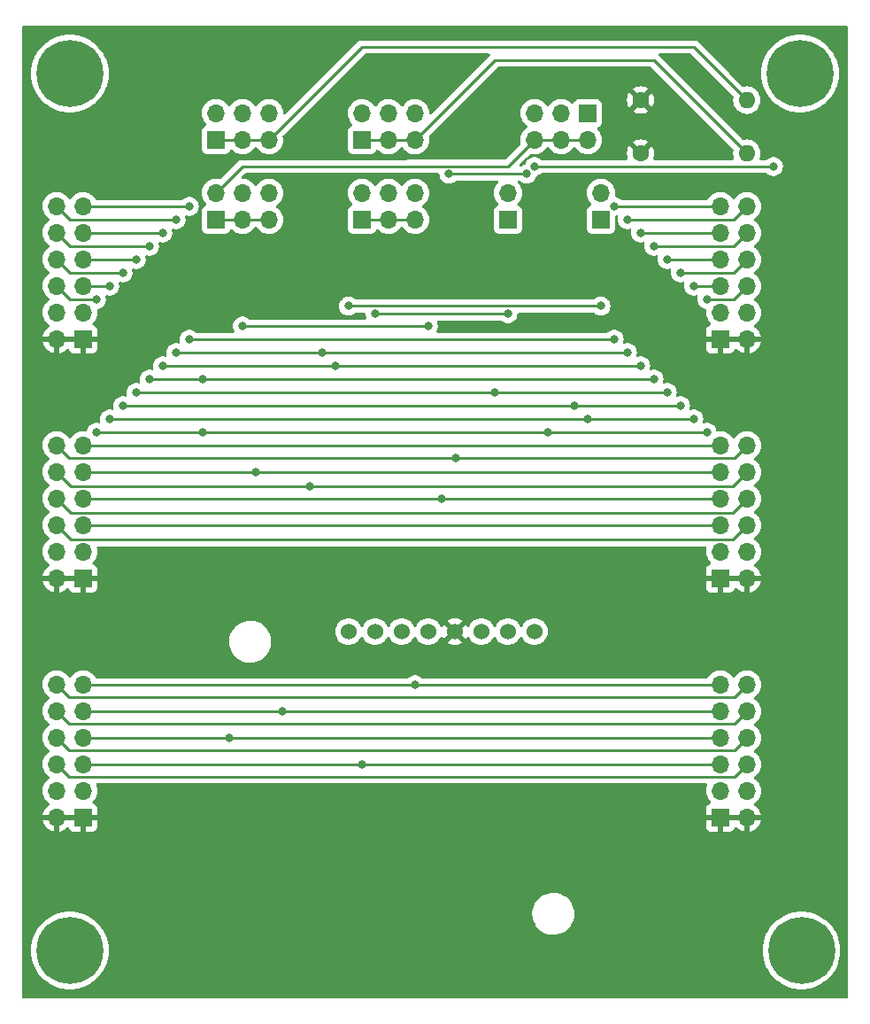
<source format=gbr>
%TF.GenerationSoftware,KiCad,Pcbnew,(6.0.1)*%
%TF.CreationDate,2022-02-02T16:30:55+01:00*%
%TF.ProjectId,modules_board,6d6f6475-6c65-4735-9f62-6f6172642e6b,rev?*%
%TF.SameCoordinates,Original*%
%TF.FileFunction,Copper,L1,Top*%
%TF.FilePolarity,Positive*%
%FSLAX46Y46*%
G04 Gerber Fmt 4.6, Leading zero omitted, Abs format (unit mm)*
G04 Created by KiCad (PCBNEW (6.0.1)) date 2022-02-02 16:30:55*
%MOMM*%
%LPD*%
G01*
G04 APERTURE LIST*
%TA.AperFunction,ComponentPad*%
%ADD10R,1.700000X1.700000*%
%TD*%
%TA.AperFunction,ComponentPad*%
%ADD11O,1.700000X1.700000*%
%TD*%
%TA.AperFunction,ComponentPad*%
%ADD12C,0.800000*%
%TD*%
%TA.AperFunction,ComponentPad*%
%ADD13C,6.400000*%
%TD*%
%TA.AperFunction,ComponentPad*%
%ADD14C,1.600000*%
%TD*%
%TA.AperFunction,ComponentPad*%
%ADD15O,1.600000X1.600000*%
%TD*%
%TA.AperFunction,ComponentPad*%
%ADD16C,1.524000*%
%TD*%
%TA.AperFunction,ViaPad*%
%ADD17C,0.800000*%
%TD*%
%TA.AperFunction,Conductor*%
%ADD18C,0.250000*%
%TD*%
G04 APERTURE END LIST*
D10*
%TO.P,J1,1,Pin_1*%
%TO.N,VCC*%
X63500000Y-119380000D03*
D11*
%TO.P,J1,2,Pin_2*%
X60960000Y-119380000D03*
%TO.P,J1,3,Pin_3*%
%TO.N,GND*%
X63500000Y-116840000D03*
%TO.P,J1,4,Pin_4*%
X60960000Y-116840000D03*
%TO.P,J1,5,Pin_5*%
%TO.N,PMOD_I2C_SDA*%
X63500000Y-114300000D03*
%TO.P,J1,6,Pin_6*%
%TO.N,PMOD_I2C_GPIO4*%
X60960000Y-114300000D03*
%TO.P,J1,7,Pin_7*%
%TO.N,PMOD_I2C_SCL*%
X63500000Y-111760000D03*
%TO.P,J1,8,Pin_8*%
%TO.N,PMOD_I2C_GPIO3*%
X60960000Y-111760000D03*
%TO.P,J1,9,Pin_9*%
%TO.N,PMOD_I2C_RESET*%
X63500000Y-109220000D03*
%TO.P,J1,10,Pin_10*%
%TO.N,PMOD_I2C_GPIO2*%
X60960000Y-109220000D03*
%TO.P,J1,11,Pin_11*%
%TO.N,PMOD_I2C_INT*%
X63500000Y-106680000D03*
%TO.P,J1,12,Pin_12*%
%TO.N,PMOD_I2C_GPIO1*%
X60960000Y-106680000D03*
%TD*%
D10*
%TO.P,J2,1,Pin_1*%
%TO.N,VCC*%
X63500000Y-96520000D03*
D11*
%TO.P,J2,2,Pin_2*%
X60960000Y-96520000D03*
%TO.P,J2,3,Pin_3*%
%TO.N,GND*%
X63500000Y-93980000D03*
%TO.P,J2,4,Pin_4*%
X60960000Y-93980000D03*
%TO.P,J2,5,Pin_5*%
%TO.N,PMOD_UART_RTS*%
X63500000Y-91440000D03*
%TO.P,J2,6,Pin_6*%
%TO.N,PMOD_UART_GPIO4*%
X60960000Y-91440000D03*
%TO.P,J2,7,Pin_7*%
%TO.N,PMOD_UART_RXD*%
X63500000Y-88900000D03*
%TO.P,J2,8,Pin_8*%
%TO.N,PMOD_UART_GPIO3*%
X60960000Y-88900000D03*
%TO.P,J2,9,Pin_9*%
%TO.N,PMOD_UART_TXD*%
X63500000Y-86360000D03*
%TO.P,J2,10,Pin_10*%
%TO.N,PMOD_UART_RESET*%
X60960000Y-86360000D03*
%TO.P,J2,11,Pin_11*%
%TO.N,PMOD_UART_CTS*%
X63500000Y-83820000D03*
%TO.P,J2,12,Pin_12*%
%TO.N,PMOD_UART_INT*%
X60960000Y-83820000D03*
%TD*%
D10*
%TO.P,J3,1,Pin_1*%
%TO.N,VCC*%
X63500000Y-73660000D03*
D11*
%TO.P,J3,2,Pin_2*%
X60960000Y-73660000D03*
%TO.P,J3,3,Pin_3*%
%TO.N,GND*%
X63500000Y-71120000D03*
%TO.P,J3,4,Pin_4*%
X60960000Y-71120000D03*
%TO.P,J3,5,Pin_5*%
%TO.N,PMOD_SPI_SCK*%
X63500000Y-68580000D03*
%TO.P,J3,6,Pin_6*%
%TO.N,PMOD_SPI_CS3*%
X60960000Y-68580000D03*
%TO.P,J3,7,Pin_7*%
%TO.N,PMOD_SPI_MISO*%
X63500000Y-66040000D03*
%TO.P,J3,8,Pin_8*%
%TO.N,PMOD_SPI_CS2*%
X60960000Y-66040000D03*
%TO.P,J3,9,Pin_9*%
%TO.N,PMOD_SPI_MOSI*%
X63500000Y-63500000D03*
%TO.P,J3,10,Pin_10*%
%TO.N,PMOD_SPI_RESET*%
X60960000Y-63500000D03*
%TO.P,J3,11,Pin_11*%
%TO.N,PMOD_SPI_CS*%
X63500000Y-60960000D03*
%TO.P,J3,12,Pin_12*%
%TO.N,PMOD_SPI_INT*%
X60960000Y-60960000D03*
%TD*%
D10*
%TO.P,J7,1,Pin_1*%
%TO.N,VCC*%
X124460000Y-119380000D03*
D11*
%TO.P,J7,2,Pin_2*%
X127000000Y-119380000D03*
%TO.P,J7,3,Pin_3*%
%TO.N,GND*%
X124460000Y-116840000D03*
%TO.P,J7,4,Pin_4*%
X127000000Y-116840000D03*
%TO.P,J7,5,Pin_5*%
%TO.N,PMOD_I2C_SDA*%
X124460000Y-114300000D03*
%TO.P,J7,6,Pin_6*%
%TO.N,PMOD_I2C_GPIO4*%
X127000000Y-114300000D03*
%TO.P,J7,7,Pin_7*%
%TO.N,PMOD_I2C_SCL*%
X124460000Y-111760000D03*
%TO.P,J7,8,Pin_8*%
%TO.N,PMOD_I2C_GPIO3*%
X127000000Y-111760000D03*
%TO.P,J7,9,Pin_9*%
%TO.N,PMOD_I2C_RESET*%
X124460000Y-109220000D03*
%TO.P,J7,10,Pin_10*%
%TO.N,PMOD_I2C_GPIO2*%
X127000000Y-109220000D03*
%TO.P,J7,11,Pin_11*%
%TO.N,PMOD_I2C_INT*%
X124460000Y-106680000D03*
%TO.P,J7,12,Pin_12*%
%TO.N,PMOD_I2C_GPIO1*%
X127000000Y-106680000D03*
%TD*%
D10*
%TO.P,J8,1,Pin_1*%
%TO.N,VCC*%
X124460000Y-96520000D03*
D11*
%TO.P,J8,2,Pin_2*%
X127000000Y-96520000D03*
%TO.P,J8,3,Pin_3*%
%TO.N,GND*%
X124460000Y-93980000D03*
%TO.P,J8,4,Pin_4*%
X127000000Y-93980000D03*
%TO.P,J8,5,Pin_5*%
%TO.N,PMOD_UART_RTS*%
X124460000Y-91440000D03*
%TO.P,J8,6,Pin_6*%
%TO.N,PMOD_UART_GPIO4*%
X127000000Y-91440000D03*
%TO.P,J8,7,Pin_7*%
%TO.N,PMOD_UART_RXD*%
X124460000Y-88900000D03*
%TO.P,J8,8,Pin_8*%
%TO.N,PMOD_UART_GPIO3*%
X127000000Y-88900000D03*
%TO.P,J8,9,Pin_9*%
%TO.N,PMOD_UART_TXD*%
X124460000Y-86360000D03*
%TO.P,J8,10,Pin_10*%
%TO.N,PMOD_UART_RESET*%
X127000000Y-86360000D03*
%TO.P,J8,11,Pin_11*%
%TO.N,PMOD_UART_CTS*%
X124460000Y-83820000D03*
%TO.P,J8,12,Pin_12*%
%TO.N,PMOD_UART_INT*%
X127000000Y-83820000D03*
%TD*%
D10*
%TO.P,J9,1,Pin_1*%
%TO.N,VCC*%
X124460000Y-73660000D03*
D11*
%TO.P,J9,2,Pin_2*%
X127000000Y-73660000D03*
%TO.P,J9,3,Pin_3*%
%TO.N,GND*%
X124460000Y-71120000D03*
%TO.P,J9,4,Pin_4*%
X127000000Y-71120000D03*
%TO.P,J9,5,Pin_5*%
%TO.N,PMOD_SPI_SCK*%
X124460000Y-68580000D03*
%TO.P,J9,6,Pin_6*%
%TO.N,PMOD_SPI_CS3*%
X127000000Y-68580000D03*
%TO.P,J9,7,Pin_7*%
%TO.N,PMOD_SPI_MISO*%
X124460000Y-66040000D03*
%TO.P,J9,8,Pin_8*%
%TO.N,PMOD_SPI_CS2*%
X127000000Y-66040000D03*
%TO.P,J9,9,Pin_9*%
%TO.N,PMOD_SPI_MOSI*%
X124460000Y-63500000D03*
%TO.P,J9,10,Pin_10*%
%TO.N,PMOD_SPI_RESET*%
X127000000Y-63500000D03*
%TO.P,J9,11,Pin_11*%
%TO.N,PMOD_SPI_CS*%
X124460000Y-60960000D03*
%TO.P,J9,12,Pin_12*%
%TO.N,PMOD_SPI_INT*%
X127000000Y-60960000D03*
%TD*%
D12*
%TO.P,H1,1*%
%TO.N,N/C*%
X63927056Y-49957056D03*
X60532944Y-49957056D03*
X59830000Y-48260000D03*
X62230000Y-45860000D03*
X62230000Y-50660000D03*
X64630000Y-48260000D03*
D13*
X62230000Y-48260000D03*
D12*
X63927056Y-46562944D03*
X60532944Y-46562944D03*
%TD*%
D13*
%TO.P,H2,1*%
%TO.N,N/C*%
X62230000Y-132080000D03*
D12*
X62230000Y-129680000D03*
X64630000Y-132080000D03*
X62230000Y-134480000D03*
X60532944Y-133777056D03*
X63927056Y-133777056D03*
X59830000Y-132080000D03*
X60532944Y-130382944D03*
X63927056Y-130382944D03*
%TD*%
%TO.P,H3,1*%
%TO.N,N/C*%
X130382944Y-49957056D03*
X132080000Y-50660000D03*
X129680000Y-48260000D03*
X134480000Y-48260000D03*
X132080000Y-45860000D03*
D13*
X132080000Y-48260000D03*
D12*
X133777056Y-46562944D03*
X133777056Y-49957056D03*
X130382944Y-46562944D03*
%TD*%
%TO.P,H4,1*%
%TO.N,N/C*%
X133917056Y-130382944D03*
X130522944Y-133777056D03*
X132220000Y-134480000D03*
X134620000Y-132080000D03*
X129820000Y-132080000D03*
D13*
X132220000Y-132080000D03*
D12*
X130522944Y-130382944D03*
X133917056Y-133777056D03*
X132220000Y-129680000D03*
%TD*%
D14*
%TO.P,R2,1*%
%TO.N,VCC*%
X116840000Y-55880000D03*
D15*
%TO.P,R2,2*%
%TO.N,INT*%
X127000000Y-55880000D03*
%TD*%
D14*
%TO.P,R1,1*%
%TO.N,VCC*%
X116840000Y-50800000D03*
D15*
%TO.P,R1,2*%
%TO.N,RESET*%
X127000000Y-50800000D03*
%TD*%
D16*
%TO.P,U1,1,SCK*%
%TO.N,SCK*%
X88900000Y-101600000D03*
%TO.P,U1,2,MISO*%
%TO.N,MISO*%
X91440000Y-101600000D03*
%TO.P,U1,3,MOSI*%
%TO.N,MOSI_SDA_TX*%
X93980000Y-101600000D03*
%TO.P,U1,4,~{CS}*%
%TO.N,CS_SCL_RX*%
X96520000Y-101600000D03*
%TO.P,U1,5,VCC*%
%TO.N,VCC*%
X99060000Y-101600000D03*
%TO.P,U1,6,GND*%
%TO.N,GND*%
X101600000Y-101600000D03*
%TO.P,U1,7,INT*%
%TO.N,INT*%
X104140000Y-101600000D03*
%TO.P,U1,8,~{RST}*%
%TO.N,RESET*%
X106680000Y-101600000D03*
%TD*%
D10*
%TO.P,J5,1,Pin_1*%
%TO.N,MOSI_SDA_TX*%
X90170000Y-62230000D03*
D11*
%TO.P,J5,2,Pin_2*%
%TO.N,PMOD_SPI_MOSI*%
X90170000Y-59690000D03*
%TO.P,J5,3,Pin_3*%
%TO.N,MOSI_SDA_TX*%
X92710000Y-62230000D03*
%TO.P,J5,4,Pin_4*%
%TO.N,PMOD_I2C_SDA*%
X92710000Y-59690000D03*
%TO.P,J5,5,Pin_5*%
%TO.N,MOSI_SDA_TX*%
X95250000Y-62230000D03*
%TO.P,J5,6,Pin_6*%
%TO.N,PMOD_UART_RXD*%
X95250000Y-59690000D03*
%TD*%
D10*
%TO.P,J6,1,Pin_1*%
%TO.N,MISO*%
X104140000Y-62230000D03*
D11*
%TO.P,J6,2,Pin_2*%
%TO.N,PMOD_SPI_MISO*%
X104140000Y-59690000D03*
%TD*%
D10*
%TO.P,J10,1,Pin_1*%
%TO.N,SCK*%
X113030000Y-62230000D03*
D11*
%TO.P,J10,2,Pin_2*%
%TO.N,PMOD_SPI_SCK*%
X113030000Y-59690000D03*
%TD*%
D10*
%TO.P,J11,1,Pin_1*%
%TO.N,PMOD_SPI_CS*%
X111760000Y-52070000D03*
D11*
%TO.P,J11,2,Pin_2*%
%TO.N,CS*%
X111760000Y-54610000D03*
%TO.P,J11,3,Pin_3*%
%TO.N,PMOD_SPI_CS2*%
X109220000Y-52070000D03*
%TO.P,J11,4,Pin_4*%
%TO.N,CS*%
X109220000Y-54610000D03*
%TO.P,J11,5,Pin_5*%
%TO.N,PMOD_SPI_CS3*%
X106680000Y-52070000D03*
%TO.P,J11,6,Pin_6*%
%TO.N,CS*%
X106680000Y-54610000D03*
%TD*%
D10*
%TO.P,J4,1,Pin_1*%
%TO.N,CS_SCL_RX*%
X76200000Y-62230000D03*
D11*
%TO.P,J4,2,Pin_2*%
%TO.N,CS*%
X76200000Y-59690000D03*
%TO.P,J4,3,Pin_3*%
%TO.N,CS_SCL_RX*%
X78740000Y-62230000D03*
%TO.P,J4,4,Pin_4*%
%TO.N,PMOD_I2C_SCL*%
X78740000Y-59690000D03*
%TO.P,J4,5,Pin_5*%
%TO.N,CS_SCL_RX*%
X81280000Y-62230000D03*
%TO.P,J4,6,Pin_6*%
%TO.N,PMOD_UART_TXD*%
X81280000Y-59690000D03*
%TD*%
D10*
%TO.P,J12,1,Pin_1*%
%TO.N,RESET*%
X76200000Y-54610000D03*
D11*
%TO.P,J12,2,Pin_2*%
%TO.N,PMOD_SPI_RESET*%
X76200000Y-52070000D03*
%TO.P,J12,3,Pin_3*%
%TO.N,RESET*%
X78740000Y-54610000D03*
%TO.P,J12,4,Pin_4*%
%TO.N,PMOD_I2C_RESET*%
X78740000Y-52070000D03*
%TO.P,J12,5,Pin_5*%
%TO.N,RESET*%
X81280000Y-54610000D03*
%TO.P,J12,6,Pin_6*%
%TO.N,PMOD_UART_RESET*%
X81280000Y-52070000D03*
%TD*%
D10*
%TO.P,J13,1,Pin_1*%
%TO.N,INT*%
X90185000Y-54615000D03*
D11*
%TO.P,J13,2,Pin_2*%
%TO.N,PMOD_SPI_INT*%
X90185000Y-52075000D03*
%TO.P,J13,3,Pin_3*%
%TO.N,INT*%
X92725000Y-54615000D03*
%TO.P,J13,4,Pin_4*%
%TO.N,PMOD_I2C_INT*%
X92725000Y-52075000D03*
%TO.P,J13,5,Pin_5*%
%TO.N,INT*%
X95265000Y-54615000D03*
%TO.P,J13,6,Pin_6*%
%TO.N,PMOD_UART_INT*%
X95265000Y-52075000D03*
%TD*%
D17*
%TO.N,PMOD_UART_INT*%
X99155489Y-84994511D03*
%TO.N,PMOD_UART_TXD*%
X80010000Y-86360000D03*
%TO.N,PMOD_UART_RXD*%
X97790000Y-88900000D03*
%TO.N,PMOD_SPI_INT*%
X72390000Y-74930000D03*
X72390000Y-62230000D03*
X86360000Y-74930000D03*
X115570000Y-74930000D03*
X115570000Y-62230000D03*
%TO.N,PMOD_SPI_CS*%
X114300000Y-73660000D03*
X73660000Y-73660000D03*
X114303912Y-60956088D03*
X73660000Y-60960000D03*
%TO.N,PMOD_SPI_RESET*%
X69850000Y-64770000D03*
X118110000Y-64770000D03*
X74930000Y-77470000D03*
X118110000Y-77470000D03*
X69850000Y-77470000D03*
%TO.N,PMOD_SPI_MOSI*%
X116840000Y-76200000D03*
X71120000Y-76200000D03*
X87630000Y-76200000D03*
X71120000Y-63500000D03*
X116840000Y-63500000D03*
%TO.N,PMOD_SPI_CS2*%
X120650000Y-67310000D03*
X67310000Y-67310000D03*
X67310000Y-80010000D03*
X110490000Y-80010000D03*
X120650000Y-80010000D03*
%TO.N,PMOD_SPI_MISO*%
X102870000Y-78740000D03*
X119380000Y-66040000D03*
X68580000Y-66040000D03*
X119380000Y-78740000D03*
X68580000Y-78740000D03*
%TO.N,PMOD_SPI_CS3*%
X123190000Y-82550000D03*
X107950000Y-82550000D03*
X64770000Y-82550000D03*
X64770000Y-69850000D03*
X74930000Y-82550000D03*
X123190000Y-69850000D03*
%TO.N,PMOD_SPI_SCK*%
X121920000Y-68580000D03*
X66040000Y-81280000D03*
X121920000Y-81280000D03*
X66040000Y-68580000D03*
X111760000Y-81280000D03*
%TO.N,PMOD_I2C_INT*%
X95250000Y-106680000D03*
%TO.N,PMOD_I2C_RESET*%
X82550000Y-109220000D03*
%TO.N,PMOD_I2C_SCL*%
X77470000Y-111760000D03*
%TO.N,PMOD_I2C_SDA*%
X90170000Y-114300000D03*
%TO.N,RESET*%
X106680000Y-57150000D03*
X129540000Y-57150000D03*
%TO.N,INT*%
X105955500Y-57856755D03*
X98506755Y-57856755D03*
%TO.N,CS_SCL_RX*%
X78740000Y-72390000D03*
X96520000Y-72390000D03*
%TO.N,MISO*%
X104140000Y-71209500D03*
X91440000Y-71209500D03*
%TO.N,SCK*%
X113030000Y-70485000D03*
X88900000Y-70485000D03*
%TO.N,PMOD_UART_RESET*%
X85185489Y-87725489D03*
%TD*%
D18*
%TO.N,PMOD_UART_INT*%
X125825489Y-84994511D02*
X127000000Y-83820000D01*
X60960000Y-83820000D02*
X62134511Y-84994511D01*
X62134511Y-84994511D02*
X99155489Y-84994511D01*
X99155489Y-84994511D02*
X125825489Y-84994511D01*
%TO.N,PMOD_UART_CTS*%
X63500000Y-83820000D02*
X124460000Y-83820000D01*
%TO.N,PMOD_UART_TXD*%
X124460000Y-86360000D02*
X80010000Y-86360000D01*
X80010000Y-86360000D02*
X63500000Y-86360000D01*
%TO.N,PMOD_UART_GPIO3*%
X62325489Y-90265489D02*
X125634511Y-90265489D01*
X125634511Y-90265489D02*
X127000000Y-88900000D01*
X60960000Y-88900000D02*
X62325489Y-90265489D01*
%TO.N,PMOD_UART_RXD*%
X124460000Y-88900000D02*
X63500000Y-88900000D01*
%TO.N,PMOD_UART_GPIO4*%
X125634511Y-92805489D02*
X127000000Y-91440000D01*
X60960000Y-91440000D02*
X62325489Y-92805489D01*
X62325489Y-92805489D02*
X125634511Y-92805489D01*
%TO.N,PMOD_UART_RTS*%
X124460000Y-91440000D02*
X63500000Y-91440000D01*
%TO.N,PMOD_SPI_INT*%
X72390000Y-74930000D02*
X86360000Y-74930000D01*
X86360000Y-74930000D02*
X115570000Y-74930000D01*
X60960000Y-60960000D02*
X62230000Y-62230000D01*
X62230000Y-62230000D02*
X72390000Y-62230000D01*
X125730000Y-62230000D02*
X115570000Y-62230000D01*
X127000000Y-60960000D02*
X125730000Y-62230000D01*
%TO.N,PMOD_SPI_CS*%
X114300000Y-73660000D02*
X82550000Y-73660000D01*
X114307824Y-60960000D02*
X114303912Y-60956088D01*
X82550000Y-73660000D02*
X73660000Y-73660000D01*
X124460000Y-60960000D02*
X114307824Y-60960000D01*
X63500000Y-60960000D02*
X73660000Y-60960000D01*
%TO.N,PMOD_SPI_RESET*%
X69850000Y-77470000D02*
X74930000Y-77470000D01*
X125730000Y-64770000D02*
X127000000Y-63500000D01*
X118110000Y-64770000D02*
X125730000Y-64770000D01*
X62230000Y-64770000D02*
X69850000Y-64770000D01*
X60960000Y-63500000D02*
X62230000Y-64770000D01*
X74930000Y-77470000D02*
X118110000Y-77470000D01*
%TO.N,PMOD_SPI_MOSI*%
X124460000Y-63500000D02*
X116840000Y-63500000D01*
X63500000Y-63500000D02*
X71120000Y-63500000D01*
X116840000Y-76200000D02*
X71120000Y-76200000D01*
%TO.N,PMOD_SPI_CS2*%
X125730000Y-67310000D02*
X127000000Y-66040000D01*
X110490000Y-80010000D02*
X120650000Y-80010000D01*
X60960000Y-66040000D02*
X62230000Y-67310000D01*
X62230000Y-67310000D02*
X67310000Y-67310000D01*
X67310000Y-80010000D02*
X83820000Y-80010000D01*
X120650000Y-67310000D02*
X125730000Y-67310000D01*
X83820000Y-80010000D02*
X110490000Y-80010000D01*
%TO.N,PMOD_SPI_MISO*%
X119380000Y-78740000D02*
X68580000Y-78740000D01*
X63500000Y-66040000D02*
X68580000Y-66040000D01*
X124460000Y-66040000D02*
X119380000Y-66040000D01*
%TO.N,PMOD_SPI_CS3*%
X123190000Y-69850000D02*
X125730000Y-69850000D01*
X107950000Y-82550000D02*
X123190000Y-82550000D01*
X125730000Y-69850000D02*
X127000000Y-68580000D01*
X62230000Y-69850000D02*
X64770000Y-69850000D01*
X60960000Y-68580000D02*
X62230000Y-69850000D01*
X74930000Y-82550000D02*
X107950000Y-82550000D01*
X64770000Y-82550000D02*
X74930000Y-82550000D01*
%TO.N,PMOD_SPI_SCK*%
X121920000Y-81280000D02*
X111760000Y-81280000D01*
X111760000Y-81280000D02*
X66040000Y-81280000D01*
X124460000Y-68580000D02*
X121920000Y-68580000D01*
X63500000Y-68580000D02*
X66040000Y-68580000D01*
%TO.N,PMOD_I2C_GPIO1*%
X125825489Y-107854511D02*
X127000000Y-106680000D01*
X60960000Y-106680000D02*
X62134511Y-107854511D01*
X62134511Y-107854511D02*
X125825489Y-107854511D01*
%TO.N,PMOD_I2C_INT*%
X95250000Y-106680000D02*
X124460000Y-106680000D01*
X63500000Y-106680000D02*
X95250000Y-106680000D01*
%TO.N,PMOD_I2C_GPIO2*%
X125825489Y-110394511D02*
X127000000Y-109220000D01*
X62134511Y-110394511D02*
X125825489Y-110394511D01*
X60960000Y-109220000D02*
X62134511Y-110394511D01*
%TO.N,PMOD_I2C_RESET*%
X124460000Y-109220000D02*
X82550000Y-109220000D01*
X82550000Y-109220000D02*
X63500000Y-109220000D01*
%TO.N,PMOD_I2C_GPIO3*%
X125825489Y-112934511D02*
X127000000Y-111760000D01*
X62134511Y-112934511D02*
X125825489Y-112934511D01*
X60960000Y-111760000D02*
X62134511Y-112934511D01*
%TO.N,PMOD_I2C_SCL*%
X77470000Y-111760000D02*
X63500000Y-111760000D01*
X124460000Y-111760000D02*
X77470000Y-111760000D01*
%TO.N,PMOD_I2C_GPIO4*%
X62134511Y-115474511D02*
X125825489Y-115474511D01*
X125825489Y-115474511D02*
X127000000Y-114300000D01*
X60960000Y-114300000D02*
X62134511Y-115474511D01*
%TO.N,PMOD_I2C_SDA*%
X124460000Y-114300000D02*
X63500000Y-114300000D01*
%TO.N,CS*%
X104140000Y-57150000D02*
X106680000Y-54610000D01*
X94632756Y-57132244D02*
X104122244Y-57132244D01*
X106680000Y-54610000D02*
X111760000Y-54610000D01*
X76200000Y-59690000D02*
X78740000Y-57150000D01*
X78740000Y-57150000D02*
X94615000Y-57150000D01*
X104122244Y-57132244D02*
X104140000Y-57150000D01*
X94615000Y-57150000D02*
X94632756Y-57132244D01*
%TO.N,RESET*%
X81280000Y-54610000D02*
X90170000Y-45720000D01*
X76200000Y-54610000D02*
X81280000Y-54610000D01*
X121920000Y-45720000D02*
X127000000Y-50800000D01*
X90170000Y-45720000D02*
X121920000Y-45720000D01*
X106680000Y-57150000D02*
X129540000Y-57150000D01*
%TO.N,INT*%
X102870000Y-46990000D02*
X118110000Y-46990000D01*
X90185000Y-54615000D02*
X95265000Y-54615000D01*
X105955500Y-57856755D02*
X98506755Y-57856755D01*
X102870000Y-47010000D02*
X102870000Y-46990000D01*
X127000000Y-55880000D02*
X118110000Y-46990000D01*
X95265000Y-54615000D02*
X102870000Y-47010000D01*
%TO.N,CS_SCL_RX*%
X96520000Y-72390000D02*
X78740000Y-72390000D01*
X76200000Y-62230000D02*
X81280000Y-62230000D01*
%TO.N,MOSI_SDA_TX*%
X90170000Y-62230000D02*
X95250000Y-62230000D01*
%TO.N,MISO*%
X91440000Y-71209500D02*
X104140000Y-71209500D01*
%TO.N,SCK*%
X88900000Y-70485000D02*
X113030000Y-70485000D01*
%TO.N,PMOD_UART_RESET*%
X60960000Y-86360000D02*
X62325489Y-87725489D01*
X62325489Y-87725489D02*
X85185489Y-87725489D01*
X125634511Y-87725489D02*
X127000000Y-86360000D01*
X85185489Y-87725489D02*
X125634511Y-87725489D01*
%TD*%
%TA.AperFunction,Conductor*%
%TO.N,VCC*%
G36*
X136594121Y-43708002D02*
G01*
X136640614Y-43761658D01*
X136652000Y-43814000D01*
X136652000Y-136526000D01*
X136631998Y-136594121D01*
X136578342Y-136640614D01*
X136526000Y-136652000D01*
X57784000Y-136652000D01*
X57715879Y-136631998D01*
X57669386Y-136578342D01*
X57658000Y-136526000D01*
X57658000Y-132080000D01*
X58516411Y-132080000D01*
X58536754Y-132468176D01*
X58597562Y-132852099D01*
X58698167Y-133227562D01*
X58837468Y-133590453D01*
X59013938Y-133936794D01*
X59225643Y-134262793D01*
X59470266Y-134564876D01*
X59745124Y-134839734D01*
X60047207Y-135084357D01*
X60373205Y-135296062D01*
X60376139Y-135297557D01*
X60376146Y-135297561D01*
X60716607Y-135471034D01*
X60719547Y-135472532D01*
X61082438Y-135611833D01*
X61457901Y-135712438D01*
X61661793Y-135744732D01*
X61838576Y-135772732D01*
X61838584Y-135772733D01*
X61841824Y-135773246D01*
X62230000Y-135793589D01*
X62618176Y-135773246D01*
X62621416Y-135772733D01*
X62621424Y-135772732D01*
X62798207Y-135744732D01*
X63002099Y-135712438D01*
X63377562Y-135611833D01*
X63740453Y-135472532D01*
X63743393Y-135471034D01*
X64083854Y-135297561D01*
X64083861Y-135297557D01*
X64086795Y-135296062D01*
X64412793Y-135084357D01*
X64714876Y-134839734D01*
X64989734Y-134564876D01*
X65234357Y-134262793D01*
X65446062Y-133936794D01*
X65622532Y-133590453D01*
X65761833Y-133227562D01*
X65862438Y-132852099D01*
X65923246Y-132468176D01*
X65943589Y-132080000D01*
X128506411Y-132080000D01*
X128526754Y-132468176D01*
X128587562Y-132852099D01*
X128688167Y-133227562D01*
X128827468Y-133590453D01*
X129003938Y-133936794D01*
X129215643Y-134262793D01*
X129460266Y-134564876D01*
X129735124Y-134839734D01*
X130037207Y-135084357D01*
X130363205Y-135296062D01*
X130366139Y-135297557D01*
X130366146Y-135297561D01*
X130706607Y-135471034D01*
X130709547Y-135472532D01*
X131072438Y-135611833D01*
X131447901Y-135712438D01*
X131651793Y-135744732D01*
X131828576Y-135772732D01*
X131828584Y-135772733D01*
X131831824Y-135773246D01*
X132220000Y-135793589D01*
X132608176Y-135773246D01*
X132611416Y-135772733D01*
X132611424Y-135772732D01*
X132788207Y-135744732D01*
X132992099Y-135712438D01*
X133367562Y-135611833D01*
X133730453Y-135472532D01*
X133733393Y-135471034D01*
X134073854Y-135297561D01*
X134073861Y-135297557D01*
X134076795Y-135296062D01*
X134402793Y-135084357D01*
X134704876Y-134839734D01*
X134979734Y-134564876D01*
X135224357Y-134262793D01*
X135436062Y-133936794D01*
X135612532Y-133590453D01*
X135751833Y-133227562D01*
X135852438Y-132852099D01*
X135913246Y-132468176D01*
X135933589Y-132080000D01*
X135913246Y-131691824D01*
X135852438Y-131307901D01*
X135751833Y-130932438D01*
X135612532Y-130569547D01*
X135529846Y-130407267D01*
X135437561Y-130226147D01*
X135437557Y-130226140D01*
X135436062Y-130223206D01*
X135421779Y-130201211D01*
X135226152Y-129899971D01*
X135226152Y-129899970D01*
X135224357Y-129897207D01*
X135102046Y-129746166D01*
X134981809Y-129597686D01*
X134981806Y-129597682D01*
X134979734Y-129595124D01*
X134704876Y-129320266D01*
X134402793Y-129075643D01*
X134162544Y-128919624D01*
X134079564Y-128865736D01*
X134079561Y-128865734D01*
X134076795Y-128863938D01*
X134073861Y-128862443D01*
X134073854Y-128862439D01*
X133733393Y-128688966D01*
X133730453Y-128687468D01*
X133367562Y-128548167D01*
X132992099Y-128447562D01*
X132788207Y-128415268D01*
X132611424Y-128387268D01*
X132611416Y-128387267D01*
X132608176Y-128386754D01*
X132220000Y-128366411D01*
X131831824Y-128386754D01*
X131828584Y-128387267D01*
X131828576Y-128387268D01*
X131651793Y-128415268D01*
X131447901Y-128447562D01*
X131072438Y-128548167D01*
X130709547Y-128687468D01*
X130706607Y-128688966D01*
X130366147Y-128862439D01*
X130366140Y-128862443D01*
X130363206Y-128863938D01*
X130360440Y-128865734D01*
X130360437Y-128865736D01*
X130270883Y-128923893D01*
X130037207Y-129075643D01*
X129735124Y-129320266D01*
X129460266Y-129595124D01*
X129458194Y-129597682D01*
X129458191Y-129597686D01*
X129337955Y-129746165D01*
X129215643Y-129897207D01*
X129213848Y-129899970D01*
X129213848Y-129899971D01*
X129018222Y-130201211D01*
X129003938Y-130223206D01*
X129002443Y-130226140D01*
X129002439Y-130226147D01*
X128910154Y-130407267D01*
X128827468Y-130569547D01*
X128688167Y-130932438D01*
X128587562Y-131307901D01*
X128526754Y-131691824D01*
X128506411Y-132080000D01*
X65943589Y-132080000D01*
X65923246Y-131691824D01*
X65862438Y-131307901D01*
X65761833Y-130932438D01*
X65622532Y-130569547D01*
X65539846Y-130407267D01*
X65447561Y-130226147D01*
X65447557Y-130226140D01*
X65446062Y-130223206D01*
X65431779Y-130201211D01*
X65236152Y-129899971D01*
X65236152Y-129899970D01*
X65234357Y-129897207D01*
X65112046Y-129746166D01*
X64991809Y-129597686D01*
X64991806Y-129597682D01*
X64989734Y-129595124D01*
X64714876Y-129320266D01*
X64412793Y-129075643D01*
X64172544Y-128919624D01*
X64089564Y-128865736D01*
X64089561Y-128865734D01*
X64086795Y-128863938D01*
X64083861Y-128862443D01*
X64083854Y-128862439D01*
X63743393Y-128688966D01*
X63740453Y-128687468D01*
X63377562Y-128548167D01*
X63196804Y-128499733D01*
X106467822Y-128499733D01*
X106467975Y-128504121D01*
X106467975Y-128504127D01*
X106474378Y-128687468D01*
X106477625Y-128780458D01*
X106478387Y-128784781D01*
X106478388Y-128784788D01*
X106502164Y-128919624D01*
X106526402Y-129057087D01*
X106613203Y-129324235D01*
X106736340Y-129576702D01*
X106738795Y-129580341D01*
X106738798Y-129580347D01*
X106811890Y-129688710D01*
X106893415Y-129809576D01*
X107081371Y-130018322D01*
X107296550Y-130198879D01*
X107534764Y-130347731D01*
X107791375Y-130461982D01*
X108061390Y-130539407D01*
X108065740Y-130540018D01*
X108065743Y-130540019D01*
X108168690Y-130554487D01*
X108339552Y-130578500D01*
X108550146Y-130578500D01*
X108552332Y-130578347D01*
X108552336Y-130578347D01*
X108755827Y-130564118D01*
X108755832Y-130564117D01*
X108760212Y-130563811D01*
X109034970Y-130505409D01*
X109039099Y-130503906D01*
X109039103Y-130503905D01*
X109294781Y-130410846D01*
X109294785Y-130410844D01*
X109298926Y-130409337D01*
X109546942Y-130277464D01*
X109621622Y-130223206D01*
X109770629Y-130114947D01*
X109770632Y-130114944D01*
X109774192Y-130112358D01*
X109976252Y-129917231D01*
X110149188Y-129695882D01*
X110151384Y-129692078D01*
X110151389Y-129692071D01*
X110287435Y-129456431D01*
X110289636Y-129452619D01*
X110394862Y-129192176D01*
X110428544Y-129057087D01*
X110461753Y-128923893D01*
X110461754Y-128923888D01*
X110462817Y-128919624D01*
X110468828Y-128862439D01*
X110491719Y-128644636D01*
X110491719Y-128644633D01*
X110492178Y-128640267D01*
X110492025Y-128635873D01*
X110482529Y-128363939D01*
X110482528Y-128363933D01*
X110482375Y-128359542D01*
X110458608Y-128224749D01*
X110434360Y-128087236D01*
X110433598Y-128082913D01*
X110346797Y-127815765D01*
X110223660Y-127563298D01*
X110221205Y-127559659D01*
X110221202Y-127559653D01*
X110140935Y-127440653D01*
X110066585Y-127330424D01*
X109878629Y-127121678D01*
X109663450Y-126941121D01*
X109425236Y-126792269D01*
X109168625Y-126678018D01*
X108898610Y-126600593D01*
X108894260Y-126599982D01*
X108894257Y-126599981D01*
X108791310Y-126585513D01*
X108620448Y-126561500D01*
X108409854Y-126561500D01*
X108407668Y-126561653D01*
X108407664Y-126561653D01*
X108204173Y-126575882D01*
X108204168Y-126575883D01*
X108199788Y-126576189D01*
X107925030Y-126634591D01*
X107920901Y-126636094D01*
X107920897Y-126636095D01*
X107665219Y-126729154D01*
X107665215Y-126729156D01*
X107661074Y-126730663D01*
X107413058Y-126862536D01*
X107409499Y-126865122D01*
X107409497Y-126865123D01*
X107304895Y-126941121D01*
X107185808Y-127027642D01*
X106983748Y-127222769D01*
X106810812Y-127444118D01*
X106808616Y-127447922D01*
X106808611Y-127447929D01*
X106694794Y-127645067D01*
X106670364Y-127687381D01*
X106565138Y-127947824D01*
X106564073Y-127952097D01*
X106564072Y-127952099D01*
X106530379Y-128087236D01*
X106497183Y-128220376D01*
X106496724Y-128224744D01*
X106496723Y-128224749D01*
X106473305Y-128447562D01*
X106467822Y-128499733D01*
X63196804Y-128499733D01*
X63002099Y-128447562D01*
X62798207Y-128415268D01*
X62621424Y-128387268D01*
X62621416Y-128387267D01*
X62618176Y-128386754D01*
X62230000Y-128366411D01*
X61841824Y-128386754D01*
X61838584Y-128387267D01*
X61838576Y-128387268D01*
X61661793Y-128415268D01*
X61457901Y-128447562D01*
X61082438Y-128548167D01*
X60719547Y-128687468D01*
X60716607Y-128688966D01*
X60376147Y-128862439D01*
X60376140Y-128862443D01*
X60373206Y-128863938D01*
X60370440Y-128865734D01*
X60370437Y-128865736D01*
X60280883Y-128923893D01*
X60047207Y-129075643D01*
X59745124Y-129320266D01*
X59470266Y-129595124D01*
X59468194Y-129597682D01*
X59468191Y-129597686D01*
X59347955Y-129746165D01*
X59225643Y-129897207D01*
X59223848Y-129899970D01*
X59223848Y-129899971D01*
X59028222Y-130201211D01*
X59013938Y-130223206D01*
X59012443Y-130226140D01*
X59012439Y-130226147D01*
X58920154Y-130407267D01*
X58837468Y-130569547D01*
X58698167Y-130932438D01*
X58597562Y-131307901D01*
X58536754Y-131691824D01*
X58516411Y-132080000D01*
X57658000Y-132080000D01*
X57658000Y-119647966D01*
X59628257Y-119647966D01*
X59658565Y-119782446D01*
X59661645Y-119792275D01*
X59741770Y-119989603D01*
X59746413Y-119998794D01*
X59857694Y-120180388D01*
X59863777Y-120188699D01*
X60003213Y-120349667D01*
X60010580Y-120356883D01*
X60174434Y-120492916D01*
X60182881Y-120498831D01*
X60366756Y-120606279D01*
X60376042Y-120610729D01*
X60575001Y-120686703D01*
X60584899Y-120689579D01*
X60688250Y-120710606D01*
X60702299Y-120709410D01*
X60706000Y-120699065D01*
X60706000Y-120698517D01*
X61214000Y-120698517D01*
X61218064Y-120712359D01*
X61231478Y-120714393D01*
X61238184Y-120713534D01*
X61248262Y-120711392D01*
X61452255Y-120650191D01*
X61461842Y-120646433D01*
X61653095Y-120552739D01*
X61661945Y-120547464D01*
X61835328Y-120423792D01*
X61843200Y-120417139D01*
X61948286Y-120312418D01*
X62010657Y-120278501D01*
X62081464Y-120283689D01*
X62138226Y-120326335D01*
X62155208Y-120357439D01*
X62196675Y-120468052D01*
X62205214Y-120483649D01*
X62281715Y-120585724D01*
X62294276Y-120598285D01*
X62396351Y-120674786D01*
X62411946Y-120683324D01*
X62532394Y-120728478D01*
X62547649Y-120732105D01*
X62598514Y-120737631D01*
X62605328Y-120738000D01*
X63227885Y-120738000D01*
X63243124Y-120733525D01*
X63244329Y-120732135D01*
X63246000Y-120724452D01*
X63246000Y-120719884D01*
X63754000Y-120719884D01*
X63758475Y-120735123D01*
X63759865Y-120736328D01*
X63767548Y-120737999D01*
X64394669Y-120737999D01*
X64401490Y-120737629D01*
X64452352Y-120732105D01*
X64467604Y-120728479D01*
X64588054Y-120683324D01*
X64603649Y-120674786D01*
X64705724Y-120598285D01*
X64718285Y-120585724D01*
X64794786Y-120483649D01*
X64803324Y-120468054D01*
X64848478Y-120347606D01*
X64852105Y-120332351D01*
X64857631Y-120281486D01*
X64858000Y-120274672D01*
X64858000Y-120274669D01*
X123102001Y-120274669D01*
X123102371Y-120281490D01*
X123107895Y-120332352D01*
X123111521Y-120347604D01*
X123156676Y-120468054D01*
X123165214Y-120483649D01*
X123241715Y-120585724D01*
X123254276Y-120598285D01*
X123356351Y-120674786D01*
X123371946Y-120683324D01*
X123492394Y-120728478D01*
X123507649Y-120732105D01*
X123558514Y-120737631D01*
X123565328Y-120738000D01*
X124187885Y-120738000D01*
X124203124Y-120733525D01*
X124204329Y-120732135D01*
X124206000Y-120724452D01*
X124206000Y-120719884D01*
X124714000Y-120719884D01*
X124718475Y-120735123D01*
X124719865Y-120736328D01*
X124727548Y-120737999D01*
X125354669Y-120737999D01*
X125361490Y-120737629D01*
X125412352Y-120732105D01*
X125427604Y-120728479D01*
X125548054Y-120683324D01*
X125563649Y-120674786D01*
X125665724Y-120598285D01*
X125678285Y-120585724D01*
X125754786Y-120483649D01*
X125763325Y-120468052D01*
X125804425Y-120358418D01*
X125847066Y-120301653D01*
X125913628Y-120276953D01*
X125982977Y-120292160D01*
X126017645Y-120320150D01*
X126043219Y-120349674D01*
X126050580Y-120356883D01*
X126214434Y-120492916D01*
X126222881Y-120498831D01*
X126406756Y-120606279D01*
X126416042Y-120610729D01*
X126615001Y-120686703D01*
X126624899Y-120689579D01*
X126728250Y-120710606D01*
X126742299Y-120709410D01*
X126746000Y-120699065D01*
X126746000Y-120698517D01*
X127254000Y-120698517D01*
X127258064Y-120712359D01*
X127271478Y-120714393D01*
X127278184Y-120713534D01*
X127288262Y-120711392D01*
X127492255Y-120650191D01*
X127501842Y-120646433D01*
X127693095Y-120552739D01*
X127701945Y-120547464D01*
X127875328Y-120423792D01*
X127883200Y-120417139D01*
X128034052Y-120266812D01*
X128040730Y-120258965D01*
X128165003Y-120086020D01*
X128170313Y-120077183D01*
X128264670Y-119886267D01*
X128268469Y-119876672D01*
X128330377Y-119672910D01*
X128332555Y-119662837D01*
X128333986Y-119651962D01*
X128331775Y-119637778D01*
X128318617Y-119634000D01*
X127272115Y-119634000D01*
X127256876Y-119638475D01*
X127255671Y-119639865D01*
X127254000Y-119647548D01*
X127254000Y-120698517D01*
X126746000Y-120698517D01*
X126746000Y-119652115D01*
X126741525Y-119636876D01*
X126740135Y-119635671D01*
X126732452Y-119634000D01*
X124732115Y-119634000D01*
X124716876Y-119638475D01*
X124715671Y-119639865D01*
X124714000Y-119647548D01*
X124714000Y-120719884D01*
X124206000Y-120719884D01*
X124206000Y-119652115D01*
X124201525Y-119636876D01*
X124200135Y-119635671D01*
X124192452Y-119634000D01*
X123120116Y-119634000D01*
X123104877Y-119638475D01*
X123103672Y-119639865D01*
X123102001Y-119647548D01*
X123102001Y-120274669D01*
X64858000Y-120274669D01*
X64858000Y-119652115D01*
X64853525Y-119636876D01*
X64852135Y-119635671D01*
X64844452Y-119634000D01*
X63772115Y-119634000D01*
X63756876Y-119638475D01*
X63755671Y-119639865D01*
X63754000Y-119647548D01*
X63754000Y-120719884D01*
X63246000Y-120719884D01*
X63246000Y-119652115D01*
X63241525Y-119636876D01*
X63240135Y-119635671D01*
X63232452Y-119634000D01*
X61232115Y-119634000D01*
X61216876Y-119638475D01*
X61215671Y-119639865D01*
X61214000Y-119647548D01*
X61214000Y-120698517D01*
X60706000Y-120698517D01*
X60706000Y-119652115D01*
X60701525Y-119636876D01*
X60700135Y-119635671D01*
X60692452Y-119634000D01*
X59643225Y-119634000D01*
X59629694Y-119637973D01*
X59628257Y-119647966D01*
X57658000Y-119647966D01*
X57658000Y-116806695D01*
X59597251Y-116806695D01*
X59597548Y-116811848D01*
X59597548Y-116811851D01*
X59603011Y-116906590D01*
X59610110Y-117029715D01*
X59611247Y-117034761D01*
X59611248Y-117034767D01*
X59631119Y-117122939D01*
X59659222Y-117247639D01*
X59743266Y-117454616D01*
X59794019Y-117537438D01*
X59857291Y-117640688D01*
X59859987Y-117645088D01*
X60006250Y-117813938D01*
X60178126Y-117956632D01*
X60239860Y-117992706D01*
X60251955Y-117999774D01*
X60300679Y-118051412D01*
X60313750Y-118121195D01*
X60287019Y-118186967D01*
X60246562Y-118220327D01*
X60238457Y-118224546D01*
X60229738Y-118230036D01*
X60059433Y-118357905D01*
X60051726Y-118364748D01*
X59904590Y-118518717D01*
X59898104Y-118526727D01*
X59778098Y-118702649D01*
X59773000Y-118711623D01*
X59683338Y-118904783D01*
X59679775Y-118914470D01*
X59624389Y-119114183D01*
X59625912Y-119122607D01*
X59638292Y-119126000D01*
X64839884Y-119126000D01*
X64855123Y-119121525D01*
X64856328Y-119120135D01*
X64857999Y-119112452D01*
X64857999Y-118485331D01*
X64857629Y-118478510D01*
X64852105Y-118427648D01*
X64848479Y-118412396D01*
X64803324Y-118291946D01*
X64794786Y-118276351D01*
X64718285Y-118174276D01*
X64705724Y-118161715D01*
X64603649Y-118085214D01*
X64588054Y-118076676D01*
X64477813Y-118035348D01*
X64421049Y-117992706D01*
X64396349Y-117926145D01*
X64411557Y-117856796D01*
X64433104Y-117828115D01*
X64534430Y-117727144D01*
X64534440Y-117727132D01*
X64538096Y-117723489D01*
X64597594Y-117640689D01*
X64665435Y-117546277D01*
X64668453Y-117542077D01*
X64689320Y-117499857D01*
X64765136Y-117346453D01*
X64765137Y-117346451D01*
X64767430Y-117341811D01*
X64832370Y-117128069D01*
X64861529Y-116906590D01*
X64863156Y-116840000D01*
X64844852Y-116617361D01*
X64790431Y-116400702D01*
X64739797Y-116284252D01*
X64730977Y-116213807D01*
X64761644Y-116149775D01*
X64822060Y-116112487D01*
X64855347Y-116108011D01*
X123104576Y-116108011D01*
X123172697Y-116128013D01*
X123219190Y-116181669D01*
X123229294Y-116251943D01*
X123218864Y-116287061D01*
X123180688Y-116369305D01*
X123120989Y-116584570D01*
X123097251Y-116806695D01*
X123097548Y-116811848D01*
X123097548Y-116811851D01*
X123103011Y-116906590D01*
X123110110Y-117029715D01*
X123111247Y-117034761D01*
X123111248Y-117034767D01*
X123131119Y-117122939D01*
X123159222Y-117247639D01*
X123243266Y-117454616D01*
X123294019Y-117537438D01*
X123357291Y-117640688D01*
X123359987Y-117645088D01*
X123506250Y-117813938D01*
X123510225Y-117817238D01*
X123510231Y-117817244D01*
X123515425Y-117821556D01*
X123555059Y-117880460D01*
X123556555Y-117951441D01*
X123519439Y-118011962D01*
X123479168Y-118036480D01*
X123371946Y-118076676D01*
X123356351Y-118085214D01*
X123254276Y-118161715D01*
X123241715Y-118174276D01*
X123165214Y-118276351D01*
X123156676Y-118291946D01*
X123111522Y-118412394D01*
X123107895Y-118427649D01*
X123102369Y-118478514D01*
X123102000Y-118485328D01*
X123102000Y-119107885D01*
X123106475Y-119123124D01*
X123107865Y-119124329D01*
X123115548Y-119126000D01*
X128318344Y-119126000D01*
X128331875Y-119122027D01*
X128333180Y-119112947D01*
X128291214Y-118945875D01*
X128287894Y-118936124D01*
X128202972Y-118740814D01*
X128198105Y-118731739D01*
X128082426Y-118552926D01*
X128076136Y-118544757D01*
X127932806Y-118387240D01*
X127925273Y-118380215D01*
X127758139Y-118248222D01*
X127749556Y-118242520D01*
X127712602Y-118222120D01*
X127662631Y-118171687D01*
X127647859Y-118102245D01*
X127672975Y-118035839D01*
X127700327Y-118009232D01*
X127723797Y-117992491D01*
X127879860Y-117881173D01*
X127904323Y-117856796D01*
X128034435Y-117727137D01*
X128038096Y-117723489D01*
X128097594Y-117640689D01*
X128165435Y-117546277D01*
X128168453Y-117542077D01*
X128189320Y-117499857D01*
X128265136Y-117346453D01*
X128265137Y-117346451D01*
X128267430Y-117341811D01*
X128332370Y-117128069D01*
X128361529Y-116906590D01*
X128363156Y-116840000D01*
X128344852Y-116617361D01*
X128290431Y-116400702D01*
X128201354Y-116195840D01*
X128080014Y-116008277D01*
X127929670Y-115843051D01*
X127925619Y-115839852D01*
X127925615Y-115839848D01*
X127758414Y-115707800D01*
X127758410Y-115707798D01*
X127754359Y-115704598D01*
X127713053Y-115681796D01*
X127663084Y-115631364D01*
X127648312Y-115561921D01*
X127673428Y-115495516D01*
X127700780Y-115468909D01*
X127744603Y-115437650D01*
X127879860Y-115341173D01*
X128038096Y-115183489D01*
X128097594Y-115100689D01*
X128165435Y-115006277D01*
X128168453Y-115002077D01*
X128267430Y-114801811D01*
X128332370Y-114588069D01*
X128361529Y-114366590D01*
X128363156Y-114300000D01*
X128344852Y-114077361D01*
X128290431Y-113860702D01*
X128201354Y-113655840D01*
X128080014Y-113468277D01*
X127929670Y-113303051D01*
X127925619Y-113299852D01*
X127925615Y-113299848D01*
X127758414Y-113167800D01*
X127758410Y-113167798D01*
X127754359Y-113164598D01*
X127713053Y-113141796D01*
X127663084Y-113091364D01*
X127648312Y-113021921D01*
X127673428Y-112955516D01*
X127700780Y-112928909D01*
X127744603Y-112897650D01*
X127879860Y-112801173D01*
X128038096Y-112643489D01*
X128097594Y-112560689D01*
X128165435Y-112466277D01*
X128168453Y-112462077D01*
X128267430Y-112261811D01*
X128332370Y-112048069D01*
X128361529Y-111826590D01*
X128363156Y-111760000D01*
X128344852Y-111537361D01*
X128290431Y-111320702D01*
X128201354Y-111115840D01*
X128080014Y-110928277D01*
X127929670Y-110763051D01*
X127925619Y-110759852D01*
X127925615Y-110759848D01*
X127758414Y-110627800D01*
X127758410Y-110627798D01*
X127754359Y-110624598D01*
X127713053Y-110601796D01*
X127663084Y-110551364D01*
X127648312Y-110481921D01*
X127673428Y-110415516D01*
X127700780Y-110388909D01*
X127744603Y-110357650D01*
X127879860Y-110261173D01*
X128038096Y-110103489D01*
X128097594Y-110020689D01*
X128165435Y-109926277D01*
X128168453Y-109922077D01*
X128267430Y-109721811D01*
X128332370Y-109508069D01*
X128361529Y-109286590D01*
X128363156Y-109220000D01*
X128344852Y-108997361D01*
X128290431Y-108780702D01*
X128201354Y-108575840D01*
X128080014Y-108388277D01*
X127929670Y-108223051D01*
X127925619Y-108219852D01*
X127925615Y-108219848D01*
X127758414Y-108087800D01*
X127758410Y-108087798D01*
X127754359Y-108084598D01*
X127713053Y-108061796D01*
X127663084Y-108011364D01*
X127648312Y-107941921D01*
X127673428Y-107875516D01*
X127700780Y-107848909D01*
X127744603Y-107817650D01*
X127879860Y-107721173D01*
X128038096Y-107563489D01*
X128097594Y-107480689D01*
X128165435Y-107386277D01*
X128168453Y-107382077D01*
X128267430Y-107181811D01*
X128332370Y-106968069D01*
X128361529Y-106746590D01*
X128363156Y-106680000D01*
X128344852Y-106457361D01*
X128290431Y-106240702D01*
X128201354Y-106035840D01*
X128161906Y-105974862D01*
X128082822Y-105852617D01*
X128082820Y-105852614D01*
X128080014Y-105848277D01*
X127929670Y-105683051D01*
X127925619Y-105679852D01*
X127925615Y-105679848D01*
X127758414Y-105547800D01*
X127758410Y-105547798D01*
X127754359Y-105544598D01*
X127558789Y-105436638D01*
X127553920Y-105434914D01*
X127553916Y-105434912D01*
X127353087Y-105363795D01*
X127353083Y-105363794D01*
X127348212Y-105362069D01*
X127343119Y-105361162D01*
X127343116Y-105361161D01*
X127133373Y-105323800D01*
X127133367Y-105323799D01*
X127128284Y-105322894D01*
X127054452Y-105321992D01*
X126910081Y-105320228D01*
X126910079Y-105320228D01*
X126904911Y-105320165D01*
X126684091Y-105353955D01*
X126471756Y-105423357D01*
X126273607Y-105526507D01*
X126269474Y-105529610D01*
X126269471Y-105529612D01*
X126245247Y-105547800D01*
X126094965Y-105660635D01*
X125940629Y-105822138D01*
X125833201Y-105979621D01*
X125778293Y-106024621D01*
X125707768Y-106032792D01*
X125644021Y-106001538D01*
X125623324Y-105977054D01*
X125542822Y-105852617D01*
X125542820Y-105852614D01*
X125540014Y-105848277D01*
X125389670Y-105683051D01*
X125385619Y-105679852D01*
X125385615Y-105679848D01*
X125218414Y-105547800D01*
X125218410Y-105547798D01*
X125214359Y-105544598D01*
X125018789Y-105436638D01*
X125013920Y-105434914D01*
X125013916Y-105434912D01*
X124813087Y-105363795D01*
X124813083Y-105363794D01*
X124808212Y-105362069D01*
X124803119Y-105361162D01*
X124803116Y-105361161D01*
X124593373Y-105323800D01*
X124593367Y-105323799D01*
X124588284Y-105322894D01*
X124514452Y-105321992D01*
X124370081Y-105320228D01*
X124370079Y-105320228D01*
X124364911Y-105320165D01*
X124144091Y-105353955D01*
X123931756Y-105423357D01*
X123733607Y-105526507D01*
X123729474Y-105529610D01*
X123729471Y-105529612D01*
X123705247Y-105547800D01*
X123554965Y-105660635D01*
X123400629Y-105822138D01*
X123397720Y-105826403D01*
X123397714Y-105826411D01*
X123285095Y-105991504D01*
X123230184Y-106036507D01*
X123181007Y-106046500D01*
X95958200Y-106046500D01*
X95890079Y-106026498D01*
X95870853Y-106010157D01*
X95870580Y-106010460D01*
X95865668Y-106006037D01*
X95861253Y-106001134D01*
X95706752Y-105888882D01*
X95700724Y-105886198D01*
X95700722Y-105886197D01*
X95538319Y-105813891D01*
X95538318Y-105813891D01*
X95532288Y-105811206D01*
X95438888Y-105791353D01*
X95351944Y-105772872D01*
X95351939Y-105772872D01*
X95345487Y-105771500D01*
X95154513Y-105771500D01*
X95148061Y-105772872D01*
X95148056Y-105772872D01*
X95061113Y-105791353D01*
X94967712Y-105811206D01*
X94961682Y-105813891D01*
X94961681Y-105813891D01*
X94799278Y-105886197D01*
X94799276Y-105886198D01*
X94793248Y-105888882D01*
X94638747Y-106001134D01*
X94634332Y-106006037D01*
X94629420Y-106010460D01*
X94628295Y-106009211D01*
X94574986Y-106042051D01*
X94541800Y-106046500D01*
X64776805Y-106046500D01*
X64708684Y-106026498D01*
X64671013Y-105988940D01*
X64582822Y-105852617D01*
X64582820Y-105852614D01*
X64580014Y-105848277D01*
X64429670Y-105683051D01*
X64425619Y-105679852D01*
X64425615Y-105679848D01*
X64258414Y-105547800D01*
X64258410Y-105547798D01*
X64254359Y-105544598D01*
X64058789Y-105436638D01*
X64053920Y-105434914D01*
X64053916Y-105434912D01*
X63853087Y-105363795D01*
X63853083Y-105363794D01*
X63848212Y-105362069D01*
X63843119Y-105361162D01*
X63843116Y-105361161D01*
X63633373Y-105323800D01*
X63633367Y-105323799D01*
X63628284Y-105322894D01*
X63554452Y-105321992D01*
X63410081Y-105320228D01*
X63410079Y-105320228D01*
X63404911Y-105320165D01*
X63184091Y-105353955D01*
X62971756Y-105423357D01*
X62773607Y-105526507D01*
X62769474Y-105529610D01*
X62769471Y-105529612D01*
X62745247Y-105547800D01*
X62594965Y-105660635D01*
X62440629Y-105822138D01*
X62333201Y-105979621D01*
X62278293Y-106024621D01*
X62207768Y-106032792D01*
X62144021Y-106001538D01*
X62123324Y-105977054D01*
X62042822Y-105852617D01*
X62042820Y-105852614D01*
X62040014Y-105848277D01*
X61889670Y-105683051D01*
X61885619Y-105679852D01*
X61885615Y-105679848D01*
X61718414Y-105547800D01*
X61718410Y-105547798D01*
X61714359Y-105544598D01*
X61518789Y-105436638D01*
X61513920Y-105434914D01*
X61513916Y-105434912D01*
X61313087Y-105363795D01*
X61313083Y-105363794D01*
X61308212Y-105362069D01*
X61303119Y-105361162D01*
X61303116Y-105361161D01*
X61093373Y-105323800D01*
X61093367Y-105323799D01*
X61088284Y-105322894D01*
X61014452Y-105321992D01*
X60870081Y-105320228D01*
X60870079Y-105320228D01*
X60864911Y-105320165D01*
X60644091Y-105353955D01*
X60431756Y-105423357D01*
X60233607Y-105526507D01*
X60229474Y-105529610D01*
X60229471Y-105529612D01*
X60205247Y-105547800D01*
X60054965Y-105660635D01*
X59900629Y-105822138D01*
X59774743Y-106006680D01*
X59680688Y-106209305D01*
X59620989Y-106424570D01*
X59597251Y-106646695D01*
X59597548Y-106651848D01*
X59597548Y-106651851D01*
X59603011Y-106746590D01*
X59610110Y-106869715D01*
X59611247Y-106874761D01*
X59611248Y-106874767D01*
X59631119Y-106962939D01*
X59659222Y-107087639D01*
X59743266Y-107294616D01*
X59859987Y-107485088D01*
X60006250Y-107653938D01*
X60178126Y-107796632D01*
X60248595Y-107837811D01*
X60251445Y-107839476D01*
X60300169Y-107891114D01*
X60313240Y-107960897D01*
X60286509Y-108026669D01*
X60246055Y-108060027D01*
X60233607Y-108066507D01*
X60229474Y-108069610D01*
X60229471Y-108069612D01*
X60205247Y-108087800D01*
X60054965Y-108200635D01*
X59900629Y-108362138D01*
X59774743Y-108546680D01*
X59680688Y-108749305D01*
X59620989Y-108964570D01*
X59597251Y-109186695D01*
X59597548Y-109191848D01*
X59597548Y-109191851D01*
X59603011Y-109286590D01*
X59610110Y-109409715D01*
X59611247Y-109414761D01*
X59611248Y-109414767D01*
X59631119Y-109502939D01*
X59659222Y-109627639D01*
X59743266Y-109834616D01*
X59859987Y-110025088D01*
X60006250Y-110193938D01*
X60178126Y-110336632D01*
X60248595Y-110377811D01*
X60251445Y-110379476D01*
X60300169Y-110431114D01*
X60313240Y-110500897D01*
X60286509Y-110566669D01*
X60246055Y-110600027D01*
X60233607Y-110606507D01*
X60229474Y-110609610D01*
X60229471Y-110609612D01*
X60205247Y-110627800D01*
X60054965Y-110740635D01*
X59900629Y-110902138D01*
X59774743Y-111086680D01*
X59680688Y-111289305D01*
X59620989Y-111504570D01*
X59597251Y-111726695D01*
X59597548Y-111731848D01*
X59597548Y-111731851D01*
X59603011Y-111826590D01*
X59610110Y-111949715D01*
X59611247Y-111954761D01*
X59611248Y-111954767D01*
X59631119Y-112042939D01*
X59659222Y-112167639D01*
X59743266Y-112374616D01*
X59859987Y-112565088D01*
X60006250Y-112733938D01*
X60178126Y-112876632D01*
X60248595Y-112917811D01*
X60251445Y-112919476D01*
X60300169Y-112971114D01*
X60313240Y-113040897D01*
X60286509Y-113106669D01*
X60246055Y-113140027D01*
X60233607Y-113146507D01*
X60229474Y-113149610D01*
X60229471Y-113149612D01*
X60205247Y-113167800D01*
X60054965Y-113280635D01*
X59900629Y-113442138D01*
X59774743Y-113626680D01*
X59680688Y-113829305D01*
X59620989Y-114044570D01*
X59597251Y-114266695D01*
X59597548Y-114271848D01*
X59597548Y-114271851D01*
X59603011Y-114366590D01*
X59610110Y-114489715D01*
X59611247Y-114494761D01*
X59611248Y-114494767D01*
X59631119Y-114582939D01*
X59659222Y-114707639D01*
X59743266Y-114914616D01*
X59859987Y-115105088D01*
X60006250Y-115273938D01*
X60178126Y-115416632D01*
X60248595Y-115457811D01*
X60251445Y-115459476D01*
X60300169Y-115511114D01*
X60313240Y-115580897D01*
X60286509Y-115646669D01*
X60246055Y-115680027D01*
X60233607Y-115686507D01*
X60229474Y-115689610D01*
X60229471Y-115689612D01*
X60205247Y-115707800D01*
X60054965Y-115820635D01*
X59900629Y-115982138D01*
X59774743Y-116166680D01*
X59680688Y-116369305D01*
X59620989Y-116584570D01*
X59597251Y-116806695D01*
X57658000Y-116806695D01*
X57658000Y-102499733D01*
X77467822Y-102499733D01*
X77467975Y-102504121D01*
X77467975Y-102504127D01*
X77474862Y-102701331D01*
X77477625Y-102780458D01*
X77478387Y-102784781D01*
X77478388Y-102784788D01*
X77502164Y-102919624D01*
X77526402Y-103057087D01*
X77613203Y-103324235D01*
X77736340Y-103576702D01*
X77738795Y-103580341D01*
X77738798Y-103580347D01*
X77811890Y-103688710D01*
X77893415Y-103809576D01*
X78081371Y-104018322D01*
X78296550Y-104198879D01*
X78534764Y-104347731D01*
X78791375Y-104461982D01*
X79061390Y-104539407D01*
X79065740Y-104540018D01*
X79065743Y-104540019D01*
X79168690Y-104554487D01*
X79339552Y-104578500D01*
X79550146Y-104578500D01*
X79552332Y-104578347D01*
X79552336Y-104578347D01*
X79755827Y-104564118D01*
X79755832Y-104564117D01*
X79760212Y-104563811D01*
X80034970Y-104505409D01*
X80039099Y-104503906D01*
X80039103Y-104503905D01*
X80294781Y-104410846D01*
X80294785Y-104410844D01*
X80298926Y-104409337D01*
X80546942Y-104277464D01*
X80651896Y-104201211D01*
X80770629Y-104114947D01*
X80770632Y-104114944D01*
X80774192Y-104112358D01*
X80976252Y-103917231D01*
X81149188Y-103695882D01*
X81151384Y-103692078D01*
X81151389Y-103692071D01*
X81287435Y-103456431D01*
X81289636Y-103452619D01*
X81394862Y-103192176D01*
X81428544Y-103057087D01*
X81461753Y-102923893D01*
X81461754Y-102923888D01*
X81462817Y-102919624D01*
X81467521Y-102874874D01*
X81491719Y-102644636D01*
X81491719Y-102644633D01*
X81492178Y-102640267D01*
X81492025Y-102635873D01*
X81482529Y-102363939D01*
X81482528Y-102363933D01*
X81482375Y-102359542D01*
X81469219Y-102284926D01*
X81434360Y-102087236D01*
X81433598Y-102082913D01*
X81346797Y-101815765D01*
X81241561Y-101600000D01*
X87624647Y-101600000D01*
X87644022Y-101821463D01*
X87701560Y-102036196D01*
X87703882Y-102041177D01*
X87703883Y-102041178D01*
X87793186Y-102232689D01*
X87793189Y-102232694D01*
X87795512Y-102237676D01*
X87798668Y-102242183D01*
X87798669Y-102242185D01*
X87835107Y-102294223D01*
X87923023Y-102419781D01*
X88080219Y-102576977D01*
X88084727Y-102580134D01*
X88084730Y-102580136D01*
X88160495Y-102633187D01*
X88262323Y-102704488D01*
X88267305Y-102706811D01*
X88267310Y-102706814D01*
X88415812Y-102776061D01*
X88463804Y-102798440D01*
X88469112Y-102799862D01*
X88469114Y-102799863D01*
X88534949Y-102817503D01*
X88678537Y-102855978D01*
X88900000Y-102875353D01*
X89121463Y-102855978D01*
X89265051Y-102817503D01*
X89330886Y-102799863D01*
X89330888Y-102799862D01*
X89336196Y-102798440D01*
X89384188Y-102776061D01*
X89532690Y-102706814D01*
X89532695Y-102706811D01*
X89537677Y-102704488D01*
X89639505Y-102633187D01*
X89715270Y-102580136D01*
X89715273Y-102580134D01*
X89719781Y-102576977D01*
X89876977Y-102419781D01*
X89964894Y-102294223D01*
X90001331Y-102242185D01*
X90001332Y-102242183D01*
X90004488Y-102237676D01*
X90006811Y-102232694D01*
X90006814Y-102232689D01*
X90055805Y-102127627D01*
X90102723Y-102074342D01*
X90171000Y-102054881D01*
X90238960Y-102075423D01*
X90284195Y-102127627D01*
X90333186Y-102232689D01*
X90333189Y-102232694D01*
X90335512Y-102237676D01*
X90338668Y-102242183D01*
X90338669Y-102242185D01*
X90375107Y-102294223D01*
X90463023Y-102419781D01*
X90620219Y-102576977D01*
X90624727Y-102580134D01*
X90624730Y-102580136D01*
X90700495Y-102633187D01*
X90802323Y-102704488D01*
X90807305Y-102706811D01*
X90807310Y-102706814D01*
X90955812Y-102776061D01*
X91003804Y-102798440D01*
X91009112Y-102799862D01*
X91009114Y-102799863D01*
X91074949Y-102817503D01*
X91218537Y-102855978D01*
X91440000Y-102875353D01*
X91661463Y-102855978D01*
X91805051Y-102817503D01*
X91870886Y-102799863D01*
X91870888Y-102799862D01*
X91876196Y-102798440D01*
X91924188Y-102776061D01*
X92072690Y-102706814D01*
X92072695Y-102706811D01*
X92077677Y-102704488D01*
X92179505Y-102633187D01*
X92255270Y-102580136D01*
X92255273Y-102580134D01*
X92259781Y-102576977D01*
X92416977Y-102419781D01*
X92504894Y-102294223D01*
X92541331Y-102242185D01*
X92541332Y-102242183D01*
X92544488Y-102237676D01*
X92546811Y-102232694D01*
X92546814Y-102232689D01*
X92595805Y-102127627D01*
X92642723Y-102074342D01*
X92711000Y-102054881D01*
X92778960Y-102075423D01*
X92824195Y-102127627D01*
X92873186Y-102232689D01*
X92873189Y-102232694D01*
X92875512Y-102237676D01*
X92878668Y-102242183D01*
X92878669Y-102242185D01*
X92915107Y-102294223D01*
X93003023Y-102419781D01*
X93160219Y-102576977D01*
X93164727Y-102580134D01*
X93164730Y-102580136D01*
X93240495Y-102633187D01*
X93342323Y-102704488D01*
X93347305Y-102706811D01*
X93347310Y-102706814D01*
X93495812Y-102776061D01*
X93543804Y-102798440D01*
X93549112Y-102799862D01*
X93549114Y-102799863D01*
X93614949Y-102817503D01*
X93758537Y-102855978D01*
X93980000Y-102875353D01*
X94201463Y-102855978D01*
X94345051Y-102817503D01*
X94410886Y-102799863D01*
X94410888Y-102799862D01*
X94416196Y-102798440D01*
X94464188Y-102776061D01*
X94612690Y-102706814D01*
X94612695Y-102706811D01*
X94617677Y-102704488D01*
X94719505Y-102633187D01*
X94795270Y-102580136D01*
X94795273Y-102580134D01*
X94799781Y-102576977D01*
X94956977Y-102419781D01*
X95044894Y-102294223D01*
X95081331Y-102242185D01*
X95081332Y-102242183D01*
X95084488Y-102237676D01*
X95086811Y-102232694D01*
X95086814Y-102232689D01*
X95135805Y-102127627D01*
X95182723Y-102074342D01*
X95251000Y-102054881D01*
X95318960Y-102075423D01*
X95364195Y-102127627D01*
X95413186Y-102232689D01*
X95413189Y-102232694D01*
X95415512Y-102237676D01*
X95418668Y-102242183D01*
X95418669Y-102242185D01*
X95455107Y-102294223D01*
X95543023Y-102419781D01*
X95700219Y-102576977D01*
X95704727Y-102580134D01*
X95704730Y-102580136D01*
X95780495Y-102633187D01*
X95882323Y-102704488D01*
X95887305Y-102706811D01*
X95887310Y-102706814D01*
X96035812Y-102776061D01*
X96083804Y-102798440D01*
X96089112Y-102799862D01*
X96089114Y-102799863D01*
X96154949Y-102817503D01*
X96298537Y-102855978D01*
X96520000Y-102875353D01*
X96741463Y-102855978D01*
X96885051Y-102817503D01*
X96950886Y-102799863D01*
X96950888Y-102799862D01*
X96956196Y-102798440D01*
X97004188Y-102776061D01*
X97152690Y-102706814D01*
X97152695Y-102706811D01*
X97157677Y-102704488D01*
X97222959Y-102658777D01*
X98365777Y-102658777D01*
X98375074Y-102670793D01*
X98418069Y-102700898D01*
X98427555Y-102706376D01*
X98618993Y-102795645D01*
X98629285Y-102799391D01*
X98833309Y-102854059D01*
X98844104Y-102855962D01*
X99054525Y-102874372D01*
X99065475Y-102874372D01*
X99275896Y-102855962D01*
X99286691Y-102854059D01*
X99490715Y-102799391D01*
X99501007Y-102795645D01*
X99692445Y-102706376D01*
X99701931Y-102700898D01*
X99745764Y-102670207D01*
X99754139Y-102659729D01*
X99747071Y-102646281D01*
X99072812Y-101972022D01*
X99058868Y-101964408D01*
X99057035Y-101964539D01*
X99050420Y-101968790D01*
X98372207Y-102647003D01*
X98365777Y-102658777D01*
X97222959Y-102658777D01*
X97259505Y-102633187D01*
X97335270Y-102580136D01*
X97335273Y-102580134D01*
X97339781Y-102576977D01*
X97496977Y-102419781D01*
X97584894Y-102294223D01*
X97621331Y-102242185D01*
X97621332Y-102242183D01*
X97624488Y-102237676D01*
X97626811Y-102232694D01*
X97626814Y-102232689D01*
X97676081Y-102127035D01*
X97722999Y-102073750D01*
X97791276Y-102054289D01*
X97859236Y-102074831D01*
X97904471Y-102127035D01*
X97953623Y-102232441D01*
X97959103Y-102241932D01*
X97989794Y-102285765D01*
X98000271Y-102294140D01*
X98013718Y-102287072D01*
X98687978Y-101612812D01*
X98694356Y-101601132D01*
X99424408Y-101601132D01*
X99424539Y-101602965D01*
X99428790Y-101609580D01*
X100107003Y-102287793D01*
X100118777Y-102294223D01*
X100130793Y-102284926D01*
X100160897Y-102241932D01*
X100166377Y-102232441D01*
X100215529Y-102127035D01*
X100262447Y-102073750D01*
X100330724Y-102054289D01*
X100398684Y-102074831D01*
X100443919Y-102127035D01*
X100493186Y-102232689D01*
X100493189Y-102232694D01*
X100495512Y-102237676D01*
X100498668Y-102242183D01*
X100498669Y-102242185D01*
X100535107Y-102294223D01*
X100623023Y-102419781D01*
X100780219Y-102576977D01*
X100784727Y-102580134D01*
X100784730Y-102580136D01*
X100860495Y-102633187D01*
X100962323Y-102704488D01*
X100967305Y-102706811D01*
X100967310Y-102706814D01*
X101115812Y-102776061D01*
X101163804Y-102798440D01*
X101169112Y-102799862D01*
X101169114Y-102799863D01*
X101234949Y-102817503D01*
X101378537Y-102855978D01*
X101600000Y-102875353D01*
X101821463Y-102855978D01*
X101965051Y-102817503D01*
X102030886Y-102799863D01*
X102030888Y-102799862D01*
X102036196Y-102798440D01*
X102084188Y-102776061D01*
X102232690Y-102706814D01*
X102232695Y-102706811D01*
X102237677Y-102704488D01*
X102339505Y-102633187D01*
X102415270Y-102580136D01*
X102415273Y-102580134D01*
X102419781Y-102576977D01*
X102576977Y-102419781D01*
X102664894Y-102294223D01*
X102701331Y-102242185D01*
X102701332Y-102242183D01*
X102704488Y-102237676D01*
X102706811Y-102232694D01*
X102706814Y-102232689D01*
X102755805Y-102127627D01*
X102802723Y-102074342D01*
X102871000Y-102054881D01*
X102938960Y-102075423D01*
X102984195Y-102127627D01*
X103033186Y-102232689D01*
X103033189Y-102232694D01*
X103035512Y-102237676D01*
X103038668Y-102242183D01*
X103038669Y-102242185D01*
X103075107Y-102294223D01*
X103163023Y-102419781D01*
X103320219Y-102576977D01*
X103324727Y-102580134D01*
X103324730Y-102580136D01*
X103400495Y-102633187D01*
X103502323Y-102704488D01*
X103507305Y-102706811D01*
X103507310Y-102706814D01*
X103655812Y-102776061D01*
X103703804Y-102798440D01*
X103709112Y-102799862D01*
X103709114Y-102799863D01*
X103774949Y-102817503D01*
X103918537Y-102855978D01*
X104140000Y-102875353D01*
X104361463Y-102855978D01*
X104505051Y-102817503D01*
X104570886Y-102799863D01*
X104570888Y-102799862D01*
X104576196Y-102798440D01*
X104624188Y-102776061D01*
X104772690Y-102706814D01*
X104772695Y-102706811D01*
X104777677Y-102704488D01*
X104879505Y-102633187D01*
X104955270Y-102580136D01*
X104955273Y-102580134D01*
X104959781Y-102576977D01*
X105116977Y-102419781D01*
X105204894Y-102294223D01*
X105241331Y-102242185D01*
X105241332Y-102242183D01*
X105244488Y-102237676D01*
X105246811Y-102232694D01*
X105246814Y-102232689D01*
X105295805Y-102127627D01*
X105342723Y-102074342D01*
X105411000Y-102054881D01*
X105478960Y-102075423D01*
X105524195Y-102127627D01*
X105573186Y-102232689D01*
X105573189Y-102232694D01*
X105575512Y-102237676D01*
X105578668Y-102242183D01*
X105578669Y-102242185D01*
X105615107Y-102294223D01*
X105703023Y-102419781D01*
X105860219Y-102576977D01*
X105864727Y-102580134D01*
X105864730Y-102580136D01*
X105940495Y-102633187D01*
X106042323Y-102704488D01*
X106047305Y-102706811D01*
X106047310Y-102706814D01*
X106195812Y-102776061D01*
X106243804Y-102798440D01*
X106249112Y-102799862D01*
X106249114Y-102799863D01*
X106314949Y-102817503D01*
X106458537Y-102855978D01*
X106680000Y-102875353D01*
X106901463Y-102855978D01*
X107045051Y-102817503D01*
X107110886Y-102799863D01*
X107110888Y-102799862D01*
X107116196Y-102798440D01*
X107164188Y-102776061D01*
X107312690Y-102706814D01*
X107312695Y-102706811D01*
X107317677Y-102704488D01*
X107419505Y-102633187D01*
X107495270Y-102580136D01*
X107495273Y-102580134D01*
X107499781Y-102576977D01*
X107656977Y-102419781D01*
X107744894Y-102294223D01*
X107781331Y-102242185D01*
X107781332Y-102242183D01*
X107784488Y-102237676D01*
X107786811Y-102232694D01*
X107786814Y-102232689D01*
X107876117Y-102041178D01*
X107876118Y-102041177D01*
X107878440Y-102036196D01*
X107935978Y-101821463D01*
X107955353Y-101600000D01*
X107935978Y-101378537D01*
X107878440Y-101163804D01*
X107860424Y-101125169D01*
X107786814Y-100967311D01*
X107786811Y-100967306D01*
X107784488Y-100962324D01*
X107768009Y-100938789D01*
X107660136Y-100784730D01*
X107660134Y-100784727D01*
X107656977Y-100780219D01*
X107499781Y-100623023D01*
X107495273Y-100619866D01*
X107495270Y-100619864D01*
X107411917Y-100561500D01*
X107317677Y-100495512D01*
X107312695Y-100493189D01*
X107312690Y-100493186D01*
X107121178Y-100403883D01*
X107121177Y-100403882D01*
X107116196Y-100401560D01*
X107110888Y-100400138D01*
X107110886Y-100400137D01*
X107045051Y-100382497D01*
X106901463Y-100344022D01*
X106680000Y-100324647D01*
X106458537Y-100344022D01*
X106314949Y-100382497D01*
X106249114Y-100400137D01*
X106249112Y-100400138D01*
X106243804Y-100401560D01*
X106238823Y-100403882D01*
X106238822Y-100403883D01*
X106047311Y-100493186D01*
X106047306Y-100493189D01*
X106042324Y-100495512D01*
X106037817Y-100498668D01*
X106037815Y-100498669D01*
X105864730Y-100619864D01*
X105864727Y-100619866D01*
X105860219Y-100623023D01*
X105703023Y-100780219D01*
X105699866Y-100784727D01*
X105699864Y-100784730D01*
X105591991Y-100938789D01*
X105575512Y-100962324D01*
X105573189Y-100967306D01*
X105573186Y-100967311D01*
X105524195Y-101072373D01*
X105477277Y-101125658D01*
X105409000Y-101145119D01*
X105341040Y-101124577D01*
X105295805Y-101072373D01*
X105246814Y-100967311D01*
X105246811Y-100967306D01*
X105244488Y-100962324D01*
X105228009Y-100938789D01*
X105120136Y-100784730D01*
X105120134Y-100784727D01*
X105116977Y-100780219D01*
X104959781Y-100623023D01*
X104955273Y-100619866D01*
X104955270Y-100619864D01*
X104871917Y-100561500D01*
X104777677Y-100495512D01*
X104772695Y-100493189D01*
X104772690Y-100493186D01*
X104581178Y-100403883D01*
X104581177Y-100403882D01*
X104576196Y-100401560D01*
X104570888Y-100400138D01*
X104570886Y-100400137D01*
X104505051Y-100382497D01*
X104361463Y-100344022D01*
X104140000Y-100324647D01*
X103918537Y-100344022D01*
X103774949Y-100382497D01*
X103709114Y-100400137D01*
X103709112Y-100400138D01*
X103703804Y-100401560D01*
X103698823Y-100403882D01*
X103698822Y-100403883D01*
X103507311Y-100493186D01*
X103507306Y-100493189D01*
X103502324Y-100495512D01*
X103497817Y-100498668D01*
X103497815Y-100498669D01*
X103324730Y-100619864D01*
X103324727Y-100619866D01*
X103320219Y-100623023D01*
X103163023Y-100780219D01*
X103159866Y-100784727D01*
X103159864Y-100784730D01*
X103051991Y-100938789D01*
X103035512Y-100962324D01*
X103033189Y-100967306D01*
X103033186Y-100967311D01*
X102984195Y-101072373D01*
X102937277Y-101125658D01*
X102869000Y-101145119D01*
X102801040Y-101124577D01*
X102755805Y-101072373D01*
X102706814Y-100967311D01*
X102706811Y-100967306D01*
X102704488Y-100962324D01*
X102688009Y-100938789D01*
X102580136Y-100784730D01*
X102580134Y-100784727D01*
X102576977Y-100780219D01*
X102419781Y-100623023D01*
X102415273Y-100619866D01*
X102415270Y-100619864D01*
X102331917Y-100561500D01*
X102237677Y-100495512D01*
X102232695Y-100493189D01*
X102232690Y-100493186D01*
X102041178Y-100403883D01*
X102041177Y-100403882D01*
X102036196Y-100401560D01*
X102030888Y-100400138D01*
X102030886Y-100400137D01*
X101965051Y-100382497D01*
X101821463Y-100344022D01*
X101600000Y-100324647D01*
X101378537Y-100344022D01*
X101234949Y-100382497D01*
X101169114Y-100400137D01*
X101169112Y-100400138D01*
X101163804Y-100401560D01*
X101158823Y-100403882D01*
X101158822Y-100403883D01*
X100967311Y-100493186D01*
X100967306Y-100493189D01*
X100962324Y-100495512D01*
X100957817Y-100498668D01*
X100957815Y-100498669D01*
X100784730Y-100619864D01*
X100784727Y-100619866D01*
X100780219Y-100623023D01*
X100623023Y-100780219D01*
X100619866Y-100784727D01*
X100619864Y-100784730D01*
X100511991Y-100938789D01*
X100495512Y-100962324D01*
X100493189Y-100967306D01*
X100493186Y-100967311D01*
X100443919Y-101072965D01*
X100397001Y-101126250D01*
X100328724Y-101145711D01*
X100260764Y-101125169D01*
X100215529Y-101072965D01*
X100166377Y-100967559D01*
X100160897Y-100958068D01*
X100130206Y-100914235D01*
X100119729Y-100905860D01*
X100106282Y-100912928D01*
X99432022Y-101587188D01*
X99424408Y-101601132D01*
X98694356Y-101601132D01*
X98695592Y-101598868D01*
X98695461Y-101597035D01*
X98691210Y-101590420D01*
X98012997Y-100912207D01*
X98001223Y-100905777D01*
X97989207Y-100915074D01*
X97959103Y-100958068D01*
X97953623Y-100967559D01*
X97904471Y-101072965D01*
X97857553Y-101126250D01*
X97789276Y-101145711D01*
X97721316Y-101125169D01*
X97676081Y-101072965D01*
X97626814Y-100967311D01*
X97626811Y-100967306D01*
X97624488Y-100962324D01*
X97608009Y-100938789D01*
X97500136Y-100784730D01*
X97500134Y-100784727D01*
X97496977Y-100780219D01*
X97339781Y-100623023D01*
X97335273Y-100619866D01*
X97335270Y-100619864D01*
X97251917Y-100561500D01*
X97221599Y-100540271D01*
X98365860Y-100540271D01*
X98372928Y-100553718D01*
X99047188Y-101227978D01*
X99061132Y-101235592D01*
X99062965Y-101235461D01*
X99069580Y-101231210D01*
X99747793Y-100552997D01*
X99754223Y-100541223D01*
X99744926Y-100529207D01*
X99701931Y-100499102D01*
X99692445Y-100493624D01*
X99501007Y-100404355D01*
X99490715Y-100400609D01*
X99286691Y-100345941D01*
X99275896Y-100344038D01*
X99065475Y-100325628D01*
X99054525Y-100325628D01*
X98844104Y-100344038D01*
X98833309Y-100345941D01*
X98629285Y-100400609D01*
X98618993Y-100404355D01*
X98427559Y-100493623D01*
X98418068Y-100499103D01*
X98374235Y-100529794D01*
X98365860Y-100540271D01*
X97221599Y-100540271D01*
X97157677Y-100495512D01*
X97152695Y-100493189D01*
X97152690Y-100493186D01*
X96961178Y-100403883D01*
X96961177Y-100403882D01*
X96956196Y-100401560D01*
X96950888Y-100400138D01*
X96950886Y-100400137D01*
X96885051Y-100382497D01*
X96741463Y-100344022D01*
X96520000Y-100324647D01*
X96298537Y-100344022D01*
X96154949Y-100382497D01*
X96089114Y-100400137D01*
X96089112Y-100400138D01*
X96083804Y-100401560D01*
X96078823Y-100403882D01*
X96078822Y-100403883D01*
X95887311Y-100493186D01*
X95887306Y-100493189D01*
X95882324Y-100495512D01*
X95877817Y-100498668D01*
X95877815Y-100498669D01*
X95704730Y-100619864D01*
X95704727Y-100619866D01*
X95700219Y-100623023D01*
X95543023Y-100780219D01*
X95539866Y-100784727D01*
X95539864Y-100784730D01*
X95431991Y-100938789D01*
X95415512Y-100962324D01*
X95413189Y-100967306D01*
X95413186Y-100967311D01*
X95364195Y-101072373D01*
X95317277Y-101125658D01*
X95249000Y-101145119D01*
X95181040Y-101124577D01*
X95135805Y-101072373D01*
X95086814Y-100967311D01*
X95086811Y-100967306D01*
X95084488Y-100962324D01*
X95068009Y-100938789D01*
X94960136Y-100784730D01*
X94960134Y-100784727D01*
X94956977Y-100780219D01*
X94799781Y-100623023D01*
X94795273Y-100619866D01*
X94795270Y-100619864D01*
X94711917Y-100561500D01*
X94617677Y-100495512D01*
X94612695Y-100493189D01*
X94612690Y-100493186D01*
X94421178Y-100403883D01*
X94421177Y-100403882D01*
X94416196Y-100401560D01*
X94410888Y-100400138D01*
X94410886Y-100400137D01*
X94345051Y-100382497D01*
X94201463Y-100344022D01*
X93980000Y-100324647D01*
X93758537Y-100344022D01*
X93614949Y-100382497D01*
X93549114Y-100400137D01*
X93549112Y-100400138D01*
X93543804Y-100401560D01*
X93538823Y-100403882D01*
X93538822Y-100403883D01*
X93347311Y-100493186D01*
X93347306Y-100493189D01*
X93342324Y-100495512D01*
X93337817Y-100498668D01*
X93337815Y-100498669D01*
X93164730Y-100619864D01*
X93164727Y-100619866D01*
X93160219Y-100623023D01*
X93003023Y-100780219D01*
X92999866Y-100784727D01*
X92999864Y-100784730D01*
X92891991Y-100938789D01*
X92875512Y-100962324D01*
X92873189Y-100967306D01*
X92873186Y-100967311D01*
X92824195Y-101072373D01*
X92777277Y-101125658D01*
X92709000Y-101145119D01*
X92641040Y-101124577D01*
X92595805Y-101072373D01*
X92546814Y-100967311D01*
X92546811Y-100967306D01*
X92544488Y-100962324D01*
X92528009Y-100938789D01*
X92420136Y-100784730D01*
X92420134Y-100784727D01*
X92416977Y-100780219D01*
X92259781Y-100623023D01*
X92255273Y-100619866D01*
X92255270Y-100619864D01*
X92171917Y-100561500D01*
X92077677Y-100495512D01*
X92072695Y-100493189D01*
X92072690Y-100493186D01*
X91881178Y-100403883D01*
X91881177Y-100403882D01*
X91876196Y-100401560D01*
X91870888Y-100400138D01*
X91870886Y-100400137D01*
X91805051Y-100382497D01*
X91661463Y-100344022D01*
X91440000Y-100324647D01*
X91218537Y-100344022D01*
X91074949Y-100382497D01*
X91009114Y-100400137D01*
X91009112Y-100400138D01*
X91003804Y-100401560D01*
X90998823Y-100403882D01*
X90998822Y-100403883D01*
X90807311Y-100493186D01*
X90807306Y-100493189D01*
X90802324Y-100495512D01*
X90797817Y-100498668D01*
X90797815Y-100498669D01*
X90624730Y-100619864D01*
X90624727Y-100619866D01*
X90620219Y-100623023D01*
X90463023Y-100780219D01*
X90459866Y-100784727D01*
X90459864Y-100784730D01*
X90351991Y-100938789D01*
X90335512Y-100962324D01*
X90333189Y-100967306D01*
X90333186Y-100967311D01*
X90284195Y-101072373D01*
X90237277Y-101125658D01*
X90169000Y-101145119D01*
X90101040Y-101124577D01*
X90055805Y-101072373D01*
X90006814Y-100967311D01*
X90006811Y-100967306D01*
X90004488Y-100962324D01*
X89988009Y-100938789D01*
X89880136Y-100784730D01*
X89880134Y-100784727D01*
X89876977Y-100780219D01*
X89719781Y-100623023D01*
X89715273Y-100619866D01*
X89715270Y-100619864D01*
X89631917Y-100561500D01*
X89537677Y-100495512D01*
X89532695Y-100493189D01*
X89532690Y-100493186D01*
X89341178Y-100403883D01*
X89341177Y-100403882D01*
X89336196Y-100401560D01*
X89330888Y-100400138D01*
X89330886Y-100400137D01*
X89265051Y-100382497D01*
X89121463Y-100344022D01*
X88900000Y-100324647D01*
X88678537Y-100344022D01*
X88534949Y-100382497D01*
X88469114Y-100400137D01*
X88469112Y-100400138D01*
X88463804Y-100401560D01*
X88458823Y-100403882D01*
X88458822Y-100403883D01*
X88267311Y-100493186D01*
X88267306Y-100493189D01*
X88262324Y-100495512D01*
X88257817Y-100498668D01*
X88257815Y-100498669D01*
X88084730Y-100619864D01*
X88084727Y-100619866D01*
X88080219Y-100623023D01*
X87923023Y-100780219D01*
X87919866Y-100784727D01*
X87919864Y-100784730D01*
X87811991Y-100938789D01*
X87795512Y-100962324D01*
X87793189Y-100967306D01*
X87793186Y-100967311D01*
X87719576Y-101125169D01*
X87701560Y-101163804D01*
X87644022Y-101378537D01*
X87624647Y-101600000D01*
X81241561Y-101600000D01*
X81223660Y-101563298D01*
X81221205Y-101559659D01*
X81221202Y-101559653D01*
X81102733Y-101384016D01*
X81066585Y-101330424D01*
X80878629Y-101121678D01*
X80663450Y-100941121D01*
X80425236Y-100792269D01*
X80168625Y-100678018D01*
X79976833Y-100623023D01*
X79902837Y-100601805D01*
X79902836Y-100601805D01*
X79898610Y-100600593D01*
X79894260Y-100599982D01*
X79894257Y-100599981D01*
X79791310Y-100585513D01*
X79620448Y-100561500D01*
X79409854Y-100561500D01*
X79407668Y-100561653D01*
X79407664Y-100561653D01*
X79204173Y-100575882D01*
X79204168Y-100575883D01*
X79199788Y-100576189D01*
X78925030Y-100634591D01*
X78920901Y-100636094D01*
X78920897Y-100636095D01*
X78665219Y-100729154D01*
X78665215Y-100729156D01*
X78661074Y-100730663D01*
X78413058Y-100862536D01*
X78409499Y-100865122D01*
X78409497Y-100865123D01*
X78268506Y-100967559D01*
X78185808Y-101027642D01*
X78182644Y-101030698D01*
X78182641Y-101030700D01*
X78093865Y-101116431D01*
X77983748Y-101222769D01*
X77810812Y-101444118D01*
X77808616Y-101447922D01*
X77808611Y-101447929D01*
X77717652Y-101605475D01*
X77670364Y-101687381D01*
X77565138Y-101947824D01*
X77564073Y-101952097D01*
X77564072Y-101952099D01*
X77520456Y-102127035D01*
X77497183Y-102220376D01*
X77496724Y-102224744D01*
X77496723Y-102224749D01*
X77468281Y-102495364D01*
X77467822Y-102499733D01*
X57658000Y-102499733D01*
X57658000Y-96787966D01*
X59628257Y-96787966D01*
X59658565Y-96922446D01*
X59661645Y-96932275D01*
X59741770Y-97129603D01*
X59746413Y-97138794D01*
X59857694Y-97320388D01*
X59863777Y-97328699D01*
X60003213Y-97489667D01*
X60010580Y-97496883D01*
X60174434Y-97632916D01*
X60182881Y-97638831D01*
X60366756Y-97746279D01*
X60376042Y-97750729D01*
X60575001Y-97826703D01*
X60584899Y-97829579D01*
X60688250Y-97850606D01*
X60702299Y-97849410D01*
X60706000Y-97839065D01*
X60706000Y-97838517D01*
X61214000Y-97838517D01*
X61218064Y-97852359D01*
X61231478Y-97854393D01*
X61238184Y-97853534D01*
X61248262Y-97851392D01*
X61452255Y-97790191D01*
X61461842Y-97786433D01*
X61653095Y-97692739D01*
X61661945Y-97687464D01*
X61835328Y-97563792D01*
X61843200Y-97557139D01*
X61948286Y-97452418D01*
X62010657Y-97418501D01*
X62081464Y-97423689D01*
X62138226Y-97466335D01*
X62155208Y-97497439D01*
X62196675Y-97608052D01*
X62205214Y-97623649D01*
X62281715Y-97725724D01*
X62294276Y-97738285D01*
X62396351Y-97814786D01*
X62411946Y-97823324D01*
X62532394Y-97868478D01*
X62547649Y-97872105D01*
X62598514Y-97877631D01*
X62605328Y-97878000D01*
X63227885Y-97878000D01*
X63243124Y-97873525D01*
X63244329Y-97872135D01*
X63246000Y-97864452D01*
X63246000Y-97859884D01*
X63754000Y-97859884D01*
X63758475Y-97875123D01*
X63759865Y-97876328D01*
X63767548Y-97877999D01*
X64394669Y-97877999D01*
X64401490Y-97877629D01*
X64452352Y-97872105D01*
X64467604Y-97868479D01*
X64588054Y-97823324D01*
X64603649Y-97814786D01*
X64705724Y-97738285D01*
X64718285Y-97725724D01*
X64794786Y-97623649D01*
X64803324Y-97608054D01*
X64848478Y-97487606D01*
X64852105Y-97472351D01*
X64857631Y-97421486D01*
X64858000Y-97414672D01*
X64858000Y-97414669D01*
X123102001Y-97414669D01*
X123102371Y-97421490D01*
X123107895Y-97472352D01*
X123111521Y-97487604D01*
X123156676Y-97608054D01*
X123165214Y-97623649D01*
X123241715Y-97725724D01*
X123254276Y-97738285D01*
X123356351Y-97814786D01*
X123371946Y-97823324D01*
X123492394Y-97868478D01*
X123507649Y-97872105D01*
X123558514Y-97877631D01*
X123565328Y-97878000D01*
X124187885Y-97878000D01*
X124203124Y-97873525D01*
X124204329Y-97872135D01*
X124206000Y-97864452D01*
X124206000Y-97859884D01*
X124714000Y-97859884D01*
X124718475Y-97875123D01*
X124719865Y-97876328D01*
X124727548Y-97877999D01*
X125354669Y-97877999D01*
X125361490Y-97877629D01*
X125412352Y-97872105D01*
X125427604Y-97868479D01*
X125548054Y-97823324D01*
X125563649Y-97814786D01*
X125665724Y-97738285D01*
X125678285Y-97725724D01*
X125754786Y-97623649D01*
X125763325Y-97608052D01*
X125804425Y-97498418D01*
X125847066Y-97441653D01*
X125913628Y-97416953D01*
X125982977Y-97432160D01*
X126017645Y-97460150D01*
X126043219Y-97489674D01*
X126050580Y-97496883D01*
X126214434Y-97632916D01*
X126222881Y-97638831D01*
X126406756Y-97746279D01*
X126416042Y-97750729D01*
X126615001Y-97826703D01*
X126624899Y-97829579D01*
X126728250Y-97850606D01*
X126742299Y-97849410D01*
X126746000Y-97839065D01*
X126746000Y-97838517D01*
X127254000Y-97838517D01*
X127258064Y-97852359D01*
X127271478Y-97854393D01*
X127278184Y-97853534D01*
X127288262Y-97851392D01*
X127492255Y-97790191D01*
X127501842Y-97786433D01*
X127693095Y-97692739D01*
X127701945Y-97687464D01*
X127875328Y-97563792D01*
X127883200Y-97557139D01*
X128034052Y-97406812D01*
X128040730Y-97398965D01*
X128165003Y-97226020D01*
X128170313Y-97217183D01*
X128264670Y-97026267D01*
X128268469Y-97016672D01*
X128330377Y-96812910D01*
X128332555Y-96802837D01*
X128333986Y-96791962D01*
X128331775Y-96777778D01*
X128318617Y-96774000D01*
X127272115Y-96774000D01*
X127256876Y-96778475D01*
X127255671Y-96779865D01*
X127254000Y-96787548D01*
X127254000Y-97838517D01*
X126746000Y-97838517D01*
X126746000Y-96792115D01*
X126741525Y-96776876D01*
X126740135Y-96775671D01*
X126732452Y-96774000D01*
X124732115Y-96774000D01*
X124716876Y-96778475D01*
X124715671Y-96779865D01*
X124714000Y-96787548D01*
X124714000Y-97859884D01*
X124206000Y-97859884D01*
X124206000Y-96792115D01*
X124201525Y-96776876D01*
X124200135Y-96775671D01*
X124192452Y-96774000D01*
X123120116Y-96774000D01*
X123104877Y-96778475D01*
X123103672Y-96779865D01*
X123102001Y-96787548D01*
X123102001Y-97414669D01*
X64858000Y-97414669D01*
X64858000Y-96792115D01*
X64853525Y-96776876D01*
X64852135Y-96775671D01*
X64844452Y-96774000D01*
X63772115Y-96774000D01*
X63756876Y-96778475D01*
X63755671Y-96779865D01*
X63754000Y-96787548D01*
X63754000Y-97859884D01*
X63246000Y-97859884D01*
X63246000Y-96792115D01*
X63241525Y-96776876D01*
X63240135Y-96775671D01*
X63232452Y-96774000D01*
X61232115Y-96774000D01*
X61216876Y-96778475D01*
X61215671Y-96779865D01*
X61214000Y-96787548D01*
X61214000Y-97838517D01*
X60706000Y-97838517D01*
X60706000Y-96792115D01*
X60701525Y-96776876D01*
X60700135Y-96775671D01*
X60692452Y-96774000D01*
X59643225Y-96774000D01*
X59629694Y-96777973D01*
X59628257Y-96787966D01*
X57658000Y-96787966D01*
X57658000Y-93946695D01*
X59597251Y-93946695D01*
X59597548Y-93951848D01*
X59597548Y-93951851D01*
X59603011Y-94046590D01*
X59610110Y-94169715D01*
X59611247Y-94174761D01*
X59611248Y-94174767D01*
X59631119Y-94262939D01*
X59659222Y-94387639D01*
X59743266Y-94594616D01*
X59794019Y-94677438D01*
X59857291Y-94780688D01*
X59859987Y-94785088D01*
X60006250Y-94953938D01*
X60178126Y-95096632D01*
X60239860Y-95132706D01*
X60251955Y-95139774D01*
X60300679Y-95191412D01*
X60313750Y-95261195D01*
X60287019Y-95326967D01*
X60246562Y-95360327D01*
X60238457Y-95364546D01*
X60229738Y-95370036D01*
X60059433Y-95497905D01*
X60051726Y-95504748D01*
X59904590Y-95658717D01*
X59898104Y-95666727D01*
X59778098Y-95842649D01*
X59773000Y-95851623D01*
X59683338Y-96044783D01*
X59679775Y-96054470D01*
X59624389Y-96254183D01*
X59625912Y-96262607D01*
X59638292Y-96266000D01*
X64839884Y-96266000D01*
X64855123Y-96261525D01*
X64856328Y-96260135D01*
X64857999Y-96252452D01*
X64857999Y-95625331D01*
X64857629Y-95618510D01*
X64852105Y-95567648D01*
X64848479Y-95552396D01*
X64803324Y-95431946D01*
X64794786Y-95416351D01*
X64718285Y-95314276D01*
X64705724Y-95301715D01*
X64603649Y-95225214D01*
X64588054Y-95216676D01*
X64477813Y-95175348D01*
X64421049Y-95132706D01*
X64396349Y-95066145D01*
X64411557Y-94996796D01*
X64433104Y-94968115D01*
X64534430Y-94867144D01*
X64534440Y-94867132D01*
X64538096Y-94863489D01*
X64597594Y-94780689D01*
X64665435Y-94686277D01*
X64668453Y-94682077D01*
X64689320Y-94639857D01*
X64765136Y-94486453D01*
X64765137Y-94486451D01*
X64767430Y-94481811D01*
X64832370Y-94268069D01*
X64861529Y-94046590D01*
X64863156Y-93980000D01*
X64844852Y-93757361D01*
X64837906Y-93729707D01*
X64804242Y-93595684D01*
X64807046Y-93524743D01*
X64847759Y-93466580D01*
X64913455Y-93439661D01*
X64926446Y-93438989D01*
X123034490Y-93438989D01*
X123102611Y-93458991D01*
X123149104Y-93512647D01*
X123159208Y-93582921D01*
X123155907Y-93598661D01*
X123120989Y-93724570D01*
X123097251Y-93946695D01*
X123097548Y-93951848D01*
X123097548Y-93951851D01*
X123103011Y-94046590D01*
X123110110Y-94169715D01*
X123111247Y-94174761D01*
X123111248Y-94174767D01*
X123131119Y-94262939D01*
X123159222Y-94387639D01*
X123243266Y-94594616D01*
X123294019Y-94677438D01*
X123357291Y-94780688D01*
X123359987Y-94785088D01*
X123506250Y-94953938D01*
X123510225Y-94957238D01*
X123510231Y-94957244D01*
X123515425Y-94961556D01*
X123555059Y-95020460D01*
X123556555Y-95091441D01*
X123519439Y-95151962D01*
X123479168Y-95176480D01*
X123371946Y-95216676D01*
X123356351Y-95225214D01*
X123254276Y-95301715D01*
X123241715Y-95314276D01*
X123165214Y-95416351D01*
X123156676Y-95431946D01*
X123111522Y-95552394D01*
X123107895Y-95567649D01*
X123102369Y-95618514D01*
X123102000Y-95625328D01*
X123102000Y-96247885D01*
X123106475Y-96263124D01*
X123107865Y-96264329D01*
X123115548Y-96266000D01*
X128318344Y-96266000D01*
X128331875Y-96262027D01*
X128333180Y-96252947D01*
X128291214Y-96085875D01*
X128287894Y-96076124D01*
X128202972Y-95880814D01*
X128198105Y-95871739D01*
X128082426Y-95692926D01*
X128076136Y-95684757D01*
X127932806Y-95527240D01*
X127925273Y-95520215D01*
X127758139Y-95388222D01*
X127749556Y-95382520D01*
X127712602Y-95362120D01*
X127662631Y-95311687D01*
X127647859Y-95242245D01*
X127672975Y-95175839D01*
X127700327Y-95149232D01*
X127723797Y-95132491D01*
X127879860Y-95021173D01*
X127904323Y-94996796D01*
X128034435Y-94867137D01*
X128038096Y-94863489D01*
X128097594Y-94780689D01*
X128165435Y-94686277D01*
X128168453Y-94682077D01*
X128189320Y-94639857D01*
X128265136Y-94486453D01*
X128265137Y-94486451D01*
X128267430Y-94481811D01*
X128332370Y-94268069D01*
X128361529Y-94046590D01*
X128363156Y-93980000D01*
X128344852Y-93757361D01*
X128290431Y-93540702D01*
X128201354Y-93335840D01*
X128080014Y-93148277D01*
X127929670Y-92983051D01*
X127925619Y-92979852D01*
X127925615Y-92979848D01*
X127758414Y-92847800D01*
X127758410Y-92847798D01*
X127754359Y-92844598D01*
X127713053Y-92821796D01*
X127663084Y-92771364D01*
X127648312Y-92701921D01*
X127673428Y-92635516D01*
X127700780Y-92608909D01*
X127744603Y-92577650D01*
X127879860Y-92481173D01*
X128038096Y-92323489D01*
X128097594Y-92240689D01*
X128165435Y-92146277D01*
X128168453Y-92142077D01*
X128267430Y-91941811D01*
X128332370Y-91728069D01*
X128361529Y-91506590D01*
X128363156Y-91440000D01*
X128344852Y-91217361D01*
X128290431Y-91000702D01*
X128201354Y-90795840D01*
X128080014Y-90608277D01*
X127929670Y-90443051D01*
X127925619Y-90439852D01*
X127925615Y-90439848D01*
X127758414Y-90307800D01*
X127758410Y-90307798D01*
X127754359Y-90304598D01*
X127713053Y-90281796D01*
X127663084Y-90231364D01*
X127648312Y-90161921D01*
X127673428Y-90095516D01*
X127700780Y-90068909D01*
X127744603Y-90037650D01*
X127879860Y-89941173D01*
X128038096Y-89783489D01*
X128097594Y-89700689D01*
X128165435Y-89606277D01*
X128168453Y-89602077D01*
X128267430Y-89401811D01*
X128332370Y-89188069D01*
X128361529Y-88966590D01*
X128363156Y-88900000D01*
X128344852Y-88677361D01*
X128290431Y-88460702D01*
X128201354Y-88255840D01*
X128080014Y-88068277D01*
X127929670Y-87903051D01*
X127925619Y-87899852D01*
X127925615Y-87899848D01*
X127758414Y-87767800D01*
X127758410Y-87767798D01*
X127754359Y-87764598D01*
X127713053Y-87741796D01*
X127663084Y-87691364D01*
X127648312Y-87621921D01*
X127673428Y-87555516D01*
X127700780Y-87528909D01*
X127744603Y-87497650D01*
X127879860Y-87401173D01*
X128038096Y-87243489D01*
X128097594Y-87160689D01*
X128165435Y-87066277D01*
X128168453Y-87062077D01*
X128267430Y-86861811D01*
X128332370Y-86648069D01*
X128361529Y-86426590D01*
X128363156Y-86360000D01*
X128344852Y-86137361D01*
X128290431Y-85920702D01*
X128201354Y-85715840D01*
X128080014Y-85528277D01*
X127929670Y-85363051D01*
X127925619Y-85359852D01*
X127925615Y-85359848D01*
X127758414Y-85227800D01*
X127758410Y-85227798D01*
X127754359Y-85224598D01*
X127713053Y-85201796D01*
X127663084Y-85151364D01*
X127648312Y-85081921D01*
X127673428Y-85015516D01*
X127700780Y-84988909D01*
X127744603Y-84957650D01*
X127879860Y-84861173D01*
X128038096Y-84703489D01*
X128097594Y-84620689D01*
X128165435Y-84526277D01*
X128168453Y-84522077D01*
X128267430Y-84321811D01*
X128332370Y-84108069D01*
X128361529Y-83886590D01*
X128363156Y-83820000D01*
X128344852Y-83597361D01*
X128290431Y-83380702D01*
X128201354Y-83175840D01*
X128080014Y-82988277D01*
X127929670Y-82823051D01*
X127925619Y-82819852D01*
X127925615Y-82819848D01*
X127758414Y-82687800D01*
X127758410Y-82687798D01*
X127754359Y-82684598D01*
X127558789Y-82576638D01*
X127553920Y-82574914D01*
X127553916Y-82574912D01*
X127353087Y-82503795D01*
X127353083Y-82503794D01*
X127348212Y-82502069D01*
X127343119Y-82501162D01*
X127343116Y-82501161D01*
X127133373Y-82463800D01*
X127133367Y-82463799D01*
X127128284Y-82462894D01*
X127054452Y-82461992D01*
X126910081Y-82460228D01*
X126910079Y-82460228D01*
X126904911Y-82460165D01*
X126684091Y-82493955D01*
X126471756Y-82563357D01*
X126273607Y-82666507D01*
X126269474Y-82669610D01*
X126269471Y-82669612D01*
X126245247Y-82687800D01*
X126094965Y-82800635D01*
X125940629Y-82962138D01*
X125833201Y-83119621D01*
X125778293Y-83164621D01*
X125707768Y-83172792D01*
X125644021Y-83141538D01*
X125623324Y-83117054D01*
X125542822Y-82992617D01*
X125542820Y-82992614D01*
X125540014Y-82988277D01*
X125389670Y-82823051D01*
X125385619Y-82819852D01*
X125385615Y-82819848D01*
X125218414Y-82687800D01*
X125218410Y-82687798D01*
X125214359Y-82684598D01*
X125018789Y-82576638D01*
X125013920Y-82574914D01*
X125013916Y-82574912D01*
X124813087Y-82503795D01*
X124813083Y-82503794D01*
X124808212Y-82502069D01*
X124803119Y-82501162D01*
X124803116Y-82501161D01*
X124593373Y-82463800D01*
X124593367Y-82463799D01*
X124588284Y-82462894D01*
X124514452Y-82461992D01*
X124370081Y-82460228D01*
X124370079Y-82460228D01*
X124364911Y-82460165D01*
X124228911Y-82480976D01*
X124158550Y-82471508D01*
X124104476Y-82425503D01*
X124085779Y-82373063D01*
X124085606Y-82373100D01*
X124085331Y-82371806D01*
X124084543Y-82369596D01*
X124084232Y-82366635D01*
X124084232Y-82366633D01*
X124083542Y-82360072D01*
X124024527Y-82178444D01*
X123929040Y-82013056D01*
X123839400Y-81913500D01*
X123805675Y-81876045D01*
X123805674Y-81876044D01*
X123801253Y-81871134D01*
X123646752Y-81758882D01*
X123640724Y-81756198D01*
X123640722Y-81756197D01*
X123478319Y-81683891D01*
X123478318Y-81683891D01*
X123472288Y-81681206D01*
X123378888Y-81661353D01*
X123291944Y-81642872D01*
X123291939Y-81642872D01*
X123285487Y-81641500D01*
X123094513Y-81641500D01*
X123088061Y-81642872D01*
X123088056Y-81642872D01*
X122946284Y-81673007D01*
X122875493Y-81667605D01*
X122818861Y-81624788D01*
X122794367Y-81558150D01*
X122800254Y-81510824D01*
X122811502Y-81476206D01*
X122813542Y-81469928D01*
X122833504Y-81280000D01*
X122813542Y-81090072D01*
X122754527Y-80908444D01*
X122659040Y-80743056D01*
X122569400Y-80643500D01*
X122535675Y-80606045D01*
X122535674Y-80606044D01*
X122531253Y-80601134D01*
X122376752Y-80488882D01*
X122370724Y-80486198D01*
X122370722Y-80486197D01*
X122208319Y-80413891D01*
X122208318Y-80413891D01*
X122202288Y-80411206D01*
X122108888Y-80391353D01*
X122021944Y-80372872D01*
X122021939Y-80372872D01*
X122015487Y-80371500D01*
X121824513Y-80371500D01*
X121818061Y-80372872D01*
X121818056Y-80372872D01*
X121676284Y-80403007D01*
X121605493Y-80397605D01*
X121548861Y-80354788D01*
X121524367Y-80288150D01*
X121530254Y-80240824D01*
X121541502Y-80206206D01*
X121543542Y-80199928D01*
X121563504Y-80010000D01*
X121543542Y-79820072D01*
X121484527Y-79638444D01*
X121389040Y-79473056D01*
X121299400Y-79373500D01*
X121265675Y-79336045D01*
X121265674Y-79336044D01*
X121261253Y-79331134D01*
X121106752Y-79218882D01*
X121100724Y-79216198D01*
X121100722Y-79216197D01*
X120938319Y-79143891D01*
X120938318Y-79143891D01*
X120932288Y-79141206D01*
X120838887Y-79121353D01*
X120751944Y-79102872D01*
X120751939Y-79102872D01*
X120745487Y-79101500D01*
X120554513Y-79101500D01*
X120548061Y-79102872D01*
X120548056Y-79102872D01*
X120406284Y-79133007D01*
X120335493Y-79127605D01*
X120278861Y-79084788D01*
X120254367Y-79018150D01*
X120260254Y-78970824D01*
X120271502Y-78936206D01*
X120273542Y-78929928D01*
X120293504Y-78740000D01*
X120273542Y-78550072D01*
X120214527Y-78368444D01*
X120119040Y-78203056D01*
X120029400Y-78103500D01*
X119995675Y-78066045D01*
X119995674Y-78066044D01*
X119991253Y-78061134D01*
X119836752Y-77948882D01*
X119830724Y-77946198D01*
X119830722Y-77946197D01*
X119668319Y-77873891D01*
X119668318Y-77873891D01*
X119662288Y-77871206D01*
X119568888Y-77851353D01*
X119481944Y-77832872D01*
X119481939Y-77832872D01*
X119475487Y-77831500D01*
X119284513Y-77831500D01*
X119278061Y-77832872D01*
X119278056Y-77832872D01*
X119136284Y-77863007D01*
X119065493Y-77857605D01*
X119008861Y-77814788D01*
X118984367Y-77748150D01*
X118990254Y-77700824D01*
X119001502Y-77666206D01*
X119003542Y-77659928D01*
X119023504Y-77470000D01*
X119003542Y-77280072D01*
X118944527Y-77098444D01*
X118849040Y-76933056D01*
X118759400Y-76833500D01*
X118725675Y-76796045D01*
X118725674Y-76796044D01*
X118721253Y-76791134D01*
X118566752Y-76678882D01*
X118560724Y-76676198D01*
X118560722Y-76676197D01*
X118398319Y-76603891D01*
X118398318Y-76603891D01*
X118392288Y-76601206D01*
X118298887Y-76581353D01*
X118211944Y-76562872D01*
X118211939Y-76562872D01*
X118205487Y-76561500D01*
X118014513Y-76561500D01*
X118008061Y-76562872D01*
X118008056Y-76562872D01*
X117866284Y-76593007D01*
X117795493Y-76587605D01*
X117738861Y-76544788D01*
X117714367Y-76478150D01*
X117720254Y-76430824D01*
X117731502Y-76396206D01*
X117733542Y-76389928D01*
X117753504Y-76200000D01*
X117733542Y-76010072D01*
X117674527Y-75828444D01*
X117579040Y-75663056D01*
X117489400Y-75563500D01*
X117455675Y-75526045D01*
X117455674Y-75526044D01*
X117451253Y-75521134D01*
X117296752Y-75408882D01*
X117290724Y-75406198D01*
X117290722Y-75406197D01*
X117128319Y-75333891D01*
X117128318Y-75333891D01*
X117122288Y-75331206D01*
X117028887Y-75311353D01*
X116941944Y-75292872D01*
X116941939Y-75292872D01*
X116935487Y-75291500D01*
X116744513Y-75291500D01*
X116738061Y-75292872D01*
X116738056Y-75292872D01*
X116596284Y-75323007D01*
X116525493Y-75317605D01*
X116468861Y-75274788D01*
X116444367Y-75208150D01*
X116450254Y-75160824D01*
X116461502Y-75126206D01*
X116463542Y-75119928D01*
X116483504Y-74930000D01*
X116463542Y-74740072D01*
X116404527Y-74558444D01*
X116402347Y-74554669D01*
X123102001Y-74554669D01*
X123102371Y-74561490D01*
X123107895Y-74612352D01*
X123111521Y-74627604D01*
X123156676Y-74748054D01*
X123165214Y-74763649D01*
X123241715Y-74865724D01*
X123254276Y-74878285D01*
X123356351Y-74954786D01*
X123371946Y-74963324D01*
X123492394Y-75008478D01*
X123507649Y-75012105D01*
X123558514Y-75017631D01*
X123565328Y-75018000D01*
X124187885Y-75018000D01*
X124203124Y-75013525D01*
X124204329Y-75012135D01*
X124206000Y-75004452D01*
X124206000Y-74999884D01*
X124714000Y-74999884D01*
X124718475Y-75015123D01*
X124719865Y-75016328D01*
X124727548Y-75017999D01*
X125354669Y-75017999D01*
X125361490Y-75017629D01*
X125412352Y-75012105D01*
X125427604Y-75008479D01*
X125548054Y-74963324D01*
X125563649Y-74954786D01*
X125665724Y-74878285D01*
X125678285Y-74865724D01*
X125754786Y-74763649D01*
X125763325Y-74748052D01*
X125804425Y-74638418D01*
X125847066Y-74581653D01*
X125913628Y-74556953D01*
X125982977Y-74572160D01*
X126017645Y-74600150D01*
X126043219Y-74629674D01*
X126050580Y-74636883D01*
X126214434Y-74772916D01*
X126222881Y-74778831D01*
X126406756Y-74886279D01*
X126416042Y-74890729D01*
X126615001Y-74966703D01*
X126624899Y-74969579D01*
X126728250Y-74990606D01*
X126742299Y-74989410D01*
X126746000Y-74979065D01*
X126746000Y-74978517D01*
X127254000Y-74978517D01*
X127258064Y-74992359D01*
X127271478Y-74994393D01*
X127278184Y-74993534D01*
X127288262Y-74991392D01*
X127492255Y-74930191D01*
X127501842Y-74926433D01*
X127693095Y-74832739D01*
X127701945Y-74827464D01*
X127875328Y-74703792D01*
X127883200Y-74697139D01*
X128034052Y-74546812D01*
X128040730Y-74538965D01*
X128165003Y-74366020D01*
X128170313Y-74357183D01*
X128264670Y-74166267D01*
X128268469Y-74156672D01*
X128330377Y-73952910D01*
X128332555Y-73942837D01*
X128333986Y-73931962D01*
X128331775Y-73917778D01*
X128318617Y-73914000D01*
X127272115Y-73914000D01*
X127256876Y-73918475D01*
X127255671Y-73919865D01*
X127254000Y-73927548D01*
X127254000Y-74978517D01*
X126746000Y-74978517D01*
X126746000Y-73932115D01*
X126741525Y-73916876D01*
X126740135Y-73915671D01*
X126732452Y-73914000D01*
X124732115Y-73914000D01*
X124716876Y-73918475D01*
X124715671Y-73919865D01*
X124714000Y-73927548D01*
X124714000Y-74999884D01*
X124206000Y-74999884D01*
X124206000Y-73932115D01*
X124201525Y-73916876D01*
X124200135Y-73915671D01*
X124192452Y-73914000D01*
X123120116Y-73914000D01*
X123104877Y-73918475D01*
X123103672Y-73919865D01*
X123102001Y-73927548D01*
X123102001Y-74554669D01*
X116402347Y-74554669D01*
X116309040Y-74393056D01*
X116219400Y-74293500D01*
X116185675Y-74256045D01*
X116185674Y-74256044D01*
X116181253Y-74251134D01*
X116026752Y-74138882D01*
X116020724Y-74136198D01*
X116020722Y-74136197D01*
X115858319Y-74063891D01*
X115858318Y-74063891D01*
X115852288Y-74061206D01*
X115758887Y-74041353D01*
X115671944Y-74022872D01*
X115671939Y-74022872D01*
X115665487Y-74021500D01*
X115474513Y-74021500D01*
X115468061Y-74022872D01*
X115468056Y-74022872D01*
X115326284Y-74053007D01*
X115255493Y-74047605D01*
X115198861Y-74004788D01*
X115174367Y-73938150D01*
X115180254Y-73890824D01*
X115191502Y-73856206D01*
X115193542Y-73849928D01*
X115213504Y-73660000D01*
X115193542Y-73470072D01*
X115134527Y-73288444D01*
X115039040Y-73123056D01*
X114949400Y-73023500D01*
X114915675Y-72986045D01*
X114915674Y-72986044D01*
X114911253Y-72981134D01*
X114756752Y-72868882D01*
X114750724Y-72866198D01*
X114750722Y-72866197D01*
X114588319Y-72793891D01*
X114588318Y-72793891D01*
X114582288Y-72791206D01*
X114469721Y-72767279D01*
X114401944Y-72752872D01*
X114401939Y-72752872D01*
X114395487Y-72751500D01*
X114204513Y-72751500D01*
X114198061Y-72752872D01*
X114198056Y-72752872D01*
X114130279Y-72767279D01*
X114017712Y-72791206D01*
X114011682Y-72793891D01*
X114011681Y-72793891D01*
X113849278Y-72866197D01*
X113849276Y-72866198D01*
X113843248Y-72868882D01*
X113688747Y-72981134D01*
X113684332Y-72986037D01*
X113679420Y-72990460D01*
X113678295Y-72989211D01*
X113624986Y-73022051D01*
X113591800Y-73026500D01*
X97419800Y-73026500D01*
X97351679Y-73006498D01*
X97305186Y-72952842D01*
X97295082Y-72882568D01*
X97310681Y-72837500D01*
X97351223Y-72767279D01*
X97351224Y-72767278D01*
X97354527Y-72761556D01*
X97413542Y-72579928D01*
X97418977Y-72528222D01*
X97432814Y-72396565D01*
X97433504Y-72390000D01*
X97425777Y-72316480D01*
X97414232Y-72206635D01*
X97414232Y-72206633D01*
X97413542Y-72200072D01*
X97354527Y-72018444D01*
X97354273Y-72018003D01*
X97345142Y-71949877D01*
X97375250Y-71885581D01*
X97435341Y-71847770D01*
X97469682Y-71843000D01*
X103431800Y-71843000D01*
X103499921Y-71863002D01*
X103519147Y-71879343D01*
X103519420Y-71879040D01*
X103524332Y-71883463D01*
X103528747Y-71888366D01*
X103683248Y-72000618D01*
X103689276Y-72003302D01*
X103689278Y-72003303D01*
X103727331Y-72020245D01*
X103857712Y-72078294D01*
X103946864Y-72097244D01*
X104038056Y-72116628D01*
X104038061Y-72116628D01*
X104044513Y-72118000D01*
X104235487Y-72118000D01*
X104241939Y-72116628D01*
X104241944Y-72116628D01*
X104333136Y-72097244D01*
X104422288Y-72078294D01*
X104552669Y-72020245D01*
X104590722Y-72003303D01*
X104590724Y-72003302D01*
X104596752Y-72000618D01*
X104751253Y-71888366D01*
X104783046Y-71853056D01*
X104874621Y-71751352D01*
X104874622Y-71751351D01*
X104879040Y-71746444D01*
X104959156Y-71607680D01*
X104971223Y-71586779D01*
X104971224Y-71586778D01*
X104974527Y-71581056D01*
X105033542Y-71399428D01*
X105038338Y-71353794D01*
X105051210Y-71231329D01*
X105078223Y-71165673D01*
X105136445Y-71125043D01*
X105176520Y-71118500D01*
X112321800Y-71118500D01*
X112389921Y-71138502D01*
X112409147Y-71154843D01*
X112409420Y-71154540D01*
X112414332Y-71158963D01*
X112418747Y-71163866D01*
X112440329Y-71179546D01*
X112481557Y-71209500D01*
X112573248Y-71276118D01*
X112579276Y-71278802D01*
X112579278Y-71278803D01*
X112648708Y-71309715D01*
X112747712Y-71353794D01*
X112841112Y-71373647D01*
X112928056Y-71392128D01*
X112928061Y-71392128D01*
X112934513Y-71393500D01*
X113125487Y-71393500D01*
X113131939Y-71392128D01*
X113131944Y-71392128D01*
X113218888Y-71373647D01*
X113312288Y-71353794D01*
X113411292Y-71309715D01*
X113480722Y-71278803D01*
X113480724Y-71278802D01*
X113486752Y-71276118D01*
X113641253Y-71163866D01*
X113769040Y-71021944D01*
X113827314Y-70921010D01*
X113861223Y-70862279D01*
X113861224Y-70862278D01*
X113864527Y-70856556D01*
X113923542Y-70674928D01*
X113925711Y-70654297D01*
X113942814Y-70491565D01*
X113943504Y-70485000D01*
X113923542Y-70295072D01*
X113864527Y-70113444D01*
X113769040Y-69948056D01*
X113736003Y-69911364D01*
X113645675Y-69811045D01*
X113645674Y-69811044D01*
X113641253Y-69806134D01*
X113542157Y-69734136D01*
X113492094Y-69697763D01*
X113492093Y-69697762D01*
X113486752Y-69693882D01*
X113480724Y-69691198D01*
X113480722Y-69691197D01*
X113318319Y-69618891D01*
X113318318Y-69618891D01*
X113312288Y-69616206D01*
X113218888Y-69596353D01*
X113131944Y-69577872D01*
X113131939Y-69577872D01*
X113125487Y-69576500D01*
X112934513Y-69576500D01*
X112928061Y-69577872D01*
X112928056Y-69577872D01*
X112841112Y-69596353D01*
X112747712Y-69616206D01*
X112741682Y-69618891D01*
X112741681Y-69618891D01*
X112579278Y-69691197D01*
X112579276Y-69691198D01*
X112573248Y-69693882D01*
X112567907Y-69697762D01*
X112567906Y-69697763D01*
X112510493Y-69739476D01*
X112418747Y-69806134D01*
X112414332Y-69811037D01*
X112409420Y-69815460D01*
X112408295Y-69814211D01*
X112354986Y-69847051D01*
X112321800Y-69851500D01*
X89608200Y-69851500D01*
X89540079Y-69831498D01*
X89520853Y-69815157D01*
X89520580Y-69815460D01*
X89515668Y-69811037D01*
X89511253Y-69806134D01*
X89419507Y-69739476D01*
X89362094Y-69697763D01*
X89362093Y-69697762D01*
X89356752Y-69693882D01*
X89350724Y-69691198D01*
X89350722Y-69691197D01*
X89188319Y-69618891D01*
X89188318Y-69618891D01*
X89182288Y-69616206D01*
X89088888Y-69596353D01*
X89001944Y-69577872D01*
X89001939Y-69577872D01*
X88995487Y-69576500D01*
X88804513Y-69576500D01*
X88798061Y-69577872D01*
X88798056Y-69577872D01*
X88711112Y-69596353D01*
X88617712Y-69616206D01*
X88611682Y-69618891D01*
X88611681Y-69618891D01*
X88449278Y-69691197D01*
X88449276Y-69691198D01*
X88443248Y-69693882D01*
X88437907Y-69697762D01*
X88437906Y-69697763D01*
X88387843Y-69734136D01*
X88288747Y-69806134D01*
X88284326Y-69811044D01*
X88284325Y-69811045D01*
X88193998Y-69911364D01*
X88160960Y-69948056D01*
X88065473Y-70113444D01*
X88006458Y-70295072D01*
X87986496Y-70485000D01*
X87987186Y-70491565D01*
X88004290Y-70654297D01*
X88006458Y-70674928D01*
X88065473Y-70856556D01*
X88068776Y-70862278D01*
X88068777Y-70862279D01*
X88102686Y-70921010D01*
X88160960Y-71021944D01*
X88288747Y-71163866D01*
X88443248Y-71276118D01*
X88449276Y-71278802D01*
X88449278Y-71278803D01*
X88518708Y-71309715D01*
X88617712Y-71353794D01*
X88711112Y-71373647D01*
X88798056Y-71392128D01*
X88798061Y-71392128D01*
X88804513Y-71393500D01*
X88995487Y-71393500D01*
X89001939Y-71392128D01*
X89001944Y-71392128D01*
X89088888Y-71373647D01*
X89182288Y-71353794D01*
X89281292Y-71309715D01*
X89350722Y-71278803D01*
X89350724Y-71278802D01*
X89356752Y-71276118D01*
X89448444Y-71209500D01*
X89489671Y-71179546D01*
X89511253Y-71163866D01*
X89515668Y-71158963D01*
X89520580Y-71154540D01*
X89521705Y-71155789D01*
X89575014Y-71122949D01*
X89608200Y-71118500D01*
X90403480Y-71118500D01*
X90471601Y-71138502D01*
X90518094Y-71192158D01*
X90528790Y-71231329D01*
X90541662Y-71353794D01*
X90546458Y-71399428D01*
X90605473Y-71581056D01*
X90605727Y-71581497D01*
X90614858Y-71649623D01*
X90584750Y-71713919D01*
X90524659Y-71751730D01*
X90490318Y-71756500D01*
X79448200Y-71756500D01*
X79380079Y-71736498D01*
X79360853Y-71720157D01*
X79360580Y-71720460D01*
X79355668Y-71716037D01*
X79351253Y-71711134D01*
X79228311Y-71621811D01*
X79202094Y-71602763D01*
X79202093Y-71602762D01*
X79196752Y-71598882D01*
X79190724Y-71596198D01*
X79190722Y-71596197D01*
X79028319Y-71523891D01*
X79028318Y-71523891D01*
X79022288Y-71521206D01*
X78928887Y-71501353D01*
X78841944Y-71482872D01*
X78841939Y-71482872D01*
X78835487Y-71481500D01*
X78644513Y-71481500D01*
X78638061Y-71482872D01*
X78638056Y-71482872D01*
X78551113Y-71501353D01*
X78457712Y-71521206D01*
X78451682Y-71523891D01*
X78451681Y-71523891D01*
X78289278Y-71596197D01*
X78289276Y-71596198D01*
X78283248Y-71598882D01*
X78277907Y-71602762D01*
X78277906Y-71602763D01*
X78251689Y-71621811D01*
X78128747Y-71711134D01*
X78124326Y-71716044D01*
X78124325Y-71716045D01*
X78005720Y-71847770D01*
X78000960Y-71853056D01*
X77997659Y-71858774D01*
X77918006Y-71996737D01*
X77905473Y-72018444D01*
X77846458Y-72200072D01*
X77845768Y-72206633D01*
X77845768Y-72206635D01*
X77834223Y-72316480D01*
X77826496Y-72390000D01*
X77827186Y-72396565D01*
X77841024Y-72528222D01*
X77846458Y-72579928D01*
X77905473Y-72761556D01*
X77908776Y-72767278D01*
X77908777Y-72767279D01*
X77949319Y-72837500D01*
X77966057Y-72906496D01*
X77942836Y-72973587D01*
X77887029Y-73017474D01*
X77840200Y-73026500D01*
X74368200Y-73026500D01*
X74300079Y-73006498D01*
X74280853Y-72990157D01*
X74280580Y-72990460D01*
X74275668Y-72986037D01*
X74271253Y-72981134D01*
X74116752Y-72868882D01*
X74110724Y-72866198D01*
X74110722Y-72866197D01*
X73948319Y-72793891D01*
X73948318Y-72793891D01*
X73942288Y-72791206D01*
X73829721Y-72767279D01*
X73761944Y-72752872D01*
X73761939Y-72752872D01*
X73755487Y-72751500D01*
X73564513Y-72751500D01*
X73558061Y-72752872D01*
X73558056Y-72752872D01*
X73490279Y-72767279D01*
X73377712Y-72791206D01*
X73371682Y-72793891D01*
X73371681Y-72793891D01*
X73209278Y-72866197D01*
X73209276Y-72866198D01*
X73203248Y-72868882D01*
X73048747Y-72981134D01*
X73044326Y-72986044D01*
X73044325Y-72986045D01*
X73010601Y-73023500D01*
X72920960Y-73123056D01*
X72825473Y-73288444D01*
X72766458Y-73470072D01*
X72746496Y-73660000D01*
X72766458Y-73849928D01*
X72768498Y-73856206D01*
X72779746Y-73890824D01*
X72781774Y-73961791D01*
X72745111Y-74022589D01*
X72681399Y-74053915D01*
X72633716Y-74053007D01*
X72491944Y-74022872D01*
X72491939Y-74022872D01*
X72485487Y-74021500D01*
X72294513Y-74021500D01*
X72288061Y-74022872D01*
X72288056Y-74022872D01*
X72201113Y-74041353D01*
X72107712Y-74061206D01*
X72101682Y-74063891D01*
X72101681Y-74063891D01*
X71939278Y-74136197D01*
X71939276Y-74136198D01*
X71933248Y-74138882D01*
X71778747Y-74251134D01*
X71774326Y-74256044D01*
X71774325Y-74256045D01*
X71740601Y-74293500D01*
X71650960Y-74393056D01*
X71555473Y-74558444D01*
X71496458Y-74740072D01*
X71476496Y-74930000D01*
X71496458Y-75119928D01*
X71498498Y-75126206D01*
X71509746Y-75160824D01*
X71511774Y-75231791D01*
X71475111Y-75292589D01*
X71411399Y-75323915D01*
X71363716Y-75323007D01*
X71221944Y-75292872D01*
X71221939Y-75292872D01*
X71215487Y-75291500D01*
X71024513Y-75291500D01*
X71018061Y-75292872D01*
X71018056Y-75292872D01*
X70931113Y-75311353D01*
X70837712Y-75331206D01*
X70831682Y-75333891D01*
X70831681Y-75333891D01*
X70669278Y-75406197D01*
X70669276Y-75406198D01*
X70663248Y-75408882D01*
X70508747Y-75521134D01*
X70504326Y-75526044D01*
X70504325Y-75526045D01*
X70470601Y-75563500D01*
X70380960Y-75663056D01*
X70285473Y-75828444D01*
X70226458Y-76010072D01*
X70206496Y-76200000D01*
X70226458Y-76389928D01*
X70228498Y-76396206D01*
X70239746Y-76430824D01*
X70241774Y-76501791D01*
X70205111Y-76562589D01*
X70141399Y-76593915D01*
X70093716Y-76593007D01*
X69951944Y-76562872D01*
X69951939Y-76562872D01*
X69945487Y-76561500D01*
X69754513Y-76561500D01*
X69748061Y-76562872D01*
X69748056Y-76562872D01*
X69661113Y-76581353D01*
X69567712Y-76601206D01*
X69561682Y-76603891D01*
X69561681Y-76603891D01*
X69399278Y-76676197D01*
X69399276Y-76676198D01*
X69393248Y-76678882D01*
X69238747Y-76791134D01*
X69234326Y-76796044D01*
X69234325Y-76796045D01*
X69200601Y-76833500D01*
X69110960Y-76933056D01*
X69015473Y-77098444D01*
X68956458Y-77280072D01*
X68936496Y-77470000D01*
X68956458Y-77659928D01*
X68958498Y-77666206D01*
X68969746Y-77700824D01*
X68971774Y-77771791D01*
X68935111Y-77832589D01*
X68871399Y-77863915D01*
X68823716Y-77863007D01*
X68681944Y-77832872D01*
X68681939Y-77832872D01*
X68675487Y-77831500D01*
X68484513Y-77831500D01*
X68478061Y-77832872D01*
X68478056Y-77832872D01*
X68391112Y-77851353D01*
X68297712Y-77871206D01*
X68291682Y-77873891D01*
X68291681Y-77873891D01*
X68129278Y-77946197D01*
X68129276Y-77946198D01*
X68123248Y-77948882D01*
X67968747Y-78061134D01*
X67964326Y-78066044D01*
X67964325Y-78066045D01*
X67930601Y-78103500D01*
X67840960Y-78203056D01*
X67745473Y-78368444D01*
X67686458Y-78550072D01*
X67666496Y-78740000D01*
X67686458Y-78929928D01*
X67688498Y-78936206D01*
X67699746Y-78970824D01*
X67701774Y-79041791D01*
X67665111Y-79102589D01*
X67601399Y-79133915D01*
X67553716Y-79133007D01*
X67411944Y-79102872D01*
X67411939Y-79102872D01*
X67405487Y-79101500D01*
X67214513Y-79101500D01*
X67208061Y-79102872D01*
X67208056Y-79102872D01*
X67121113Y-79121353D01*
X67027712Y-79141206D01*
X67021682Y-79143891D01*
X67021681Y-79143891D01*
X66859278Y-79216197D01*
X66859276Y-79216198D01*
X66853248Y-79218882D01*
X66698747Y-79331134D01*
X66694326Y-79336044D01*
X66694325Y-79336045D01*
X66660601Y-79373500D01*
X66570960Y-79473056D01*
X66475473Y-79638444D01*
X66416458Y-79820072D01*
X66396496Y-80010000D01*
X66416458Y-80199928D01*
X66418498Y-80206206D01*
X66429746Y-80240824D01*
X66431774Y-80311791D01*
X66395111Y-80372589D01*
X66331399Y-80403915D01*
X66283716Y-80403007D01*
X66141944Y-80372872D01*
X66141939Y-80372872D01*
X66135487Y-80371500D01*
X65944513Y-80371500D01*
X65938061Y-80372872D01*
X65938056Y-80372872D01*
X65851112Y-80391353D01*
X65757712Y-80411206D01*
X65751682Y-80413891D01*
X65751681Y-80413891D01*
X65589278Y-80486197D01*
X65589276Y-80486198D01*
X65583248Y-80488882D01*
X65428747Y-80601134D01*
X65424326Y-80606044D01*
X65424325Y-80606045D01*
X65390601Y-80643500D01*
X65300960Y-80743056D01*
X65205473Y-80908444D01*
X65146458Y-81090072D01*
X65126496Y-81280000D01*
X65146458Y-81469928D01*
X65148498Y-81476206D01*
X65159746Y-81510824D01*
X65161774Y-81581791D01*
X65125111Y-81642589D01*
X65061399Y-81673915D01*
X65013716Y-81673007D01*
X64871944Y-81642872D01*
X64871939Y-81642872D01*
X64865487Y-81641500D01*
X64674513Y-81641500D01*
X64668061Y-81642872D01*
X64668056Y-81642872D01*
X64581112Y-81661353D01*
X64487712Y-81681206D01*
X64481682Y-81683891D01*
X64481681Y-81683891D01*
X64319278Y-81756197D01*
X64319276Y-81756198D01*
X64313248Y-81758882D01*
X64158747Y-81871134D01*
X64154326Y-81876044D01*
X64154325Y-81876045D01*
X64120601Y-81913500D01*
X64030960Y-82013056D01*
X63935473Y-82178444D01*
X63876458Y-82360072D01*
X63875769Y-82366631D01*
X63875768Y-82366634D01*
X63875437Y-82369787D01*
X63874736Y-82371490D01*
X63874394Y-82373100D01*
X63874100Y-82373037D01*
X63848423Y-82435444D01*
X63790201Y-82476073D01*
X63728032Y-82480662D01*
X63628284Y-82462894D01*
X63554452Y-82461992D01*
X63410081Y-82460228D01*
X63410079Y-82460228D01*
X63404911Y-82460165D01*
X63184091Y-82493955D01*
X62971756Y-82563357D01*
X62773607Y-82666507D01*
X62769474Y-82669610D01*
X62769471Y-82669612D01*
X62745247Y-82687800D01*
X62594965Y-82800635D01*
X62440629Y-82962138D01*
X62333201Y-83119621D01*
X62278293Y-83164621D01*
X62207768Y-83172792D01*
X62144021Y-83141538D01*
X62123324Y-83117054D01*
X62042822Y-82992617D01*
X62042820Y-82992614D01*
X62040014Y-82988277D01*
X61889670Y-82823051D01*
X61885619Y-82819852D01*
X61885615Y-82819848D01*
X61718414Y-82687800D01*
X61718410Y-82687798D01*
X61714359Y-82684598D01*
X61518789Y-82576638D01*
X61513920Y-82574914D01*
X61513916Y-82574912D01*
X61313087Y-82503795D01*
X61313083Y-82503794D01*
X61308212Y-82502069D01*
X61303119Y-82501162D01*
X61303116Y-82501161D01*
X61093373Y-82463800D01*
X61093367Y-82463799D01*
X61088284Y-82462894D01*
X61014452Y-82461992D01*
X60870081Y-82460228D01*
X60870079Y-82460228D01*
X60864911Y-82460165D01*
X60644091Y-82493955D01*
X60431756Y-82563357D01*
X60233607Y-82666507D01*
X60229474Y-82669610D01*
X60229471Y-82669612D01*
X60205247Y-82687800D01*
X60054965Y-82800635D01*
X59900629Y-82962138D01*
X59774743Y-83146680D01*
X59680688Y-83349305D01*
X59620989Y-83564570D01*
X59597251Y-83786695D01*
X59597548Y-83791848D01*
X59597548Y-83791851D01*
X59603011Y-83886590D01*
X59610110Y-84009715D01*
X59611247Y-84014761D01*
X59611248Y-84014767D01*
X59631119Y-84102939D01*
X59659222Y-84227639D01*
X59743266Y-84434616D01*
X59859987Y-84625088D01*
X60006250Y-84793938D01*
X60178126Y-84936632D01*
X60248595Y-84977811D01*
X60251445Y-84979476D01*
X60300169Y-85031114D01*
X60313240Y-85100897D01*
X60286509Y-85166669D01*
X60246055Y-85200027D01*
X60233607Y-85206507D01*
X60229474Y-85209610D01*
X60229471Y-85209612D01*
X60205247Y-85227800D01*
X60054965Y-85340635D01*
X59900629Y-85502138D01*
X59774743Y-85686680D01*
X59680688Y-85889305D01*
X59620989Y-86104570D01*
X59597251Y-86326695D01*
X59597548Y-86331848D01*
X59597548Y-86331851D01*
X59603011Y-86426590D01*
X59610110Y-86549715D01*
X59611247Y-86554761D01*
X59611248Y-86554767D01*
X59631119Y-86642939D01*
X59659222Y-86767639D01*
X59743266Y-86974616D01*
X59859987Y-87165088D01*
X60006250Y-87333938D01*
X60178126Y-87476632D01*
X60248595Y-87517811D01*
X60251445Y-87519476D01*
X60300169Y-87571114D01*
X60313240Y-87640897D01*
X60286509Y-87706669D01*
X60246055Y-87740027D01*
X60233607Y-87746507D01*
X60229474Y-87749610D01*
X60229471Y-87749612D01*
X60205247Y-87767800D01*
X60054965Y-87880635D01*
X59900629Y-88042138D01*
X59774743Y-88226680D01*
X59680688Y-88429305D01*
X59620989Y-88644570D01*
X59597251Y-88866695D01*
X59597548Y-88871848D01*
X59597548Y-88871851D01*
X59603011Y-88966590D01*
X59610110Y-89089715D01*
X59611247Y-89094761D01*
X59611248Y-89094767D01*
X59631119Y-89182939D01*
X59659222Y-89307639D01*
X59743266Y-89514616D01*
X59859987Y-89705088D01*
X60006250Y-89873938D01*
X60178126Y-90016632D01*
X60248595Y-90057811D01*
X60251445Y-90059476D01*
X60300169Y-90111114D01*
X60313240Y-90180897D01*
X60286509Y-90246669D01*
X60246055Y-90280027D01*
X60233607Y-90286507D01*
X60229474Y-90289610D01*
X60229471Y-90289612D01*
X60205247Y-90307800D01*
X60054965Y-90420635D01*
X59900629Y-90582138D01*
X59774743Y-90766680D01*
X59680688Y-90969305D01*
X59620989Y-91184570D01*
X59597251Y-91406695D01*
X59597548Y-91411848D01*
X59597548Y-91411851D01*
X59603011Y-91506590D01*
X59610110Y-91629715D01*
X59611247Y-91634761D01*
X59611248Y-91634767D01*
X59631119Y-91722939D01*
X59659222Y-91847639D01*
X59743266Y-92054616D01*
X59859987Y-92245088D01*
X60006250Y-92413938D01*
X60178126Y-92556632D01*
X60248595Y-92597811D01*
X60251445Y-92599476D01*
X60300169Y-92651114D01*
X60313240Y-92720897D01*
X60286509Y-92786669D01*
X60246055Y-92820027D01*
X60233607Y-92826507D01*
X60229474Y-92829610D01*
X60229471Y-92829612D01*
X60205247Y-92847800D01*
X60054965Y-92960635D01*
X59900629Y-93122138D01*
X59774743Y-93306680D01*
X59759003Y-93340590D01*
X59713016Y-93439661D01*
X59680688Y-93509305D01*
X59620989Y-93724570D01*
X59597251Y-93946695D01*
X57658000Y-93946695D01*
X57658000Y-73927966D01*
X59628257Y-73927966D01*
X59658565Y-74062446D01*
X59661645Y-74072275D01*
X59741770Y-74269603D01*
X59746413Y-74278794D01*
X59857694Y-74460388D01*
X59863777Y-74468699D01*
X60003213Y-74629667D01*
X60010580Y-74636883D01*
X60174434Y-74772916D01*
X60182881Y-74778831D01*
X60366756Y-74886279D01*
X60376042Y-74890729D01*
X60575001Y-74966703D01*
X60584899Y-74969579D01*
X60688250Y-74990606D01*
X60702299Y-74989410D01*
X60706000Y-74979065D01*
X60706000Y-74978517D01*
X61214000Y-74978517D01*
X61218064Y-74992359D01*
X61231478Y-74994393D01*
X61238184Y-74993534D01*
X61248262Y-74991392D01*
X61452255Y-74930191D01*
X61461842Y-74926433D01*
X61653095Y-74832739D01*
X61661945Y-74827464D01*
X61835328Y-74703792D01*
X61843200Y-74697139D01*
X61948286Y-74592418D01*
X62010657Y-74558501D01*
X62081464Y-74563689D01*
X62138226Y-74606335D01*
X62155208Y-74637439D01*
X62196675Y-74748052D01*
X62205214Y-74763649D01*
X62281715Y-74865724D01*
X62294276Y-74878285D01*
X62396351Y-74954786D01*
X62411946Y-74963324D01*
X62532394Y-75008478D01*
X62547649Y-75012105D01*
X62598514Y-75017631D01*
X62605328Y-75018000D01*
X63227885Y-75018000D01*
X63243124Y-75013525D01*
X63244329Y-75012135D01*
X63246000Y-75004452D01*
X63246000Y-74999884D01*
X63754000Y-74999884D01*
X63758475Y-75015123D01*
X63759865Y-75016328D01*
X63767548Y-75017999D01*
X64394669Y-75017999D01*
X64401490Y-75017629D01*
X64452352Y-75012105D01*
X64467604Y-75008479D01*
X64588054Y-74963324D01*
X64603649Y-74954786D01*
X64705724Y-74878285D01*
X64718285Y-74865724D01*
X64794786Y-74763649D01*
X64803324Y-74748054D01*
X64848478Y-74627606D01*
X64852105Y-74612351D01*
X64857631Y-74561486D01*
X64858000Y-74554672D01*
X64858000Y-73932115D01*
X64853525Y-73916876D01*
X64852135Y-73915671D01*
X64844452Y-73914000D01*
X63772115Y-73914000D01*
X63756876Y-73918475D01*
X63755671Y-73919865D01*
X63754000Y-73927548D01*
X63754000Y-74999884D01*
X63246000Y-74999884D01*
X63246000Y-73932115D01*
X63241525Y-73916876D01*
X63240135Y-73915671D01*
X63232452Y-73914000D01*
X61232115Y-73914000D01*
X61216876Y-73918475D01*
X61215671Y-73919865D01*
X61214000Y-73927548D01*
X61214000Y-74978517D01*
X60706000Y-74978517D01*
X60706000Y-73932115D01*
X60701525Y-73916876D01*
X60700135Y-73915671D01*
X60692452Y-73914000D01*
X59643225Y-73914000D01*
X59629694Y-73917973D01*
X59628257Y-73927966D01*
X57658000Y-73927966D01*
X57658000Y-71086695D01*
X59597251Y-71086695D01*
X59597548Y-71091848D01*
X59597548Y-71091851D01*
X59603011Y-71186590D01*
X59610110Y-71309715D01*
X59611247Y-71314761D01*
X59611248Y-71314767D01*
X59620353Y-71355166D01*
X59659222Y-71527639D01*
X59743266Y-71734616D01*
X59794019Y-71817438D01*
X59857291Y-71920688D01*
X59859987Y-71925088D01*
X60006250Y-72093938D01*
X60178126Y-72236632D01*
X60239860Y-72272706D01*
X60251955Y-72279774D01*
X60300679Y-72331412D01*
X60313750Y-72401195D01*
X60287019Y-72466967D01*
X60246562Y-72500327D01*
X60238457Y-72504546D01*
X60229738Y-72510036D01*
X60059433Y-72637905D01*
X60051726Y-72644748D01*
X59904590Y-72798717D01*
X59898104Y-72806727D01*
X59778098Y-72982649D01*
X59773000Y-72991623D01*
X59683338Y-73184783D01*
X59679775Y-73194470D01*
X59624389Y-73394183D01*
X59625912Y-73402607D01*
X59638292Y-73406000D01*
X64839884Y-73406000D01*
X64855123Y-73401525D01*
X64856328Y-73400135D01*
X64857999Y-73392452D01*
X64857999Y-72765331D01*
X64857629Y-72758510D01*
X64852105Y-72707648D01*
X64848479Y-72692396D01*
X64803324Y-72571946D01*
X64794786Y-72556351D01*
X64718285Y-72454276D01*
X64705724Y-72441715D01*
X64603649Y-72365214D01*
X64588054Y-72356676D01*
X64477813Y-72315348D01*
X64421049Y-72272706D01*
X64396349Y-72206145D01*
X64411557Y-72136796D01*
X64433104Y-72108115D01*
X64534430Y-72007144D01*
X64534440Y-72007132D01*
X64538096Y-72003489D01*
X64597594Y-71920689D01*
X64665435Y-71826277D01*
X64668453Y-71822077D01*
X64689320Y-71779857D01*
X64765136Y-71626453D01*
X64765137Y-71626451D01*
X64767430Y-71621811D01*
X64832370Y-71408069D01*
X64861529Y-71186590D01*
X64861611Y-71183240D01*
X64863074Y-71123365D01*
X64863074Y-71123361D01*
X64863156Y-71120000D01*
X64844852Y-70897361D01*
X64843593Y-70892348D01*
X64842748Y-70887243D01*
X64845006Y-70886869D01*
X64847435Y-70825521D01*
X64888151Y-70767360D01*
X64940635Y-70742527D01*
X65045831Y-70720167D01*
X65045836Y-70720166D01*
X65052288Y-70718794D01*
X65126574Y-70685720D01*
X65220722Y-70643803D01*
X65220724Y-70643802D01*
X65226752Y-70641118D01*
X65240120Y-70631406D01*
X65282157Y-70600864D01*
X65381253Y-70528866D01*
X65423227Y-70482249D01*
X65504621Y-70391852D01*
X65504622Y-70391851D01*
X65509040Y-70386944D01*
X65581097Y-70262138D01*
X65601223Y-70227279D01*
X65601224Y-70227278D01*
X65604527Y-70221556D01*
X65663542Y-70039928D01*
X65669620Y-69982104D01*
X65682814Y-69856565D01*
X65683504Y-69850000D01*
X65679842Y-69815157D01*
X65664232Y-69666635D01*
X65664232Y-69666633D01*
X65663542Y-69660072D01*
X65650254Y-69619176D01*
X65648226Y-69548209D01*
X65684889Y-69487411D01*
X65748601Y-69456085D01*
X65796284Y-69456993D01*
X65938056Y-69487128D01*
X65938061Y-69487128D01*
X65944513Y-69488500D01*
X66135487Y-69488500D01*
X66141939Y-69487128D01*
X66141944Y-69487128D01*
X66235991Y-69467137D01*
X66322288Y-69448794D01*
X66465375Y-69385088D01*
X66490722Y-69373803D01*
X66490724Y-69373802D01*
X66496752Y-69371118D01*
X66651253Y-69258866D01*
X66779040Y-69116944D01*
X66850931Y-68992425D01*
X66871223Y-68957279D01*
X66871224Y-68957278D01*
X66874527Y-68951556D01*
X66933542Y-68769928D01*
X66946157Y-68649908D01*
X66952814Y-68586565D01*
X66953504Y-68580000D01*
X66933542Y-68390072D01*
X66920254Y-68349176D01*
X66918226Y-68278209D01*
X66954889Y-68217411D01*
X67018601Y-68186085D01*
X67066284Y-68186993D01*
X67208056Y-68217128D01*
X67208061Y-68217128D01*
X67214513Y-68218500D01*
X67405487Y-68218500D01*
X67411939Y-68217128D01*
X67411944Y-68217128D01*
X67498888Y-68198647D01*
X67592288Y-68178794D01*
X67666574Y-68145720D01*
X67760722Y-68103803D01*
X67760724Y-68103802D01*
X67766752Y-68101118D01*
X67780120Y-68091406D01*
X67836836Y-68050199D01*
X67921253Y-67988866D01*
X67957851Y-67948220D01*
X68044621Y-67851852D01*
X68044622Y-67851851D01*
X68049040Y-67846944D01*
X68121097Y-67722138D01*
X68141223Y-67687279D01*
X68141224Y-67687278D01*
X68144527Y-67681556D01*
X68203542Y-67499928D01*
X68209620Y-67442104D01*
X68222814Y-67316565D01*
X68223504Y-67310000D01*
X68203542Y-67120072D01*
X68190254Y-67079176D01*
X68188226Y-67008209D01*
X68224889Y-66947411D01*
X68288601Y-66916085D01*
X68336284Y-66916993D01*
X68478056Y-66947128D01*
X68478061Y-66947128D01*
X68484513Y-66948500D01*
X68675487Y-66948500D01*
X68681939Y-66947128D01*
X68681944Y-66947128D01*
X68775991Y-66927137D01*
X68862288Y-66908794D01*
X69005375Y-66845088D01*
X69030722Y-66833803D01*
X69030724Y-66833802D01*
X69036752Y-66831118D01*
X69191253Y-66718866D01*
X69195675Y-66713955D01*
X69314621Y-66581852D01*
X69314622Y-66581851D01*
X69319040Y-66576944D01*
X69390931Y-66452425D01*
X69411223Y-66417279D01*
X69411224Y-66417278D01*
X69414527Y-66411556D01*
X69473542Y-66229928D01*
X69486157Y-66109908D01*
X69492814Y-66046565D01*
X69493504Y-66040000D01*
X69473542Y-65850072D01*
X69460254Y-65809176D01*
X69458226Y-65738209D01*
X69494889Y-65677411D01*
X69558601Y-65646085D01*
X69606284Y-65646993D01*
X69748056Y-65677128D01*
X69748061Y-65677128D01*
X69754513Y-65678500D01*
X69945487Y-65678500D01*
X69951939Y-65677128D01*
X69951944Y-65677128D01*
X70038888Y-65658647D01*
X70132288Y-65638794D01*
X70206574Y-65605720D01*
X70300722Y-65563803D01*
X70300724Y-65563802D01*
X70306752Y-65561118D01*
X70320120Y-65551406D01*
X70376836Y-65510199D01*
X70461253Y-65448866D01*
X70497851Y-65408220D01*
X70584621Y-65311852D01*
X70584622Y-65311851D01*
X70589040Y-65306944D01*
X70661097Y-65182138D01*
X70681223Y-65147279D01*
X70681224Y-65147278D01*
X70684527Y-65141556D01*
X70743542Y-64959928D01*
X70749620Y-64902104D01*
X70762814Y-64776565D01*
X70763504Y-64770000D01*
X70743542Y-64580072D01*
X70730254Y-64539176D01*
X70728226Y-64468209D01*
X70764889Y-64407411D01*
X70828601Y-64376085D01*
X70876284Y-64376993D01*
X71018056Y-64407128D01*
X71018061Y-64407128D01*
X71024513Y-64408500D01*
X71215487Y-64408500D01*
X71221939Y-64407128D01*
X71221944Y-64407128D01*
X71315991Y-64387137D01*
X71402288Y-64368794D01*
X71545375Y-64305088D01*
X71570722Y-64293803D01*
X71570724Y-64293802D01*
X71576752Y-64291118D01*
X71731253Y-64178866D01*
X71735675Y-64173955D01*
X71854621Y-64041852D01*
X71854622Y-64041851D01*
X71859040Y-64036944D01*
X71930931Y-63912425D01*
X71951223Y-63877279D01*
X71951224Y-63877278D01*
X71954527Y-63871556D01*
X72013542Y-63689928D01*
X72023861Y-63591753D01*
X72032814Y-63506565D01*
X72033504Y-63500000D01*
X72017037Y-63343327D01*
X72014232Y-63316635D01*
X72014232Y-63316633D01*
X72013542Y-63310072D01*
X72000254Y-63269176D01*
X71998226Y-63198209D01*
X72034889Y-63137411D01*
X72098601Y-63106085D01*
X72146284Y-63106993D01*
X72288056Y-63137128D01*
X72288061Y-63137128D01*
X72294513Y-63138500D01*
X72485487Y-63138500D01*
X72491939Y-63137128D01*
X72491944Y-63137128D01*
X72585991Y-63117137D01*
X72672288Y-63098794D01*
X72746574Y-63065720D01*
X72840722Y-63023803D01*
X72840724Y-63023802D01*
X72846752Y-63021118D01*
X72860120Y-63011406D01*
X72963525Y-62936277D01*
X73001253Y-62908866D01*
X73005675Y-62903955D01*
X73124621Y-62771852D01*
X73124622Y-62771851D01*
X73129040Y-62766944D01*
X73201097Y-62642138D01*
X73221223Y-62607279D01*
X73221224Y-62607278D01*
X73224527Y-62601556D01*
X73283542Y-62419928D01*
X73289620Y-62362104D01*
X73302814Y-62236565D01*
X73303504Y-62230000D01*
X73283542Y-62040072D01*
X73270254Y-61999176D01*
X73268226Y-61928209D01*
X73304889Y-61867411D01*
X73368601Y-61836085D01*
X73416284Y-61836993D01*
X73558056Y-61867128D01*
X73558061Y-61867128D01*
X73564513Y-61868500D01*
X73755487Y-61868500D01*
X73761939Y-61867128D01*
X73761944Y-61867128D01*
X73862794Y-61845691D01*
X73942288Y-61828794D01*
X74016574Y-61795720D01*
X74110722Y-61753803D01*
X74110724Y-61753802D01*
X74116752Y-61751118D01*
X74122137Y-61747206D01*
X74245691Y-61657438D01*
X74271253Y-61638866D01*
X74275675Y-61633955D01*
X74394621Y-61501852D01*
X74394622Y-61501851D01*
X74399040Y-61496944D01*
X74471097Y-61372138D01*
X74491223Y-61337279D01*
X74491224Y-61337278D01*
X74494527Y-61331556D01*
X74553542Y-61149928D01*
X74554407Y-61141703D01*
X74572814Y-60966565D01*
X74573504Y-60960000D01*
X74553542Y-60770072D01*
X74494527Y-60588444D01*
X74399040Y-60423056D01*
X74371147Y-60392077D01*
X74275675Y-60286045D01*
X74275674Y-60286044D01*
X74271253Y-60281134D01*
X74148311Y-60191811D01*
X74122094Y-60172763D01*
X74122093Y-60172762D01*
X74116752Y-60168882D01*
X74110724Y-60166198D01*
X74110722Y-60166197D01*
X73948319Y-60093891D01*
X73948318Y-60093891D01*
X73942288Y-60091206D01*
X73848888Y-60071353D01*
X73761944Y-60052872D01*
X73761939Y-60052872D01*
X73755487Y-60051500D01*
X73564513Y-60051500D01*
X73558061Y-60052872D01*
X73558056Y-60052872D01*
X73471112Y-60071353D01*
X73377712Y-60091206D01*
X73371682Y-60093891D01*
X73371681Y-60093891D01*
X73209278Y-60166197D01*
X73209276Y-60166198D01*
X73203248Y-60168882D01*
X73197907Y-60172762D01*
X73197906Y-60172763D01*
X73171689Y-60191811D01*
X73048747Y-60281134D01*
X73044332Y-60286037D01*
X73039420Y-60290460D01*
X73038295Y-60289211D01*
X72984986Y-60322051D01*
X72951800Y-60326500D01*
X64776805Y-60326500D01*
X64708684Y-60306498D01*
X64671013Y-60268940D01*
X64582822Y-60132617D01*
X64582820Y-60132614D01*
X64580014Y-60128277D01*
X64429670Y-59963051D01*
X64425619Y-59959852D01*
X64425615Y-59959848D01*
X64258414Y-59827800D01*
X64258410Y-59827798D01*
X64254359Y-59824598D01*
X64058789Y-59716638D01*
X64053920Y-59714914D01*
X64053916Y-59714912D01*
X63889516Y-59656695D01*
X74837251Y-59656695D01*
X74837548Y-59661848D01*
X74837548Y-59661851D01*
X74843011Y-59756590D01*
X74850110Y-59879715D01*
X74851247Y-59884761D01*
X74851248Y-59884767D01*
X74871119Y-59972939D01*
X74899222Y-60097639D01*
X74937461Y-60191811D01*
X74972143Y-60277222D01*
X74983266Y-60304616D01*
X75034019Y-60387438D01*
X75097291Y-60490688D01*
X75099987Y-60495088D01*
X75246250Y-60663938D01*
X75250230Y-60667242D01*
X75254981Y-60671187D01*
X75294616Y-60730090D01*
X75296113Y-60801071D01*
X75258997Y-60861593D01*
X75218725Y-60886112D01*
X75130095Y-60919338D01*
X75103295Y-60929385D01*
X74986739Y-61016739D01*
X74899385Y-61133295D01*
X74848255Y-61269684D01*
X74841500Y-61331866D01*
X74841500Y-63128134D01*
X74848255Y-63190316D01*
X74899385Y-63326705D01*
X74986739Y-63443261D01*
X75103295Y-63530615D01*
X75239684Y-63581745D01*
X75301866Y-63588500D01*
X77098134Y-63588500D01*
X77160316Y-63581745D01*
X77296705Y-63530615D01*
X77413261Y-63443261D01*
X77500615Y-63326705D01*
X77509204Y-63303794D01*
X77544598Y-63209382D01*
X77587240Y-63152618D01*
X77653802Y-63127918D01*
X77723150Y-63143126D01*
X77757817Y-63171114D01*
X77786250Y-63203938D01*
X77958126Y-63346632D01*
X78151000Y-63459338D01*
X78359692Y-63539030D01*
X78364760Y-63540061D01*
X78364763Y-63540062D01*
X78472017Y-63561883D01*
X78578597Y-63583567D01*
X78583772Y-63583757D01*
X78583774Y-63583757D01*
X78796673Y-63591564D01*
X78796677Y-63591564D01*
X78801837Y-63591753D01*
X78806957Y-63591097D01*
X78806959Y-63591097D01*
X79018288Y-63564025D01*
X79018289Y-63564025D01*
X79023416Y-63563368D01*
X79028366Y-63561883D01*
X79232429Y-63500661D01*
X79232434Y-63500659D01*
X79237384Y-63499174D01*
X79437994Y-63400896D01*
X79619860Y-63271173D01*
X79778096Y-63113489D01*
X79787670Y-63100166D01*
X79908453Y-62932077D01*
X79909774Y-62933026D01*
X79956663Y-62889849D01*
X80026600Y-62877628D01*
X80092042Y-62905158D01*
X80119874Y-62936995D01*
X80177285Y-63030680D01*
X80177290Y-63030687D01*
X80179987Y-63035088D01*
X80326250Y-63203938D01*
X80498126Y-63346632D01*
X80691000Y-63459338D01*
X80899692Y-63539030D01*
X80904760Y-63540061D01*
X80904763Y-63540062D01*
X81012017Y-63561883D01*
X81118597Y-63583567D01*
X81123772Y-63583757D01*
X81123774Y-63583757D01*
X81336673Y-63591564D01*
X81336677Y-63591564D01*
X81341837Y-63591753D01*
X81346957Y-63591097D01*
X81346959Y-63591097D01*
X81558288Y-63564025D01*
X81558289Y-63564025D01*
X81563416Y-63563368D01*
X81568366Y-63561883D01*
X81772429Y-63500661D01*
X81772434Y-63500659D01*
X81777384Y-63499174D01*
X81977994Y-63400896D01*
X82159860Y-63271173D01*
X82318096Y-63113489D01*
X82327670Y-63100166D01*
X82445435Y-62936277D01*
X82448453Y-62932077D01*
X82458006Y-62912749D01*
X82545136Y-62736453D01*
X82545137Y-62736451D01*
X82547430Y-62731811D01*
X82612370Y-62518069D01*
X82641529Y-62296590D01*
X82643156Y-62230000D01*
X82624852Y-62007361D01*
X82570431Y-61790702D01*
X82481354Y-61585840D01*
X82423845Y-61496944D01*
X82362822Y-61402617D01*
X82362820Y-61402614D01*
X82360014Y-61398277D01*
X82209670Y-61233051D01*
X82205619Y-61229852D01*
X82205615Y-61229848D01*
X82038414Y-61097800D01*
X82038410Y-61097798D01*
X82034359Y-61094598D01*
X81993053Y-61071796D01*
X81943084Y-61021364D01*
X81928312Y-60951921D01*
X81953428Y-60885516D01*
X81980780Y-60858909D01*
X82024603Y-60827650D01*
X82159860Y-60731173D01*
X82318096Y-60573489D01*
X82377594Y-60490689D01*
X82445435Y-60396277D01*
X82448453Y-60392077D01*
X82469320Y-60349857D01*
X82545136Y-60196453D01*
X82545137Y-60196451D01*
X82547430Y-60191811D01*
X82612370Y-59978069D01*
X82641529Y-59756590D01*
X82642505Y-59716638D01*
X82643074Y-59693365D01*
X82643074Y-59693361D01*
X82643156Y-59690000D01*
X82640418Y-59656695D01*
X88807251Y-59656695D01*
X88807548Y-59661848D01*
X88807548Y-59661851D01*
X88813011Y-59756590D01*
X88820110Y-59879715D01*
X88821247Y-59884761D01*
X88821248Y-59884767D01*
X88841119Y-59972939D01*
X88869222Y-60097639D01*
X88907461Y-60191811D01*
X88942143Y-60277222D01*
X88953266Y-60304616D01*
X89004019Y-60387438D01*
X89067291Y-60490688D01*
X89069987Y-60495088D01*
X89216250Y-60663938D01*
X89220230Y-60667242D01*
X89224981Y-60671187D01*
X89264616Y-60730090D01*
X89266113Y-60801071D01*
X89228997Y-60861593D01*
X89188725Y-60886112D01*
X89100095Y-60919338D01*
X89073295Y-60929385D01*
X88956739Y-61016739D01*
X88869385Y-61133295D01*
X88818255Y-61269684D01*
X88811500Y-61331866D01*
X88811500Y-63128134D01*
X88818255Y-63190316D01*
X88869385Y-63326705D01*
X88956739Y-63443261D01*
X89073295Y-63530615D01*
X89209684Y-63581745D01*
X89271866Y-63588500D01*
X91068134Y-63588500D01*
X91130316Y-63581745D01*
X91266705Y-63530615D01*
X91383261Y-63443261D01*
X91470615Y-63326705D01*
X91479204Y-63303794D01*
X91514598Y-63209382D01*
X91557240Y-63152618D01*
X91623802Y-63127918D01*
X91693150Y-63143126D01*
X91727817Y-63171114D01*
X91756250Y-63203938D01*
X91928126Y-63346632D01*
X92121000Y-63459338D01*
X92329692Y-63539030D01*
X92334760Y-63540061D01*
X92334763Y-63540062D01*
X92442017Y-63561883D01*
X92548597Y-63583567D01*
X92553772Y-63583757D01*
X92553774Y-63583757D01*
X92766673Y-63591564D01*
X92766677Y-63591564D01*
X92771837Y-63591753D01*
X92776957Y-63591097D01*
X92776959Y-63591097D01*
X92988288Y-63564025D01*
X92988289Y-63564025D01*
X92993416Y-63563368D01*
X92998366Y-63561883D01*
X93202429Y-63500661D01*
X93202434Y-63500659D01*
X93207384Y-63499174D01*
X93407994Y-63400896D01*
X93589860Y-63271173D01*
X93748096Y-63113489D01*
X93757670Y-63100166D01*
X93878453Y-62932077D01*
X93879774Y-62933026D01*
X93926663Y-62889849D01*
X93996600Y-62877628D01*
X94062042Y-62905158D01*
X94089874Y-62936995D01*
X94147285Y-63030680D01*
X94147290Y-63030687D01*
X94149987Y-63035088D01*
X94296250Y-63203938D01*
X94468126Y-63346632D01*
X94661000Y-63459338D01*
X94869692Y-63539030D01*
X94874760Y-63540061D01*
X94874763Y-63540062D01*
X94982017Y-63561883D01*
X95088597Y-63583567D01*
X95093772Y-63583757D01*
X95093774Y-63583757D01*
X95306673Y-63591564D01*
X95306677Y-63591564D01*
X95311837Y-63591753D01*
X95316957Y-63591097D01*
X95316959Y-63591097D01*
X95528288Y-63564025D01*
X95528289Y-63564025D01*
X95533416Y-63563368D01*
X95538366Y-63561883D01*
X95742429Y-63500661D01*
X95742434Y-63500659D01*
X95747384Y-63499174D01*
X95947994Y-63400896D01*
X96129860Y-63271173D01*
X96288096Y-63113489D01*
X96297670Y-63100166D01*
X96415435Y-62936277D01*
X96418453Y-62932077D01*
X96428006Y-62912749D01*
X96515136Y-62736453D01*
X96515137Y-62736451D01*
X96517430Y-62731811D01*
X96582370Y-62518069D01*
X96611529Y-62296590D01*
X96613156Y-62230000D01*
X96594852Y-62007361D01*
X96540431Y-61790702D01*
X96451354Y-61585840D01*
X96393845Y-61496944D01*
X96332822Y-61402617D01*
X96332820Y-61402614D01*
X96330014Y-61398277D01*
X96179670Y-61233051D01*
X96175619Y-61229852D01*
X96175615Y-61229848D01*
X96008414Y-61097800D01*
X96008410Y-61097798D01*
X96004359Y-61094598D01*
X95963053Y-61071796D01*
X95913084Y-61021364D01*
X95898312Y-60951921D01*
X95923428Y-60885516D01*
X95950780Y-60858909D01*
X95994603Y-60827650D01*
X96129860Y-60731173D01*
X96288096Y-60573489D01*
X96347594Y-60490689D01*
X96415435Y-60396277D01*
X96418453Y-60392077D01*
X96439320Y-60349857D01*
X96515136Y-60196453D01*
X96515137Y-60196451D01*
X96517430Y-60191811D01*
X96582370Y-59978069D01*
X96611529Y-59756590D01*
X96612505Y-59716638D01*
X96613074Y-59693365D01*
X96613074Y-59693361D01*
X96613156Y-59690000D01*
X96594852Y-59467361D01*
X96540431Y-59250702D01*
X96451354Y-59045840D01*
X96330014Y-58858277D01*
X96179670Y-58693051D01*
X96175619Y-58689852D01*
X96175615Y-58689848D01*
X96008414Y-58557800D01*
X96008410Y-58557798D01*
X96004359Y-58554598D01*
X95808789Y-58446638D01*
X95803920Y-58444914D01*
X95803916Y-58444912D01*
X95603087Y-58373795D01*
X95603083Y-58373794D01*
X95598212Y-58372069D01*
X95593119Y-58371162D01*
X95593116Y-58371161D01*
X95383373Y-58333800D01*
X95383367Y-58333799D01*
X95378284Y-58332894D01*
X95304452Y-58331992D01*
X95160081Y-58330228D01*
X95160079Y-58330228D01*
X95154911Y-58330165D01*
X94934091Y-58363955D01*
X94721756Y-58433357D01*
X94523607Y-58536507D01*
X94519474Y-58539610D01*
X94519471Y-58539612D01*
X94483380Y-58566710D01*
X94344965Y-58670635D01*
X94190629Y-58832138D01*
X94083201Y-58989621D01*
X94028293Y-59034621D01*
X93957768Y-59042792D01*
X93894021Y-59011538D01*
X93873324Y-58987054D01*
X93792822Y-58862617D01*
X93792820Y-58862614D01*
X93790014Y-58858277D01*
X93639670Y-58693051D01*
X93635619Y-58689852D01*
X93635615Y-58689848D01*
X93468414Y-58557800D01*
X93468410Y-58557798D01*
X93464359Y-58554598D01*
X93268789Y-58446638D01*
X93263920Y-58444914D01*
X93263916Y-58444912D01*
X93063087Y-58373795D01*
X93063083Y-58373794D01*
X93058212Y-58372069D01*
X93053119Y-58371162D01*
X93053116Y-58371161D01*
X92843373Y-58333800D01*
X92843367Y-58333799D01*
X92838284Y-58332894D01*
X92764452Y-58331992D01*
X92620081Y-58330228D01*
X92620079Y-58330228D01*
X92614911Y-58330165D01*
X92394091Y-58363955D01*
X92181756Y-58433357D01*
X91983607Y-58536507D01*
X91979474Y-58539610D01*
X91979471Y-58539612D01*
X91943380Y-58566710D01*
X91804965Y-58670635D01*
X91650629Y-58832138D01*
X91543201Y-58989621D01*
X91488293Y-59034621D01*
X91417768Y-59042792D01*
X91354021Y-59011538D01*
X91333324Y-58987054D01*
X91252822Y-58862617D01*
X91252820Y-58862614D01*
X91250014Y-58858277D01*
X91099670Y-58693051D01*
X91095619Y-58689852D01*
X91095615Y-58689848D01*
X90928414Y-58557800D01*
X90928410Y-58557798D01*
X90924359Y-58554598D01*
X90728789Y-58446638D01*
X90723920Y-58444914D01*
X90723916Y-58444912D01*
X90523087Y-58373795D01*
X90523083Y-58373794D01*
X90518212Y-58372069D01*
X90513119Y-58371162D01*
X90513116Y-58371161D01*
X90303373Y-58333800D01*
X90303367Y-58333799D01*
X90298284Y-58332894D01*
X90224452Y-58331992D01*
X90080081Y-58330228D01*
X90080079Y-58330228D01*
X90074911Y-58330165D01*
X89854091Y-58363955D01*
X89641756Y-58433357D01*
X89443607Y-58536507D01*
X89439474Y-58539610D01*
X89439471Y-58539612D01*
X89403380Y-58566710D01*
X89264965Y-58670635D01*
X89110629Y-58832138D01*
X88984743Y-59016680D01*
X88890688Y-59219305D01*
X88830989Y-59434570D01*
X88807251Y-59656695D01*
X82640418Y-59656695D01*
X82624852Y-59467361D01*
X82570431Y-59250702D01*
X82481354Y-59045840D01*
X82360014Y-58858277D01*
X82209670Y-58693051D01*
X82205619Y-58689852D01*
X82205615Y-58689848D01*
X82038414Y-58557800D01*
X82038410Y-58557798D01*
X82034359Y-58554598D01*
X81838789Y-58446638D01*
X81833920Y-58444914D01*
X81833916Y-58444912D01*
X81633087Y-58373795D01*
X81633083Y-58373794D01*
X81628212Y-58372069D01*
X81623119Y-58371162D01*
X81623116Y-58371161D01*
X81413373Y-58333800D01*
X81413367Y-58333799D01*
X81408284Y-58332894D01*
X81334452Y-58331992D01*
X81190081Y-58330228D01*
X81190079Y-58330228D01*
X81184911Y-58330165D01*
X80964091Y-58363955D01*
X80751756Y-58433357D01*
X80553607Y-58536507D01*
X80549474Y-58539610D01*
X80549471Y-58539612D01*
X80513380Y-58566710D01*
X80374965Y-58670635D01*
X80220629Y-58832138D01*
X80113201Y-58989621D01*
X80058293Y-59034621D01*
X79987768Y-59042792D01*
X79924021Y-59011538D01*
X79903324Y-58987054D01*
X79822822Y-58862617D01*
X79822820Y-58862614D01*
X79820014Y-58858277D01*
X79669670Y-58693051D01*
X79665619Y-58689852D01*
X79665615Y-58689848D01*
X79498414Y-58557800D01*
X79498410Y-58557798D01*
X79494359Y-58554598D01*
X79298789Y-58446638D01*
X79293920Y-58444914D01*
X79293916Y-58444912D01*
X79093087Y-58373795D01*
X79093083Y-58373794D01*
X79088212Y-58372069D01*
X79083119Y-58371162D01*
X79083116Y-58371161D01*
X78873373Y-58333800D01*
X78873367Y-58333799D01*
X78868284Y-58332894D01*
X78757009Y-58331535D01*
X78689140Y-58310702D01*
X78643306Y-58256483D01*
X78634061Y-58186091D01*
X78664340Y-58121875D01*
X78669455Y-58116449D01*
X78965499Y-57820405D01*
X79027811Y-57786379D01*
X79054594Y-57783500D01*
X94536233Y-57783500D01*
X94547416Y-57784027D01*
X94554909Y-57785702D01*
X94562835Y-57785453D01*
X94562836Y-57785453D01*
X94622986Y-57783562D01*
X94626945Y-57783500D01*
X94654856Y-57783500D01*
X94658791Y-57783003D01*
X94658856Y-57782995D01*
X94670693Y-57782062D01*
X94702951Y-57781048D01*
X94706970Y-57780922D01*
X94714889Y-57780673D01*
X94734343Y-57775021D01*
X94753700Y-57771013D01*
X94773798Y-57768474D01*
X94773813Y-57768591D01*
X94796351Y-57765744D01*
X97470234Y-57765744D01*
X97538355Y-57785746D01*
X97584848Y-57839402D01*
X97595544Y-57878573D01*
X97610282Y-58018794D01*
X97613213Y-58046683D01*
X97672228Y-58228311D01*
X97767715Y-58393699D01*
X97772133Y-58398606D01*
X97772134Y-58398607D01*
X97854654Y-58490255D01*
X97895502Y-58535621D01*
X98050003Y-58647873D01*
X98056031Y-58650557D01*
X98056033Y-58650558D01*
X98169452Y-58701055D01*
X98224467Y-58725549D01*
X98317867Y-58745402D01*
X98404811Y-58763883D01*
X98404816Y-58763883D01*
X98411268Y-58765255D01*
X98602242Y-58765255D01*
X98608694Y-58763883D01*
X98608699Y-58763883D01*
X98695643Y-58745402D01*
X98789043Y-58725549D01*
X98844058Y-58701055D01*
X98957477Y-58650558D01*
X98957479Y-58650557D01*
X98963507Y-58647873D01*
X99118008Y-58535621D01*
X99122423Y-58530718D01*
X99127335Y-58526295D01*
X99128460Y-58527544D01*
X99181769Y-58494704D01*
X99214955Y-58490255D01*
X103112650Y-58490255D01*
X103180771Y-58510257D01*
X103227264Y-58563913D01*
X103237368Y-58634187D01*
X103203744Y-58703306D01*
X103080629Y-58832138D01*
X102954743Y-59016680D01*
X102860688Y-59219305D01*
X102800989Y-59434570D01*
X102777251Y-59656695D01*
X102777548Y-59661848D01*
X102777548Y-59661851D01*
X102783011Y-59756590D01*
X102790110Y-59879715D01*
X102791247Y-59884761D01*
X102791248Y-59884767D01*
X102811119Y-59972939D01*
X102839222Y-60097639D01*
X102877461Y-60191811D01*
X102912143Y-60277222D01*
X102923266Y-60304616D01*
X102974019Y-60387438D01*
X103037291Y-60490688D01*
X103039987Y-60495088D01*
X103186250Y-60663938D01*
X103190230Y-60667242D01*
X103194981Y-60671187D01*
X103234616Y-60730090D01*
X103236113Y-60801071D01*
X103198997Y-60861593D01*
X103158725Y-60886112D01*
X103070095Y-60919338D01*
X103043295Y-60929385D01*
X102926739Y-61016739D01*
X102839385Y-61133295D01*
X102788255Y-61269684D01*
X102781500Y-61331866D01*
X102781500Y-63128134D01*
X102788255Y-63190316D01*
X102839385Y-63326705D01*
X102926739Y-63443261D01*
X103043295Y-63530615D01*
X103179684Y-63581745D01*
X103241866Y-63588500D01*
X105038134Y-63588500D01*
X105100316Y-63581745D01*
X105236705Y-63530615D01*
X105353261Y-63443261D01*
X105440615Y-63326705D01*
X105491745Y-63190316D01*
X105498500Y-63128134D01*
X105498500Y-61331866D01*
X105491745Y-61269684D01*
X105440615Y-61133295D01*
X105353261Y-61016739D01*
X105236705Y-60929385D01*
X105209905Y-60919338D01*
X105118203Y-60884960D01*
X105061439Y-60842318D01*
X105036739Y-60775756D01*
X105051947Y-60706408D01*
X105073493Y-60677727D01*
X105091251Y-60660031D01*
X105178096Y-60573489D01*
X105237594Y-60490689D01*
X105305435Y-60396277D01*
X105308453Y-60392077D01*
X105329320Y-60349857D01*
X105405136Y-60196453D01*
X105405137Y-60196451D01*
X105407430Y-60191811D01*
X105472370Y-59978069D01*
X105501529Y-59756590D01*
X105502505Y-59716638D01*
X105503074Y-59693365D01*
X105503074Y-59693361D01*
X105503156Y-59690000D01*
X105500418Y-59656695D01*
X111667251Y-59656695D01*
X111667548Y-59661848D01*
X111667548Y-59661851D01*
X111673011Y-59756590D01*
X111680110Y-59879715D01*
X111681247Y-59884761D01*
X111681248Y-59884767D01*
X111701119Y-59972939D01*
X111729222Y-60097639D01*
X111767461Y-60191811D01*
X111802143Y-60277222D01*
X111813266Y-60304616D01*
X111864019Y-60387438D01*
X111927291Y-60490688D01*
X111929987Y-60495088D01*
X112076250Y-60663938D01*
X112080230Y-60667242D01*
X112084981Y-60671187D01*
X112124616Y-60730090D01*
X112126113Y-60801071D01*
X112088997Y-60861593D01*
X112048725Y-60886112D01*
X111960095Y-60919338D01*
X111933295Y-60929385D01*
X111816739Y-61016739D01*
X111729385Y-61133295D01*
X111678255Y-61269684D01*
X111671500Y-61331866D01*
X111671500Y-63128134D01*
X111678255Y-63190316D01*
X111729385Y-63326705D01*
X111816739Y-63443261D01*
X111933295Y-63530615D01*
X112069684Y-63581745D01*
X112131866Y-63588500D01*
X113928134Y-63588500D01*
X113990316Y-63581745D01*
X114126705Y-63530615D01*
X114243261Y-63443261D01*
X114330615Y-63326705D01*
X114381745Y-63190316D01*
X114388500Y-63128134D01*
X114388500Y-61968938D01*
X114408502Y-61900817D01*
X114462158Y-61854324D01*
X114488303Y-61845691D01*
X114544791Y-61833684D01*
X114615582Y-61839086D01*
X114672214Y-61881903D01*
X114696708Y-61948540D01*
X114690821Y-61995867D01*
X114685410Y-62012522D01*
X114676458Y-62040072D01*
X114656496Y-62230000D01*
X114657186Y-62236565D01*
X114670381Y-62362104D01*
X114676458Y-62419928D01*
X114735473Y-62601556D01*
X114738776Y-62607278D01*
X114738777Y-62607279D01*
X114758903Y-62642138D01*
X114830960Y-62766944D01*
X114835378Y-62771851D01*
X114835379Y-62771852D01*
X114954325Y-62903955D01*
X114958747Y-62908866D01*
X114996475Y-62936277D01*
X115099881Y-63011406D01*
X115113248Y-63021118D01*
X115119276Y-63023802D01*
X115119278Y-63023803D01*
X115213426Y-63065720D01*
X115287712Y-63098794D01*
X115374009Y-63117137D01*
X115468056Y-63137128D01*
X115468061Y-63137128D01*
X115474513Y-63138500D01*
X115665487Y-63138500D01*
X115671939Y-63137128D01*
X115671944Y-63137128D01*
X115813716Y-63106993D01*
X115884507Y-63112395D01*
X115941139Y-63155212D01*
X115965633Y-63221850D01*
X115959746Y-63269176D01*
X115946458Y-63310072D01*
X115945768Y-63316633D01*
X115945768Y-63316635D01*
X115942963Y-63343327D01*
X115926496Y-63500000D01*
X115927186Y-63506565D01*
X115936140Y-63591753D01*
X115946458Y-63689928D01*
X116005473Y-63871556D01*
X116008776Y-63877278D01*
X116008777Y-63877279D01*
X116029069Y-63912425D01*
X116100960Y-64036944D01*
X116105378Y-64041851D01*
X116105379Y-64041852D01*
X116224325Y-64173955D01*
X116228747Y-64178866D01*
X116383248Y-64291118D01*
X116389276Y-64293802D01*
X116389278Y-64293803D01*
X116414625Y-64305088D01*
X116557712Y-64368794D01*
X116644009Y-64387137D01*
X116738056Y-64407128D01*
X116738061Y-64407128D01*
X116744513Y-64408500D01*
X116935487Y-64408500D01*
X116941939Y-64407128D01*
X116941944Y-64407128D01*
X117083716Y-64376993D01*
X117154507Y-64382395D01*
X117211139Y-64425212D01*
X117235633Y-64491850D01*
X117229746Y-64539176D01*
X117216458Y-64580072D01*
X117196496Y-64770000D01*
X117197186Y-64776565D01*
X117210381Y-64902104D01*
X117216458Y-64959928D01*
X117275473Y-65141556D01*
X117278776Y-65147278D01*
X117278777Y-65147279D01*
X117298903Y-65182138D01*
X117370960Y-65306944D01*
X117375378Y-65311851D01*
X117375379Y-65311852D01*
X117462149Y-65408220D01*
X117498747Y-65448866D01*
X117583164Y-65510199D01*
X117639881Y-65551406D01*
X117653248Y-65561118D01*
X117659276Y-65563802D01*
X117659278Y-65563803D01*
X117753426Y-65605720D01*
X117827712Y-65638794D01*
X117921112Y-65658647D01*
X118008056Y-65677128D01*
X118008061Y-65677128D01*
X118014513Y-65678500D01*
X118205487Y-65678500D01*
X118211939Y-65677128D01*
X118211944Y-65677128D01*
X118353716Y-65646993D01*
X118424507Y-65652395D01*
X118481139Y-65695212D01*
X118505633Y-65761850D01*
X118499746Y-65809176D01*
X118486458Y-65850072D01*
X118466496Y-66040000D01*
X118467186Y-66046565D01*
X118473844Y-66109908D01*
X118486458Y-66229928D01*
X118545473Y-66411556D01*
X118548776Y-66417278D01*
X118548777Y-66417279D01*
X118569069Y-66452425D01*
X118640960Y-66576944D01*
X118645378Y-66581851D01*
X118645379Y-66581852D01*
X118764325Y-66713955D01*
X118768747Y-66718866D01*
X118923248Y-66831118D01*
X118929276Y-66833802D01*
X118929278Y-66833803D01*
X118954625Y-66845088D01*
X119097712Y-66908794D01*
X119184009Y-66927137D01*
X119278056Y-66947128D01*
X119278061Y-66947128D01*
X119284513Y-66948500D01*
X119475487Y-66948500D01*
X119481939Y-66947128D01*
X119481944Y-66947128D01*
X119623716Y-66916993D01*
X119694507Y-66922395D01*
X119751139Y-66965212D01*
X119775633Y-67031850D01*
X119769746Y-67079176D01*
X119756458Y-67120072D01*
X119736496Y-67310000D01*
X119737186Y-67316565D01*
X119750381Y-67442104D01*
X119756458Y-67499928D01*
X119815473Y-67681556D01*
X119818776Y-67687278D01*
X119818777Y-67687279D01*
X119838903Y-67722138D01*
X119910960Y-67846944D01*
X119915378Y-67851851D01*
X119915379Y-67851852D01*
X120002149Y-67948220D01*
X120038747Y-67988866D01*
X120123164Y-68050199D01*
X120179881Y-68091406D01*
X120193248Y-68101118D01*
X120199276Y-68103802D01*
X120199278Y-68103803D01*
X120293426Y-68145720D01*
X120367712Y-68178794D01*
X120461112Y-68198647D01*
X120548056Y-68217128D01*
X120548061Y-68217128D01*
X120554513Y-68218500D01*
X120745487Y-68218500D01*
X120751939Y-68217128D01*
X120751944Y-68217128D01*
X120893716Y-68186993D01*
X120964507Y-68192395D01*
X121021139Y-68235212D01*
X121045633Y-68301850D01*
X121039746Y-68349176D01*
X121026458Y-68390072D01*
X121006496Y-68580000D01*
X121007186Y-68586565D01*
X121013844Y-68649908D01*
X121026458Y-68769928D01*
X121085473Y-68951556D01*
X121088776Y-68957278D01*
X121088777Y-68957279D01*
X121109069Y-68992425D01*
X121180960Y-69116944D01*
X121308747Y-69258866D01*
X121463248Y-69371118D01*
X121469276Y-69373802D01*
X121469278Y-69373803D01*
X121494625Y-69385088D01*
X121637712Y-69448794D01*
X121724009Y-69467137D01*
X121818056Y-69487128D01*
X121818061Y-69487128D01*
X121824513Y-69488500D01*
X122015487Y-69488500D01*
X122021939Y-69487128D01*
X122021944Y-69487128D01*
X122163716Y-69456993D01*
X122234507Y-69462395D01*
X122291139Y-69505212D01*
X122315633Y-69571850D01*
X122309746Y-69619176D01*
X122296458Y-69660072D01*
X122295768Y-69666633D01*
X122295768Y-69666635D01*
X122280158Y-69815157D01*
X122276496Y-69850000D01*
X122277186Y-69856565D01*
X122290381Y-69982104D01*
X122296458Y-70039928D01*
X122355473Y-70221556D01*
X122358776Y-70227278D01*
X122358777Y-70227279D01*
X122378903Y-70262138D01*
X122450960Y-70386944D01*
X122455378Y-70391851D01*
X122455379Y-70391852D01*
X122536773Y-70482249D01*
X122578747Y-70528866D01*
X122677843Y-70600864D01*
X122719881Y-70631406D01*
X122733248Y-70641118D01*
X122739276Y-70643802D01*
X122739278Y-70643803D01*
X122833426Y-70685720D01*
X122907712Y-70718794D01*
X123020319Y-70742729D01*
X123082791Y-70776457D01*
X123117113Y-70838607D01*
X123119408Y-70879364D01*
X123097251Y-71086695D01*
X123097548Y-71091848D01*
X123097548Y-71091851D01*
X123103011Y-71186590D01*
X123110110Y-71309715D01*
X123111247Y-71314761D01*
X123111248Y-71314767D01*
X123120353Y-71355166D01*
X123159222Y-71527639D01*
X123243266Y-71734616D01*
X123294019Y-71817438D01*
X123357291Y-71920688D01*
X123359987Y-71925088D01*
X123506250Y-72093938D01*
X123510225Y-72097238D01*
X123510231Y-72097244D01*
X123515425Y-72101556D01*
X123555059Y-72160460D01*
X123556555Y-72231441D01*
X123519439Y-72291962D01*
X123479168Y-72316480D01*
X123371946Y-72356676D01*
X123356351Y-72365214D01*
X123254276Y-72441715D01*
X123241715Y-72454276D01*
X123165214Y-72556351D01*
X123156676Y-72571946D01*
X123111522Y-72692394D01*
X123107895Y-72707649D01*
X123102369Y-72758514D01*
X123102000Y-72765328D01*
X123102000Y-73387885D01*
X123106475Y-73403124D01*
X123107865Y-73404329D01*
X123115548Y-73406000D01*
X128318344Y-73406000D01*
X128331875Y-73402027D01*
X128333180Y-73392947D01*
X128291214Y-73225875D01*
X128287894Y-73216124D01*
X128202972Y-73020814D01*
X128198105Y-73011739D01*
X128082426Y-72832926D01*
X128076136Y-72824757D01*
X127932806Y-72667240D01*
X127925273Y-72660215D01*
X127758139Y-72528222D01*
X127749556Y-72522520D01*
X127712602Y-72502120D01*
X127662631Y-72451687D01*
X127647859Y-72382245D01*
X127672975Y-72315839D01*
X127700327Y-72289232D01*
X127723797Y-72272491D01*
X127879860Y-72161173D01*
X127904323Y-72136796D01*
X127965724Y-72075609D01*
X128038096Y-72003489D01*
X128097594Y-71920689D01*
X128165435Y-71826277D01*
X128168453Y-71822077D01*
X128189320Y-71779857D01*
X128265136Y-71626453D01*
X128265137Y-71626451D01*
X128267430Y-71621811D01*
X128332370Y-71408069D01*
X128361529Y-71186590D01*
X128361611Y-71183240D01*
X128363074Y-71123365D01*
X128363074Y-71123361D01*
X128363156Y-71120000D01*
X128344852Y-70897361D01*
X128290431Y-70680702D01*
X128201354Y-70475840D01*
X128143845Y-70386944D01*
X128082822Y-70292617D01*
X128082820Y-70292614D01*
X128080014Y-70288277D01*
X127929670Y-70123051D01*
X127925619Y-70119852D01*
X127925615Y-70119848D01*
X127758414Y-69987800D01*
X127758410Y-69987798D01*
X127754359Y-69984598D01*
X127713053Y-69961796D01*
X127663084Y-69911364D01*
X127648312Y-69841921D01*
X127673428Y-69775516D01*
X127700780Y-69748909D01*
X127744603Y-69717650D01*
X127879860Y-69621173D01*
X127884845Y-69616206D01*
X128014374Y-69487128D01*
X128038096Y-69463489D01*
X128047670Y-69450166D01*
X128165435Y-69286277D01*
X128168453Y-69282077D01*
X128178006Y-69262749D01*
X128265136Y-69086453D01*
X128265137Y-69086451D01*
X128267430Y-69081811D01*
X128332370Y-68868069D01*
X128361529Y-68646590D01*
X128363156Y-68580000D01*
X128344852Y-68357361D01*
X128290431Y-68140702D01*
X128201354Y-67935840D01*
X128143845Y-67846944D01*
X128082822Y-67752617D01*
X128082820Y-67752614D01*
X128080014Y-67748277D01*
X127929670Y-67583051D01*
X127925619Y-67579852D01*
X127925615Y-67579848D01*
X127758414Y-67447800D01*
X127758410Y-67447798D01*
X127754359Y-67444598D01*
X127713053Y-67421796D01*
X127663084Y-67371364D01*
X127648312Y-67301921D01*
X127673428Y-67235516D01*
X127700780Y-67208909D01*
X127744603Y-67177650D01*
X127879860Y-67081173D01*
X128038096Y-66923489D01*
X128047670Y-66910166D01*
X128165435Y-66746277D01*
X128168453Y-66742077D01*
X128178006Y-66722749D01*
X128265136Y-66546453D01*
X128265137Y-66546451D01*
X128267430Y-66541811D01*
X128332370Y-66328069D01*
X128361529Y-66106590D01*
X128363156Y-66040000D01*
X128344852Y-65817361D01*
X128290431Y-65600702D01*
X128201354Y-65395840D01*
X128143845Y-65306944D01*
X128082822Y-65212617D01*
X128082820Y-65212614D01*
X128080014Y-65208277D01*
X127929670Y-65043051D01*
X127925619Y-65039852D01*
X127925615Y-65039848D01*
X127758414Y-64907800D01*
X127758410Y-64907798D01*
X127754359Y-64904598D01*
X127713053Y-64881796D01*
X127663084Y-64831364D01*
X127648312Y-64761921D01*
X127673428Y-64695516D01*
X127700780Y-64668909D01*
X127744603Y-64637650D01*
X127879860Y-64541173D01*
X128038096Y-64383489D01*
X128047670Y-64370166D01*
X128165435Y-64206277D01*
X128168453Y-64202077D01*
X128178006Y-64182749D01*
X128265136Y-64006453D01*
X128265137Y-64006451D01*
X128267430Y-64001811D01*
X128332370Y-63788069D01*
X128361529Y-63566590D01*
X128362177Y-63540062D01*
X128363074Y-63503365D01*
X128363074Y-63503361D01*
X128363156Y-63500000D01*
X128344852Y-63277361D01*
X128290431Y-63060702D01*
X128201354Y-62855840D01*
X128143845Y-62766944D01*
X128082822Y-62672617D01*
X128082820Y-62672614D01*
X128080014Y-62668277D01*
X127929670Y-62503051D01*
X127925619Y-62499852D01*
X127925615Y-62499848D01*
X127758414Y-62367800D01*
X127758410Y-62367798D01*
X127754359Y-62364598D01*
X127713053Y-62341796D01*
X127663084Y-62291364D01*
X127648312Y-62221921D01*
X127673428Y-62155516D01*
X127700780Y-62128909D01*
X127744603Y-62097650D01*
X127879860Y-62001173D01*
X128038096Y-61843489D01*
X128047670Y-61830166D01*
X128165435Y-61666277D01*
X128168453Y-61662077D01*
X128178006Y-61642749D01*
X128265136Y-61466453D01*
X128265137Y-61466451D01*
X128267430Y-61461811D01*
X128332370Y-61248069D01*
X128361529Y-61026590D01*
X128363156Y-60960000D01*
X128344852Y-60737361D01*
X128290431Y-60520702D01*
X128201354Y-60315840D01*
X128111974Y-60177680D01*
X128082822Y-60132617D01*
X128082820Y-60132614D01*
X128080014Y-60128277D01*
X127929670Y-59963051D01*
X127925619Y-59959852D01*
X127925615Y-59959848D01*
X127758414Y-59827800D01*
X127758410Y-59827798D01*
X127754359Y-59824598D01*
X127558789Y-59716638D01*
X127553920Y-59714914D01*
X127553916Y-59714912D01*
X127353087Y-59643795D01*
X127353083Y-59643794D01*
X127348212Y-59642069D01*
X127343119Y-59641162D01*
X127343116Y-59641161D01*
X127133373Y-59603800D01*
X127133367Y-59603799D01*
X127128284Y-59602894D01*
X127054452Y-59601992D01*
X126910081Y-59600228D01*
X126910079Y-59600228D01*
X126904911Y-59600165D01*
X126684091Y-59633955D01*
X126471756Y-59703357D01*
X126441443Y-59719137D01*
X126369497Y-59756590D01*
X126273607Y-59806507D01*
X126269474Y-59809610D01*
X126269471Y-59809612D01*
X126169374Y-59884767D01*
X126094965Y-59940635D01*
X126091393Y-59944373D01*
X125949748Y-60092596D01*
X125940629Y-60102138D01*
X125833201Y-60259621D01*
X125778293Y-60304621D01*
X125707768Y-60312792D01*
X125644021Y-60281538D01*
X125623324Y-60257054D01*
X125542822Y-60132617D01*
X125542820Y-60132614D01*
X125540014Y-60128277D01*
X125389670Y-59963051D01*
X125385619Y-59959852D01*
X125385615Y-59959848D01*
X125218414Y-59827800D01*
X125218410Y-59827798D01*
X125214359Y-59824598D01*
X125018789Y-59716638D01*
X125013920Y-59714914D01*
X125013916Y-59714912D01*
X124813087Y-59643795D01*
X124813083Y-59643794D01*
X124808212Y-59642069D01*
X124803119Y-59641162D01*
X124803116Y-59641161D01*
X124593373Y-59603800D01*
X124593367Y-59603799D01*
X124588284Y-59602894D01*
X124514452Y-59601992D01*
X124370081Y-59600228D01*
X124370079Y-59600228D01*
X124364911Y-59600165D01*
X124144091Y-59633955D01*
X123931756Y-59703357D01*
X123901443Y-59719137D01*
X123829497Y-59756590D01*
X123733607Y-59806507D01*
X123729474Y-59809610D01*
X123729471Y-59809612D01*
X123629374Y-59884767D01*
X123554965Y-59940635D01*
X123551393Y-59944373D01*
X123409748Y-60092596D01*
X123400629Y-60102138D01*
X123397720Y-60106403D01*
X123397714Y-60106411D01*
X123285095Y-60271504D01*
X123230184Y-60316507D01*
X123181007Y-60326500D01*
X115015633Y-60326500D01*
X114947512Y-60306498D01*
X114922001Y-60284814D01*
X114915165Y-60277222D01*
X114816069Y-60205224D01*
X114766006Y-60168851D01*
X114766005Y-60168850D01*
X114760664Y-60164970D01*
X114754636Y-60162286D01*
X114754634Y-60162285D01*
X114592231Y-60089979D01*
X114592230Y-60089979D01*
X114586200Y-60087294D01*
X114579739Y-60085921D01*
X114579734Y-60085919D01*
X114468403Y-60062254D01*
X114405929Y-60028526D01*
X114371608Y-59966376D01*
X114369678Y-59922561D01*
X114391092Y-59759908D01*
X114391529Y-59756590D01*
X114392505Y-59716638D01*
X114393074Y-59693365D01*
X114393074Y-59693361D01*
X114393156Y-59690000D01*
X114374852Y-59467361D01*
X114320431Y-59250702D01*
X114231354Y-59045840D01*
X114110014Y-58858277D01*
X113959670Y-58693051D01*
X113955619Y-58689852D01*
X113955615Y-58689848D01*
X113788414Y-58557800D01*
X113788410Y-58557798D01*
X113784359Y-58554598D01*
X113588789Y-58446638D01*
X113583920Y-58444914D01*
X113583916Y-58444912D01*
X113383087Y-58373795D01*
X113383083Y-58373794D01*
X113378212Y-58372069D01*
X113373119Y-58371162D01*
X113373116Y-58371161D01*
X113163373Y-58333800D01*
X113163367Y-58333799D01*
X113158284Y-58332894D01*
X113084452Y-58331992D01*
X112940081Y-58330228D01*
X112940079Y-58330228D01*
X112934911Y-58330165D01*
X112714091Y-58363955D01*
X112501756Y-58433357D01*
X112303607Y-58536507D01*
X112299474Y-58539610D01*
X112299471Y-58539612D01*
X112263380Y-58566710D01*
X112124965Y-58670635D01*
X111970629Y-58832138D01*
X111844743Y-59016680D01*
X111750688Y-59219305D01*
X111690989Y-59434570D01*
X111667251Y-59656695D01*
X105500418Y-59656695D01*
X105484852Y-59467361D01*
X105430431Y-59250702D01*
X105341354Y-59045840D01*
X105220014Y-58858277D01*
X105076953Y-58701055D01*
X105045902Y-58637209D01*
X105054297Y-58566710D01*
X105099473Y-58511942D01*
X105170147Y-58490255D01*
X105247300Y-58490255D01*
X105315421Y-58510257D01*
X105334647Y-58526598D01*
X105334920Y-58526295D01*
X105339832Y-58530718D01*
X105344247Y-58535621D01*
X105498748Y-58647873D01*
X105504776Y-58650557D01*
X105504778Y-58650558D01*
X105618197Y-58701055D01*
X105673212Y-58725549D01*
X105766612Y-58745402D01*
X105853556Y-58763883D01*
X105853561Y-58763883D01*
X105860013Y-58765255D01*
X106050987Y-58765255D01*
X106057439Y-58763883D01*
X106057444Y-58763883D01*
X106144388Y-58745402D01*
X106237788Y-58725549D01*
X106292803Y-58701055D01*
X106406222Y-58650558D01*
X106406224Y-58650557D01*
X106412252Y-58647873D01*
X106566753Y-58535621D01*
X106607601Y-58490255D01*
X106690121Y-58398607D01*
X106690122Y-58398606D01*
X106694540Y-58393699D01*
X106790027Y-58228311D01*
X106827895Y-58111767D01*
X106867967Y-58053162D01*
X106921530Y-58027457D01*
X106932982Y-58025023D01*
X106955830Y-58020167D01*
X106955833Y-58020166D01*
X106962288Y-58018794D01*
X106968319Y-58016109D01*
X107130722Y-57943803D01*
X107130724Y-57943802D01*
X107136752Y-57941118D01*
X107222838Y-57878573D01*
X107276751Y-57839402D01*
X107291253Y-57828866D01*
X107295668Y-57823963D01*
X107300580Y-57819540D01*
X107301705Y-57820789D01*
X107355014Y-57787949D01*
X107388200Y-57783500D01*
X128831800Y-57783500D01*
X128899921Y-57803502D01*
X128919147Y-57819843D01*
X128919420Y-57819540D01*
X128924332Y-57823963D01*
X128928747Y-57828866D01*
X128943249Y-57839402D01*
X128997163Y-57878573D01*
X129083248Y-57941118D01*
X129089276Y-57943802D01*
X129089278Y-57943803D01*
X129251681Y-58016109D01*
X129257712Y-58018794D01*
X129351112Y-58038647D01*
X129438056Y-58057128D01*
X129438061Y-58057128D01*
X129444513Y-58058500D01*
X129635487Y-58058500D01*
X129641939Y-58057128D01*
X129641944Y-58057128D01*
X129728888Y-58038647D01*
X129822288Y-58018794D01*
X129828319Y-58016109D01*
X129990722Y-57943803D01*
X129990724Y-57943802D01*
X129996752Y-57941118D01*
X130151253Y-57828866D01*
X130188095Y-57787949D01*
X130274621Y-57691852D01*
X130274622Y-57691851D01*
X130279040Y-57686944D01*
X130374527Y-57521556D01*
X130433542Y-57339928D01*
X130453504Y-57150000D01*
X130439574Y-57017466D01*
X130434232Y-56966635D01*
X130434232Y-56966633D01*
X130433542Y-56960072D01*
X130374527Y-56778444D01*
X130279040Y-56613056D01*
X130262882Y-56595110D01*
X130155675Y-56476045D01*
X130155674Y-56476044D01*
X130151253Y-56471134D01*
X129996752Y-56358882D01*
X129990724Y-56356198D01*
X129990722Y-56356197D01*
X129828319Y-56283891D01*
X129828318Y-56283891D01*
X129822288Y-56281206D01*
X129728887Y-56261353D01*
X129641944Y-56242872D01*
X129641939Y-56242872D01*
X129635487Y-56241500D01*
X129444513Y-56241500D01*
X129438061Y-56242872D01*
X129438056Y-56242872D01*
X129351113Y-56261353D01*
X129257712Y-56281206D01*
X129251682Y-56283891D01*
X129251681Y-56283891D01*
X129089278Y-56356197D01*
X129089276Y-56356198D01*
X129083248Y-56358882D01*
X129077907Y-56362762D01*
X129077906Y-56362763D01*
X128967687Y-56442842D01*
X128928747Y-56471134D01*
X128924332Y-56476037D01*
X128919420Y-56480460D01*
X128918295Y-56479211D01*
X128864986Y-56512051D01*
X128831800Y-56516500D01*
X128344745Y-56516500D01*
X128276624Y-56496498D01*
X128230131Y-56442842D01*
X128220027Y-56372568D01*
X128230552Y-56337247D01*
X128231959Y-56334230D01*
X128231961Y-56334225D01*
X128234284Y-56329243D01*
X128274522Y-56179076D01*
X128292119Y-56113402D01*
X128292119Y-56113400D01*
X128293543Y-56108087D01*
X128313498Y-55880000D01*
X128293543Y-55651913D01*
X128276669Y-55588938D01*
X128235707Y-55436067D01*
X128235706Y-55436065D01*
X128234284Y-55430757D01*
X128227254Y-55415680D01*
X128139849Y-55228238D01*
X128139846Y-55228233D01*
X128137523Y-55223251D01*
X128006198Y-55035700D01*
X127844300Y-54873802D01*
X127839792Y-54870645D01*
X127839789Y-54870643D01*
X127713920Y-54782509D01*
X127656749Y-54742477D01*
X127651767Y-54740154D01*
X127651762Y-54740151D01*
X127454225Y-54648039D01*
X127454224Y-54648039D01*
X127449243Y-54645716D01*
X127443935Y-54644294D01*
X127443933Y-54644293D01*
X127233402Y-54587881D01*
X127233400Y-54587881D01*
X127228087Y-54586457D01*
X127000000Y-54566502D01*
X126771913Y-54586457D01*
X126766602Y-54587880D01*
X126766591Y-54587882D01*
X126708459Y-54603459D01*
X126637483Y-54601770D01*
X126586752Y-54570848D01*
X118613652Y-46597747D01*
X118606112Y-46589461D01*
X118602000Y-46582982D01*
X118589614Y-46571351D01*
X118553648Y-46510138D01*
X118556485Y-46439198D01*
X118597225Y-46381054D01*
X118662933Y-46354165D01*
X118675866Y-46353500D01*
X121605406Y-46353500D01*
X121673527Y-46373502D01*
X121694501Y-46390405D01*
X125690848Y-50386752D01*
X125724874Y-50449064D01*
X125723459Y-50508459D01*
X125707882Y-50566591D01*
X125707881Y-50566598D01*
X125706457Y-50571913D01*
X125686502Y-50800000D01*
X125706457Y-51028087D01*
X125707881Y-51033400D01*
X125707881Y-51033402D01*
X125763941Y-51242617D01*
X125765716Y-51249243D01*
X125768039Y-51254224D01*
X125768039Y-51254225D01*
X125860151Y-51451762D01*
X125860154Y-51451767D01*
X125862477Y-51456749D01*
X125877050Y-51477561D01*
X125987782Y-51635702D01*
X125993802Y-51644300D01*
X126155700Y-51806198D01*
X126160208Y-51809355D01*
X126160211Y-51809357D01*
X126214487Y-51847361D01*
X126343251Y-51937523D01*
X126348233Y-51939846D01*
X126348238Y-51939849D01*
X126545775Y-52031961D01*
X126550757Y-52034284D01*
X126556065Y-52035706D01*
X126556067Y-52035707D01*
X126766598Y-52092119D01*
X126766600Y-52092119D01*
X126771913Y-52093543D01*
X127000000Y-52113498D01*
X127228087Y-52093543D01*
X127233400Y-52092119D01*
X127233402Y-52092119D01*
X127443933Y-52035707D01*
X127443935Y-52035706D01*
X127449243Y-52034284D01*
X127454225Y-52031961D01*
X127651762Y-51939849D01*
X127651767Y-51939846D01*
X127656749Y-51937523D01*
X127785513Y-51847361D01*
X127839789Y-51809357D01*
X127839792Y-51809355D01*
X127844300Y-51806198D01*
X128006198Y-51644300D01*
X128012219Y-51635702D01*
X128122950Y-51477561D01*
X128137523Y-51456749D01*
X128139846Y-51451767D01*
X128139849Y-51451762D01*
X128231961Y-51254225D01*
X128231961Y-51254224D01*
X128234284Y-51249243D01*
X128236060Y-51242617D01*
X128292119Y-51033402D01*
X128292119Y-51033400D01*
X128293543Y-51028087D01*
X128313498Y-50800000D01*
X128293543Y-50571913D01*
X128292117Y-50566591D01*
X128235707Y-50356067D01*
X128235706Y-50356065D01*
X128234284Y-50350757D01*
X128139966Y-50148489D01*
X128139849Y-50148238D01*
X128139846Y-50148233D01*
X128137523Y-50143251D01*
X128006198Y-49955700D01*
X127844300Y-49793802D01*
X127839792Y-49790645D01*
X127839789Y-49790643D01*
X127713920Y-49702509D01*
X127656749Y-49662477D01*
X127651767Y-49660154D01*
X127651762Y-49660151D01*
X127454225Y-49568039D01*
X127454224Y-49568039D01*
X127449243Y-49565716D01*
X127443935Y-49564294D01*
X127443933Y-49564293D01*
X127233402Y-49507881D01*
X127233400Y-49507881D01*
X127228087Y-49506457D01*
X127000000Y-49486502D01*
X126771913Y-49506457D01*
X126766602Y-49507880D01*
X126766591Y-49507882D01*
X126708459Y-49523459D01*
X126637483Y-49521770D01*
X126586752Y-49490848D01*
X125355904Y-48260000D01*
X128366411Y-48260000D01*
X128386754Y-48648176D01*
X128447562Y-49032099D01*
X128548167Y-49407562D01*
X128549352Y-49410650D01*
X128549353Y-49410652D01*
X128592007Y-49521770D01*
X128687468Y-49770453D01*
X128688966Y-49773393D01*
X128848733Y-50086952D01*
X128863938Y-50116794D01*
X128865734Y-50119560D01*
X128865736Y-50119563D01*
X129039250Y-50386752D01*
X129075643Y-50442793D01*
X129175893Y-50566591D01*
X129298709Y-50718255D01*
X129320266Y-50744876D01*
X129595124Y-51019734D01*
X129597682Y-51021806D01*
X129597686Y-51021809D01*
X129715904Y-51117540D01*
X129897207Y-51264357D01*
X129899970Y-51266152D01*
X129899971Y-51266152D01*
X130200021Y-51461006D01*
X130223205Y-51476062D01*
X130226139Y-51477557D01*
X130226146Y-51477561D01*
X130544537Y-51639789D01*
X130569547Y-51652532D01*
X130932438Y-51791833D01*
X131307901Y-51892438D01*
X131511793Y-51924732D01*
X131688576Y-51952732D01*
X131688584Y-51952733D01*
X131691824Y-51953246D01*
X132080000Y-51973589D01*
X132468176Y-51953246D01*
X132471416Y-51952733D01*
X132471424Y-51952732D01*
X132648207Y-51924732D01*
X132852099Y-51892438D01*
X133227562Y-51791833D01*
X133590453Y-51652532D01*
X133615463Y-51639789D01*
X133933854Y-51477561D01*
X133933861Y-51477557D01*
X133936795Y-51476062D01*
X133959980Y-51461006D01*
X134260029Y-51266152D01*
X134260030Y-51266152D01*
X134262793Y-51264357D01*
X134444096Y-51117540D01*
X134562314Y-51021809D01*
X134562318Y-51021806D01*
X134564876Y-51019734D01*
X134839734Y-50744876D01*
X134861292Y-50718255D01*
X134984107Y-50566591D01*
X135084357Y-50442793D01*
X135120750Y-50386752D01*
X135294264Y-50119563D01*
X135294266Y-50119560D01*
X135296062Y-50116794D01*
X135311268Y-50086952D01*
X135471034Y-49773393D01*
X135472532Y-49770453D01*
X135567993Y-49521770D01*
X135610647Y-49410652D01*
X135610648Y-49410650D01*
X135611833Y-49407562D01*
X135712438Y-49032099D01*
X135773246Y-48648176D01*
X135793589Y-48260000D01*
X135773246Y-47871824D01*
X135712438Y-47487901D01*
X135611833Y-47112438D01*
X135472532Y-46749547D01*
X135417482Y-46641506D01*
X135297561Y-46406147D01*
X135297557Y-46406140D01*
X135296062Y-46403206D01*
X135291581Y-46396305D01*
X135086152Y-46079971D01*
X135086152Y-46079970D01*
X135084357Y-46077207D01*
X134839734Y-45775124D01*
X134564876Y-45500266D01*
X134262793Y-45255643D01*
X134240848Y-45241392D01*
X133939564Y-45045736D01*
X133939561Y-45045734D01*
X133936795Y-45043938D01*
X133933861Y-45042443D01*
X133933854Y-45042439D01*
X133593393Y-44868966D01*
X133590453Y-44867468D01*
X133227562Y-44728167D01*
X132852099Y-44627562D01*
X132648207Y-44595268D01*
X132471424Y-44567268D01*
X132471416Y-44567267D01*
X132468176Y-44566754D01*
X132080000Y-44546411D01*
X131691824Y-44566754D01*
X131688584Y-44567267D01*
X131688576Y-44567268D01*
X131511793Y-44595268D01*
X131307901Y-44627562D01*
X130932438Y-44728167D01*
X130569547Y-44867468D01*
X130566607Y-44868966D01*
X130226147Y-45042439D01*
X130226140Y-45042443D01*
X130223206Y-45043938D01*
X130220440Y-45045734D01*
X130220437Y-45045736D01*
X130000015Y-45188879D01*
X129897207Y-45255643D01*
X129595124Y-45500266D01*
X129320266Y-45775124D01*
X129075643Y-46077207D01*
X129073848Y-46079970D01*
X129073848Y-46079971D01*
X128868420Y-46396305D01*
X128863938Y-46403206D01*
X128862443Y-46406140D01*
X128862439Y-46406147D01*
X128742518Y-46641506D01*
X128687468Y-46749547D01*
X128548167Y-47112438D01*
X128447562Y-47487901D01*
X128386754Y-47871824D01*
X128366411Y-48260000D01*
X125355904Y-48260000D01*
X122423652Y-45327747D01*
X122416112Y-45319461D01*
X122412000Y-45312982D01*
X122362348Y-45266356D01*
X122359507Y-45263602D01*
X122339770Y-45243865D01*
X122336573Y-45241385D01*
X122327551Y-45233680D01*
X122323397Y-45229779D01*
X122295321Y-45203414D01*
X122288375Y-45199595D01*
X122288372Y-45199593D01*
X122277566Y-45193652D01*
X122261047Y-45182801D01*
X122260583Y-45182441D01*
X122245041Y-45170386D01*
X122237772Y-45167241D01*
X122237768Y-45167238D01*
X122204463Y-45152826D01*
X122193813Y-45147609D01*
X122155060Y-45126305D01*
X122135437Y-45121267D01*
X122116734Y-45114863D01*
X122105420Y-45109967D01*
X122105419Y-45109967D01*
X122098145Y-45106819D01*
X122090322Y-45105580D01*
X122090312Y-45105577D01*
X122054476Y-45099901D01*
X122042856Y-45097495D01*
X122007711Y-45088472D01*
X122007710Y-45088472D01*
X122000030Y-45086500D01*
X121979776Y-45086500D01*
X121960065Y-45084949D01*
X121947886Y-45083020D01*
X121940057Y-45081780D01*
X121910786Y-45084547D01*
X121896039Y-45085941D01*
X121884181Y-45086500D01*
X90248768Y-45086500D01*
X90237585Y-45085973D01*
X90230092Y-45084298D01*
X90222166Y-45084547D01*
X90222165Y-45084547D01*
X90162002Y-45086438D01*
X90158044Y-45086500D01*
X90130144Y-45086500D01*
X90126154Y-45087004D01*
X90114320Y-45087936D01*
X90070111Y-45089326D01*
X90062495Y-45091539D01*
X90062493Y-45091539D01*
X90050652Y-45094979D01*
X90031293Y-45098988D01*
X90029983Y-45099154D01*
X90011203Y-45101526D01*
X90003837Y-45104442D01*
X90003831Y-45104444D01*
X89970098Y-45117800D01*
X89958868Y-45121645D01*
X89942828Y-45126305D01*
X89916407Y-45133981D01*
X89909584Y-45138016D01*
X89898966Y-45144295D01*
X89881213Y-45152992D01*
X89873568Y-45156019D01*
X89862383Y-45160448D01*
X89848705Y-45170386D01*
X89826612Y-45186437D01*
X89816695Y-45192951D01*
X89778638Y-45215458D01*
X89764317Y-45229779D01*
X89749284Y-45242619D01*
X89732893Y-45254528D01*
X89724217Y-45265016D01*
X89704702Y-45288605D01*
X89696712Y-45297384D01*
X82856877Y-52137218D01*
X82794565Y-52171244D01*
X82723750Y-52166179D01*
X82666914Y-52123632D01*
X82642206Y-52058447D01*
X82640407Y-52036562D01*
X82624852Y-51847361D01*
X82570431Y-51630702D01*
X82481354Y-51425840D01*
X82375544Y-51262282D01*
X82362822Y-51242617D01*
X82362820Y-51242614D01*
X82360014Y-51238277D01*
X82209670Y-51073051D01*
X82205619Y-51069852D01*
X82205615Y-51069848D01*
X82038414Y-50937800D01*
X82038410Y-50937798D01*
X82034359Y-50934598D01*
X82016270Y-50924612D01*
X81982136Y-50905769D01*
X81838789Y-50826638D01*
X81833920Y-50824914D01*
X81833916Y-50824912D01*
X81633087Y-50753795D01*
X81633083Y-50753794D01*
X81628212Y-50752069D01*
X81623119Y-50751162D01*
X81623116Y-50751161D01*
X81413373Y-50713800D01*
X81413367Y-50713799D01*
X81408284Y-50712894D01*
X81334452Y-50711992D01*
X81190081Y-50710228D01*
X81190079Y-50710228D01*
X81184911Y-50710165D01*
X80964091Y-50743955D01*
X80751756Y-50813357D01*
X80553607Y-50916507D01*
X80549474Y-50919610D01*
X80549471Y-50919612D01*
X80404996Y-51028087D01*
X80374965Y-51050635D01*
X80348766Y-51078051D01*
X80281280Y-51148671D01*
X80220629Y-51212138D01*
X80113201Y-51369621D01*
X80058293Y-51414621D01*
X79987768Y-51422792D01*
X79924021Y-51391538D01*
X79903324Y-51367054D01*
X79822822Y-51242617D01*
X79822820Y-51242614D01*
X79820014Y-51238277D01*
X79669670Y-51073051D01*
X79665619Y-51069852D01*
X79665615Y-51069848D01*
X79498414Y-50937800D01*
X79498410Y-50937798D01*
X79494359Y-50934598D01*
X79476270Y-50924612D01*
X79442136Y-50905769D01*
X79298789Y-50826638D01*
X79293920Y-50824914D01*
X79293916Y-50824912D01*
X79093087Y-50753795D01*
X79093083Y-50753794D01*
X79088212Y-50752069D01*
X79083119Y-50751162D01*
X79083116Y-50751161D01*
X78873373Y-50713800D01*
X78873367Y-50713799D01*
X78868284Y-50712894D01*
X78794452Y-50711992D01*
X78650081Y-50710228D01*
X78650079Y-50710228D01*
X78644911Y-50710165D01*
X78424091Y-50743955D01*
X78211756Y-50813357D01*
X78013607Y-50916507D01*
X78009474Y-50919610D01*
X78009471Y-50919612D01*
X77864996Y-51028087D01*
X77834965Y-51050635D01*
X77808766Y-51078051D01*
X77741280Y-51148671D01*
X77680629Y-51212138D01*
X77573201Y-51369621D01*
X77518293Y-51414621D01*
X77447768Y-51422792D01*
X77384021Y-51391538D01*
X77363324Y-51367054D01*
X77282822Y-51242617D01*
X77282820Y-51242614D01*
X77280014Y-51238277D01*
X77129670Y-51073051D01*
X77125619Y-51069852D01*
X77125615Y-51069848D01*
X76958414Y-50937800D01*
X76958410Y-50937798D01*
X76954359Y-50934598D01*
X76936270Y-50924612D01*
X76902136Y-50905769D01*
X76758789Y-50826638D01*
X76753920Y-50824914D01*
X76753916Y-50824912D01*
X76553087Y-50753795D01*
X76553083Y-50753794D01*
X76548212Y-50752069D01*
X76543119Y-50751162D01*
X76543116Y-50751161D01*
X76333373Y-50713800D01*
X76333367Y-50713799D01*
X76328284Y-50712894D01*
X76254452Y-50711992D01*
X76110081Y-50710228D01*
X76110079Y-50710228D01*
X76104911Y-50710165D01*
X75884091Y-50743955D01*
X75671756Y-50813357D01*
X75473607Y-50916507D01*
X75469474Y-50919610D01*
X75469471Y-50919612D01*
X75324996Y-51028087D01*
X75294965Y-51050635D01*
X75268766Y-51078051D01*
X75201280Y-51148671D01*
X75140629Y-51212138D01*
X75137720Y-51216403D01*
X75137714Y-51216411D01*
X75111919Y-51254225D01*
X75014743Y-51396680D01*
X74967715Y-51497993D01*
X74961116Y-51512211D01*
X74920688Y-51599305D01*
X74860989Y-51814570D01*
X74837251Y-52036695D01*
X74837548Y-52041848D01*
X74837548Y-52041851D01*
X74842552Y-52128632D01*
X74850110Y-52259715D01*
X74851247Y-52264761D01*
X74851248Y-52264767D01*
X74852375Y-52269767D01*
X74899222Y-52477639D01*
X74983266Y-52684616D01*
X75034942Y-52768944D01*
X75097291Y-52870688D01*
X75099987Y-52875088D01*
X75246250Y-53043938D01*
X75252095Y-53048791D01*
X75254981Y-53051187D01*
X75294616Y-53110090D01*
X75296113Y-53181071D01*
X75258997Y-53241593D01*
X75218725Y-53266112D01*
X75165370Y-53286114D01*
X75103295Y-53309385D01*
X74986739Y-53396739D01*
X74899385Y-53513295D01*
X74848255Y-53649684D01*
X74841500Y-53711866D01*
X74841500Y-55508134D01*
X74848255Y-55570316D01*
X74899385Y-55706705D01*
X74986739Y-55823261D01*
X75103295Y-55910615D01*
X75239684Y-55961745D01*
X75301866Y-55968500D01*
X77098134Y-55968500D01*
X77160316Y-55961745D01*
X77296705Y-55910615D01*
X77413261Y-55823261D01*
X77500615Y-55706705D01*
X77522799Y-55647529D01*
X77544598Y-55589382D01*
X77587240Y-55532618D01*
X77653802Y-55507918D01*
X77723150Y-55523126D01*
X77757817Y-55551114D01*
X77786250Y-55583938D01*
X77958126Y-55726632D01*
X78151000Y-55839338D01*
X78155825Y-55841180D01*
X78155826Y-55841181D01*
X78168920Y-55846181D01*
X78359692Y-55919030D01*
X78364760Y-55920061D01*
X78364763Y-55920062D01*
X78472017Y-55941883D01*
X78578597Y-55963567D01*
X78583772Y-55963757D01*
X78583774Y-55963757D01*
X78796673Y-55971564D01*
X78796677Y-55971564D01*
X78801837Y-55971753D01*
X78806957Y-55971097D01*
X78806959Y-55971097D01*
X79018288Y-55944025D01*
X79018289Y-55944025D01*
X79023416Y-55943368D01*
X79028366Y-55941883D01*
X79232429Y-55880661D01*
X79232434Y-55880659D01*
X79237384Y-55879174D01*
X79437994Y-55780896D01*
X79619860Y-55651173D01*
X79778096Y-55493489D01*
X79797309Y-55466752D01*
X79908453Y-55312077D01*
X79909774Y-55313026D01*
X79956663Y-55269849D01*
X80026600Y-55257628D01*
X80092042Y-55285158D01*
X80119874Y-55316995D01*
X80177285Y-55410680D01*
X80177290Y-55410687D01*
X80179987Y-55415088D01*
X80326250Y-55583938D01*
X80498126Y-55726632D01*
X80691000Y-55839338D01*
X80695825Y-55841180D01*
X80695826Y-55841181D01*
X80708920Y-55846181D01*
X80899692Y-55919030D01*
X80904760Y-55920061D01*
X80904763Y-55920062D01*
X81012017Y-55941883D01*
X81118597Y-55963567D01*
X81123772Y-55963757D01*
X81123774Y-55963757D01*
X81336673Y-55971564D01*
X81336677Y-55971564D01*
X81341837Y-55971753D01*
X81346957Y-55971097D01*
X81346959Y-55971097D01*
X81558288Y-55944025D01*
X81558289Y-55944025D01*
X81563416Y-55943368D01*
X81568366Y-55941883D01*
X81772429Y-55880661D01*
X81772434Y-55880659D01*
X81777384Y-55879174D01*
X81977994Y-55780896D01*
X82159860Y-55651173D01*
X82318096Y-55493489D01*
X82337309Y-55466752D01*
X82445435Y-55316277D01*
X82448453Y-55312077D01*
X82469324Y-55269849D01*
X82545136Y-55116453D01*
X82545137Y-55116451D01*
X82547430Y-55111811D01*
X82612370Y-54898069D01*
X82641529Y-54676590D01*
X82642227Y-54648039D01*
X82643074Y-54613365D01*
X82643074Y-54613361D01*
X82643156Y-54610000D01*
X82624852Y-54387361D01*
X82596821Y-54275765D01*
X82599625Y-54204823D01*
X82629930Y-54155974D01*
X90395499Y-46390405D01*
X90457811Y-46356379D01*
X90484594Y-46353500D01*
X102306616Y-46353500D01*
X102374737Y-46373502D01*
X102421230Y-46427158D01*
X102431334Y-46497432D01*
X102403695Y-46559821D01*
X102397670Y-46567105D01*
X102397092Y-46567803D01*
X102391866Y-46573730D01*
X102358842Y-46608898D01*
X102358840Y-46608901D01*
X102353414Y-46614679D01*
X102349445Y-46621899D01*
X102336119Y-46641506D01*
X102335923Y-46641743D01*
X102335920Y-46641747D01*
X102330867Y-46647856D01*
X102329254Y-46651285D01*
X102314916Y-46669180D01*
X96841877Y-52142218D01*
X96779565Y-52176244D01*
X96708750Y-52171179D01*
X96651914Y-52128632D01*
X96627206Y-52063447D01*
X96625842Y-52046851D01*
X96609852Y-51852361D01*
X96555431Y-51635702D01*
X96466354Y-51430840D01*
X96359813Y-51266152D01*
X96347822Y-51247617D01*
X96347820Y-51247614D01*
X96345014Y-51243277D01*
X96194670Y-51078051D01*
X96190619Y-51074852D01*
X96190615Y-51074848D01*
X96023414Y-50942800D01*
X96023410Y-50942798D01*
X96019359Y-50939598D01*
X96010302Y-50934598D01*
X95882266Y-50863919D01*
X95823789Y-50831638D01*
X95818920Y-50829914D01*
X95818916Y-50829912D01*
X95618087Y-50758795D01*
X95618083Y-50758794D01*
X95613212Y-50757069D01*
X95608119Y-50756162D01*
X95608116Y-50756161D01*
X95398373Y-50718800D01*
X95398367Y-50718799D01*
X95393284Y-50717894D01*
X95319452Y-50716992D01*
X95175081Y-50715228D01*
X95175079Y-50715228D01*
X95169911Y-50715165D01*
X94949091Y-50748955D01*
X94736756Y-50818357D01*
X94538607Y-50921507D01*
X94534474Y-50924610D01*
X94534471Y-50924612D01*
X94366624Y-51050635D01*
X94359965Y-51055635D01*
X94205629Y-51217138D01*
X94098201Y-51374621D01*
X94043293Y-51419621D01*
X93972768Y-51427792D01*
X93909021Y-51396538D01*
X93888324Y-51372054D01*
X93807822Y-51247617D01*
X93807820Y-51247614D01*
X93805014Y-51243277D01*
X93654670Y-51078051D01*
X93650619Y-51074852D01*
X93650615Y-51074848D01*
X93483414Y-50942800D01*
X93483410Y-50942798D01*
X93479359Y-50939598D01*
X93470302Y-50934598D01*
X93342266Y-50863919D01*
X93283789Y-50831638D01*
X93278920Y-50829914D01*
X93278916Y-50829912D01*
X93078087Y-50758795D01*
X93078083Y-50758794D01*
X93073212Y-50757069D01*
X93068119Y-50756162D01*
X93068116Y-50756161D01*
X92858373Y-50718800D01*
X92858367Y-50718799D01*
X92853284Y-50717894D01*
X92779452Y-50716992D01*
X92635081Y-50715228D01*
X92635079Y-50715228D01*
X92629911Y-50715165D01*
X92409091Y-50748955D01*
X92196756Y-50818357D01*
X91998607Y-50921507D01*
X91994474Y-50924610D01*
X91994471Y-50924612D01*
X91826624Y-51050635D01*
X91819965Y-51055635D01*
X91665629Y-51217138D01*
X91558201Y-51374621D01*
X91503293Y-51419621D01*
X91432768Y-51427792D01*
X91369021Y-51396538D01*
X91348324Y-51372054D01*
X91267822Y-51247617D01*
X91267820Y-51247614D01*
X91265014Y-51243277D01*
X91114670Y-51078051D01*
X91110619Y-51074852D01*
X91110615Y-51074848D01*
X90943414Y-50942800D01*
X90943410Y-50942798D01*
X90939359Y-50939598D01*
X90930302Y-50934598D01*
X90802266Y-50863919D01*
X90743789Y-50831638D01*
X90738920Y-50829914D01*
X90738916Y-50829912D01*
X90538087Y-50758795D01*
X90538083Y-50758794D01*
X90533212Y-50757069D01*
X90528119Y-50756162D01*
X90528116Y-50756161D01*
X90318373Y-50718800D01*
X90318367Y-50718799D01*
X90313284Y-50717894D01*
X90239452Y-50716992D01*
X90095081Y-50715228D01*
X90095079Y-50715228D01*
X90089911Y-50715165D01*
X89869091Y-50748955D01*
X89656756Y-50818357D01*
X89458607Y-50921507D01*
X89454474Y-50924610D01*
X89454471Y-50924612D01*
X89286624Y-51050635D01*
X89279965Y-51055635D01*
X89125629Y-51217138D01*
X88999743Y-51401680D01*
X88905688Y-51604305D01*
X88845989Y-51819570D01*
X88822251Y-52041695D01*
X88822548Y-52046848D01*
X88822548Y-52046851D01*
X88830009Y-52176244D01*
X88835110Y-52264715D01*
X88836247Y-52269761D01*
X88836248Y-52269767D01*
X88857275Y-52363069D01*
X88884222Y-52482639D01*
X88968266Y-52689616D01*
X89018798Y-52772077D01*
X89082291Y-52875688D01*
X89084987Y-52880088D01*
X89231250Y-53048938D01*
X89235230Y-53052242D01*
X89239981Y-53056187D01*
X89279616Y-53115090D01*
X89281113Y-53186071D01*
X89243997Y-53246593D01*
X89203725Y-53271112D01*
X89156964Y-53288642D01*
X89088295Y-53314385D01*
X88971739Y-53401739D01*
X88884385Y-53518295D01*
X88833255Y-53654684D01*
X88826500Y-53716866D01*
X88826500Y-55513134D01*
X88833255Y-55575316D01*
X88884385Y-55711705D01*
X88971739Y-55828261D01*
X89088295Y-55915615D01*
X89224684Y-55966745D01*
X89286866Y-55973500D01*
X91083134Y-55973500D01*
X91145316Y-55966745D01*
X91281705Y-55915615D01*
X91398261Y-55828261D01*
X91485615Y-55711705D01*
X91505976Y-55657393D01*
X91529598Y-55594382D01*
X91572240Y-55537618D01*
X91638802Y-55512918D01*
X91708150Y-55528126D01*
X91742817Y-55556114D01*
X91771250Y-55588938D01*
X91846213Y-55651173D01*
X91933123Y-55723327D01*
X91943126Y-55731632D01*
X92136000Y-55844338D01*
X92344692Y-55924030D01*
X92349760Y-55925061D01*
X92349763Y-55925062D01*
X92442970Y-55944025D01*
X92563597Y-55968567D01*
X92568772Y-55968757D01*
X92568774Y-55968757D01*
X92781673Y-55976564D01*
X92781677Y-55976564D01*
X92786837Y-55976753D01*
X92791957Y-55976097D01*
X92791959Y-55976097D01*
X93003288Y-55949025D01*
X93003289Y-55949025D01*
X93008416Y-55948368D01*
X93025082Y-55943368D01*
X93217429Y-55885661D01*
X93217434Y-55885659D01*
X93222384Y-55884174D01*
X93422994Y-55785896D01*
X93604860Y-55656173D01*
X93763096Y-55498489D01*
X93815223Y-55425947D01*
X93893453Y-55317077D01*
X93894774Y-55318026D01*
X93941663Y-55274849D01*
X94011600Y-55262628D01*
X94077042Y-55290158D01*
X94104874Y-55321995D01*
X94162285Y-55415680D01*
X94162290Y-55415687D01*
X94164987Y-55420088D01*
X94311250Y-55588938D01*
X94386213Y-55651173D01*
X94473123Y-55723327D01*
X94483126Y-55731632D01*
X94676000Y-55844338D01*
X94884692Y-55924030D01*
X94889760Y-55925061D01*
X94889763Y-55925062D01*
X94982970Y-55944025D01*
X95103597Y-55968567D01*
X95108772Y-55968757D01*
X95108774Y-55968757D01*
X95321673Y-55976564D01*
X95321677Y-55976564D01*
X95326837Y-55976753D01*
X95331957Y-55976097D01*
X95331959Y-55976097D01*
X95543288Y-55949025D01*
X95543289Y-55949025D01*
X95548416Y-55948368D01*
X95565082Y-55943368D01*
X95757429Y-55885661D01*
X95757434Y-55885659D01*
X95762384Y-55884174D01*
X95962994Y-55785896D01*
X96144860Y-55656173D01*
X96303096Y-55498489D01*
X96355223Y-55425947D01*
X96430435Y-55321277D01*
X96433453Y-55317077D01*
X96449229Y-55285158D01*
X96530136Y-55121453D01*
X96530137Y-55121451D01*
X96532430Y-55116811D01*
X96597370Y-54903069D01*
X96626529Y-54681590D01*
X96628156Y-54615000D01*
X96609852Y-54392361D01*
X96581821Y-54280765D01*
X96584625Y-54209823D01*
X96614930Y-54160974D01*
X101062916Y-49712988D01*
X116118576Y-49712988D01*
X116125644Y-49726434D01*
X116827188Y-50427978D01*
X116841132Y-50435592D01*
X116842965Y-50435461D01*
X116849580Y-50431210D01*
X117555077Y-49725713D01*
X117561507Y-49713938D01*
X117552211Y-49701923D01*
X117501006Y-49666069D01*
X117491511Y-49660586D01*
X117294053Y-49568510D01*
X117283761Y-49564764D01*
X117073312Y-49508375D01*
X117062519Y-49506472D01*
X116845475Y-49487483D01*
X116834525Y-49487483D01*
X116617481Y-49506472D01*
X116606688Y-49508375D01*
X116396239Y-49564764D01*
X116385947Y-49568510D01*
X116188489Y-49660586D01*
X116178994Y-49666069D01*
X116126952Y-49702509D01*
X116118576Y-49712988D01*
X101062916Y-49712988D01*
X103115499Y-47660405D01*
X103177811Y-47626379D01*
X103204594Y-47623500D01*
X117795406Y-47623500D01*
X117863527Y-47643502D01*
X117884501Y-47660405D01*
X125690848Y-55466752D01*
X125724874Y-55529064D01*
X125723459Y-55588459D01*
X125707882Y-55646591D01*
X125707881Y-55646598D01*
X125706457Y-55651913D01*
X125686502Y-55880000D01*
X125706457Y-56108087D01*
X125707881Y-56113400D01*
X125707881Y-56113402D01*
X125725479Y-56179076D01*
X125765716Y-56329243D01*
X125768039Y-56334225D01*
X125768041Y-56334230D01*
X125769448Y-56337247D01*
X125769669Y-56338704D01*
X125769922Y-56339398D01*
X125769782Y-56339449D01*
X125780111Y-56407438D01*
X125751133Y-56472252D01*
X125691715Y-56511110D01*
X125655255Y-56516500D01*
X118184194Y-56516500D01*
X118116073Y-56496498D01*
X118069580Y-56442842D01*
X118059476Y-56372568D01*
X118070000Y-56337249D01*
X118071488Y-56334058D01*
X118075236Y-56323761D01*
X118131625Y-56113312D01*
X118133528Y-56102519D01*
X118152517Y-55885475D01*
X118152517Y-55874525D01*
X118133528Y-55657481D01*
X118131625Y-55646688D01*
X118075236Y-55436239D01*
X118071490Y-55425947D01*
X117979414Y-55228489D01*
X117973931Y-55218994D01*
X117937491Y-55166952D01*
X117927012Y-55158576D01*
X117913566Y-55165644D01*
X116929095Y-56150115D01*
X116866783Y-56184141D01*
X116795968Y-56179076D01*
X116750905Y-56150115D01*
X115765713Y-55164923D01*
X115753938Y-55158493D01*
X115741923Y-55167789D01*
X115706069Y-55218994D01*
X115700586Y-55228489D01*
X115608510Y-55425947D01*
X115604764Y-55436239D01*
X115548375Y-55646688D01*
X115546472Y-55657481D01*
X115527483Y-55874525D01*
X115527483Y-55885475D01*
X115546472Y-56102519D01*
X115548375Y-56113312D01*
X115604764Y-56323761D01*
X115608512Y-56334058D01*
X115610000Y-56337249D01*
X115610234Y-56338789D01*
X115610393Y-56339226D01*
X115610305Y-56339258D01*
X115620662Y-56407441D01*
X115591683Y-56472254D01*
X115532263Y-56511110D01*
X115495806Y-56516500D01*
X107388200Y-56516500D01*
X107320079Y-56496498D01*
X107300853Y-56480157D01*
X107300580Y-56480460D01*
X107295668Y-56476037D01*
X107291253Y-56471134D01*
X107252313Y-56442842D01*
X107142094Y-56362763D01*
X107142093Y-56362762D01*
X107136752Y-56358882D01*
X107130724Y-56356198D01*
X107130722Y-56356197D01*
X106968319Y-56283891D01*
X106968318Y-56283891D01*
X106962288Y-56281206D01*
X106868887Y-56261353D01*
X106781944Y-56242872D01*
X106781939Y-56242872D01*
X106775487Y-56241500D01*
X106584513Y-56241500D01*
X106578061Y-56242872D01*
X106578056Y-56242872D01*
X106491113Y-56261353D01*
X106397712Y-56281206D01*
X106391682Y-56283891D01*
X106391681Y-56283891D01*
X106229278Y-56356197D01*
X106229276Y-56356198D01*
X106223248Y-56358882D01*
X106217907Y-56362762D01*
X106217906Y-56362763D01*
X106069515Y-56470576D01*
X106063450Y-56472740D01*
X106049229Y-56492811D01*
X105957119Y-56595110D01*
X105940960Y-56613056D01*
X105845473Y-56778444D01*
X105843431Y-56784729D01*
X105807606Y-56894987D01*
X105767533Y-56953593D01*
X105713970Y-56979298D01*
X105702518Y-56981732D01*
X105679670Y-56986588D01*
X105679667Y-56986589D01*
X105673212Y-56987961D01*
X105667182Y-56990646D01*
X105667181Y-56990646D01*
X105504778Y-57062952D01*
X105504776Y-57062953D01*
X105498748Y-57065637D01*
X105493407Y-57069517D01*
X105493406Y-57069518D01*
X105409907Y-57130184D01*
X105343039Y-57154042D01*
X105273888Y-57137962D01*
X105224408Y-57087048D01*
X105210308Y-57017466D01*
X105236066Y-56951307D01*
X105246751Y-56939153D01*
X105866498Y-56319406D01*
X105889852Y-56306654D01*
X105895674Y-56291699D01*
X105906359Y-56279545D01*
X106224549Y-55961355D01*
X106286861Y-55927329D01*
X106338762Y-55926979D01*
X106518597Y-55963567D01*
X106523772Y-55963757D01*
X106523774Y-55963757D01*
X106736673Y-55971564D01*
X106736677Y-55971564D01*
X106741837Y-55971753D01*
X106746957Y-55971097D01*
X106746959Y-55971097D01*
X106958288Y-55944025D01*
X106958289Y-55944025D01*
X106963416Y-55943368D01*
X106968366Y-55941883D01*
X107172429Y-55880661D01*
X107172434Y-55880659D01*
X107177384Y-55879174D01*
X107377994Y-55780896D01*
X107559860Y-55651173D01*
X107718096Y-55493489D01*
X107737309Y-55466752D01*
X107848453Y-55312077D01*
X107849774Y-55313026D01*
X107896663Y-55269849D01*
X107966600Y-55257628D01*
X108032042Y-55285158D01*
X108059874Y-55316995D01*
X108117285Y-55410680D01*
X108117290Y-55410687D01*
X108119987Y-55415088D01*
X108266250Y-55583938D01*
X108438126Y-55726632D01*
X108631000Y-55839338D01*
X108635825Y-55841180D01*
X108635826Y-55841181D01*
X108648920Y-55846181D01*
X108839692Y-55919030D01*
X108844760Y-55920061D01*
X108844763Y-55920062D01*
X108952017Y-55941883D01*
X109058597Y-55963567D01*
X109063772Y-55963757D01*
X109063774Y-55963757D01*
X109276673Y-55971564D01*
X109276677Y-55971564D01*
X109281837Y-55971753D01*
X109286957Y-55971097D01*
X109286959Y-55971097D01*
X109498288Y-55944025D01*
X109498289Y-55944025D01*
X109503416Y-55943368D01*
X109508366Y-55941883D01*
X109712429Y-55880661D01*
X109712434Y-55880659D01*
X109717384Y-55879174D01*
X109917994Y-55780896D01*
X110099860Y-55651173D01*
X110258096Y-55493489D01*
X110277309Y-55466752D01*
X110388453Y-55312077D01*
X110389774Y-55313026D01*
X110436663Y-55269849D01*
X110506600Y-55257628D01*
X110572042Y-55285158D01*
X110599874Y-55316995D01*
X110657285Y-55410680D01*
X110657290Y-55410687D01*
X110659987Y-55415088D01*
X110806250Y-55583938D01*
X110978126Y-55726632D01*
X111171000Y-55839338D01*
X111175825Y-55841180D01*
X111175826Y-55841181D01*
X111188920Y-55846181D01*
X111379692Y-55919030D01*
X111384760Y-55920061D01*
X111384763Y-55920062D01*
X111492017Y-55941883D01*
X111598597Y-55963567D01*
X111603772Y-55963757D01*
X111603774Y-55963757D01*
X111816673Y-55971564D01*
X111816677Y-55971564D01*
X111821837Y-55971753D01*
X111826957Y-55971097D01*
X111826959Y-55971097D01*
X112038288Y-55944025D01*
X112038289Y-55944025D01*
X112043416Y-55943368D01*
X112048366Y-55941883D01*
X112252429Y-55880661D01*
X112252434Y-55880659D01*
X112257384Y-55879174D01*
X112457994Y-55780896D01*
X112639860Y-55651173D01*
X112798096Y-55493489D01*
X112817309Y-55466752D01*
X112925435Y-55316277D01*
X112928453Y-55312077D01*
X112949324Y-55269849D01*
X113025136Y-55116453D01*
X113025137Y-55116451D01*
X113027430Y-55111811D01*
X113092370Y-54898069D01*
X113106205Y-54792988D01*
X116118576Y-54792988D01*
X116125644Y-54806434D01*
X116827188Y-55507978D01*
X116841132Y-55515592D01*
X116842965Y-55515461D01*
X116849580Y-55511210D01*
X117555077Y-54805713D01*
X117561507Y-54793938D01*
X117552211Y-54781923D01*
X117501006Y-54746069D01*
X117491511Y-54740586D01*
X117294053Y-54648510D01*
X117283761Y-54644764D01*
X117073312Y-54588375D01*
X117062519Y-54586472D01*
X116845475Y-54567483D01*
X116834525Y-54567483D01*
X116617481Y-54586472D01*
X116606688Y-54588375D01*
X116396239Y-54644764D01*
X116385947Y-54648510D01*
X116188489Y-54740586D01*
X116178994Y-54746069D01*
X116126952Y-54782509D01*
X116118576Y-54792988D01*
X113106205Y-54792988D01*
X113121529Y-54676590D01*
X113122227Y-54648039D01*
X113123074Y-54613365D01*
X113123074Y-54613361D01*
X113123156Y-54610000D01*
X113104852Y-54387361D01*
X113050431Y-54170702D01*
X112961354Y-53965840D01*
X112921906Y-53904862D01*
X112842822Y-53782617D01*
X112842820Y-53782614D01*
X112840014Y-53778277D01*
X112820779Y-53757138D01*
X112692798Y-53616488D01*
X112661746Y-53552642D01*
X112670141Y-53482143D01*
X112715317Y-53427375D01*
X112741761Y-53413706D01*
X112848297Y-53373767D01*
X112856705Y-53370615D01*
X112973261Y-53283261D01*
X113060615Y-53166705D01*
X113111745Y-53030316D01*
X113118500Y-52968134D01*
X113118500Y-51886062D01*
X116118493Y-51886062D01*
X116127789Y-51898077D01*
X116178994Y-51933931D01*
X116188489Y-51939414D01*
X116385947Y-52031490D01*
X116396239Y-52035236D01*
X116606688Y-52091625D01*
X116617481Y-52093528D01*
X116834525Y-52112517D01*
X116845475Y-52112517D01*
X117062519Y-52093528D01*
X117073312Y-52091625D01*
X117283761Y-52035236D01*
X117294053Y-52031490D01*
X117491511Y-51939414D01*
X117501006Y-51933931D01*
X117553048Y-51897491D01*
X117561424Y-51887012D01*
X117554356Y-51873566D01*
X116852812Y-51172022D01*
X116838868Y-51164408D01*
X116837035Y-51164539D01*
X116830420Y-51168790D01*
X116124923Y-51874287D01*
X116118493Y-51886062D01*
X113118500Y-51886062D01*
X113118500Y-51171866D01*
X113111745Y-51109684D01*
X113060615Y-50973295D01*
X112973261Y-50856739D01*
X112904860Y-50805475D01*
X115527483Y-50805475D01*
X115546472Y-51022519D01*
X115548375Y-51033312D01*
X115604764Y-51243761D01*
X115608510Y-51254053D01*
X115700586Y-51451511D01*
X115706069Y-51461006D01*
X115742509Y-51513048D01*
X115752988Y-51521424D01*
X115766434Y-51514356D01*
X116467978Y-50812812D01*
X116474356Y-50801132D01*
X117204408Y-50801132D01*
X117204539Y-50802965D01*
X117208790Y-50809580D01*
X117914287Y-51515077D01*
X117926062Y-51521507D01*
X117938077Y-51512211D01*
X117973931Y-51461006D01*
X117979414Y-51451511D01*
X118071490Y-51254053D01*
X118075236Y-51243761D01*
X118131625Y-51033312D01*
X118133528Y-51022519D01*
X118152517Y-50805475D01*
X118152517Y-50794525D01*
X118133528Y-50577481D01*
X118131625Y-50566688D01*
X118075236Y-50356239D01*
X118071490Y-50345947D01*
X117979414Y-50148489D01*
X117973931Y-50138994D01*
X117937491Y-50086952D01*
X117927012Y-50078576D01*
X117913566Y-50085644D01*
X117212022Y-50787188D01*
X117204408Y-50801132D01*
X116474356Y-50801132D01*
X116475592Y-50798868D01*
X116475461Y-50797035D01*
X116471210Y-50790420D01*
X115765713Y-50084923D01*
X115753938Y-50078493D01*
X115741923Y-50087789D01*
X115706069Y-50138994D01*
X115700586Y-50148489D01*
X115608510Y-50345947D01*
X115604764Y-50356239D01*
X115548375Y-50566688D01*
X115546472Y-50577481D01*
X115527483Y-50794525D01*
X115527483Y-50805475D01*
X112904860Y-50805475D01*
X112856705Y-50769385D01*
X112720316Y-50718255D01*
X112658134Y-50711500D01*
X110861866Y-50711500D01*
X110799684Y-50718255D01*
X110663295Y-50769385D01*
X110546739Y-50856739D01*
X110459385Y-50973295D01*
X110456233Y-50981703D01*
X110414919Y-51091907D01*
X110372277Y-51148671D01*
X110305716Y-51173371D01*
X110236367Y-51158163D01*
X110203743Y-51132476D01*
X110153151Y-51076875D01*
X110153142Y-51076866D01*
X110149670Y-51073051D01*
X110145619Y-51069852D01*
X110145615Y-51069848D01*
X109978414Y-50937800D01*
X109978410Y-50937798D01*
X109974359Y-50934598D01*
X109956270Y-50924612D01*
X109922136Y-50905769D01*
X109778789Y-50826638D01*
X109773920Y-50824914D01*
X109773916Y-50824912D01*
X109573087Y-50753795D01*
X109573083Y-50753794D01*
X109568212Y-50752069D01*
X109563119Y-50751162D01*
X109563116Y-50751161D01*
X109353373Y-50713800D01*
X109353367Y-50713799D01*
X109348284Y-50712894D01*
X109274452Y-50711992D01*
X109130081Y-50710228D01*
X109130079Y-50710228D01*
X109124911Y-50710165D01*
X108904091Y-50743955D01*
X108691756Y-50813357D01*
X108493607Y-50916507D01*
X108489474Y-50919610D01*
X108489471Y-50919612D01*
X108344996Y-51028087D01*
X108314965Y-51050635D01*
X108288766Y-51078051D01*
X108221280Y-51148671D01*
X108160629Y-51212138D01*
X108053201Y-51369621D01*
X107998293Y-51414621D01*
X107927768Y-51422792D01*
X107864021Y-51391538D01*
X107843324Y-51367054D01*
X107762822Y-51242617D01*
X107762820Y-51242614D01*
X107760014Y-51238277D01*
X107609670Y-51073051D01*
X107605619Y-51069852D01*
X107605615Y-51069848D01*
X107438414Y-50937800D01*
X107438410Y-50937798D01*
X107434359Y-50934598D01*
X107416270Y-50924612D01*
X107382136Y-50905769D01*
X107238789Y-50826638D01*
X107233920Y-50824914D01*
X107233916Y-50824912D01*
X107033087Y-50753795D01*
X107033083Y-50753794D01*
X107028212Y-50752069D01*
X107023119Y-50751162D01*
X107023116Y-50751161D01*
X106813373Y-50713800D01*
X106813367Y-50713799D01*
X106808284Y-50712894D01*
X106734452Y-50711992D01*
X106590081Y-50710228D01*
X106590079Y-50710228D01*
X106584911Y-50710165D01*
X106364091Y-50743955D01*
X106151756Y-50813357D01*
X105953607Y-50916507D01*
X105949474Y-50919610D01*
X105949471Y-50919612D01*
X105804996Y-51028087D01*
X105774965Y-51050635D01*
X105748766Y-51078051D01*
X105681280Y-51148671D01*
X105620629Y-51212138D01*
X105617720Y-51216403D01*
X105617714Y-51216411D01*
X105591919Y-51254225D01*
X105494743Y-51396680D01*
X105447715Y-51497993D01*
X105441116Y-51512211D01*
X105400688Y-51599305D01*
X105340989Y-51814570D01*
X105317251Y-52036695D01*
X105317548Y-52041848D01*
X105317548Y-52041851D01*
X105322552Y-52128632D01*
X105330110Y-52259715D01*
X105331247Y-52264761D01*
X105331248Y-52264767D01*
X105332375Y-52269767D01*
X105379222Y-52477639D01*
X105463266Y-52684616D01*
X105514942Y-52768944D01*
X105577291Y-52870688D01*
X105579987Y-52875088D01*
X105726250Y-53043938D01*
X105898126Y-53186632D01*
X105906683Y-53191632D01*
X105971445Y-53229476D01*
X106020169Y-53281114D01*
X106033240Y-53350897D01*
X106006509Y-53416669D01*
X105966055Y-53450027D01*
X105953607Y-53456507D01*
X105949474Y-53459610D01*
X105949471Y-53459612D01*
X105825567Y-53552642D01*
X105774965Y-53590635D01*
X105750259Y-53616488D01*
X105663729Y-53707037D01*
X105620629Y-53752138D01*
X105494743Y-53936680D01*
X105400688Y-54139305D01*
X105340989Y-54354570D01*
X105317251Y-54576695D01*
X105317548Y-54581848D01*
X105317548Y-54581851D01*
X105323011Y-54676590D01*
X105330110Y-54799715D01*
X105331247Y-54804761D01*
X105331248Y-54804767D01*
X105363453Y-54947668D01*
X105358917Y-55018520D01*
X105329631Y-55064464D01*
X103932256Y-56461839D01*
X103869944Y-56495865D01*
X103843161Y-56498744D01*
X94711524Y-56498744D01*
X94700341Y-56498217D01*
X94692848Y-56496542D01*
X94684922Y-56496791D01*
X94684921Y-56496791D01*
X94624758Y-56498682D01*
X94620800Y-56498744D01*
X94592900Y-56498744D01*
X94588910Y-56499248D01*
X94577076Y-56500180D01*
X94532867Y-56501570D01*
X94525253Y-56503782D01*
X94525248Y-56503783D01*
X94513415Y-56507221D01*
X94494052Y-56511232D01*
X94473959Y-56513770D01*
X94473944Y-56513652D01*
X94451404Y-56516500D01*
X78818763Y-56516500D01*
X78807579Y-56515973D01*
X78800091Y-56514299D01*
X78792168Y-56514548D01*
X78732033Y-56516438D01*
X78728075Y-56516500D01*
X78700144Y-56516500D01*
X78696229Y-56516995D01*
X78696225Y-56516995D01*
X78696167Y-56517003D01*
X78696138Y-56517006D01*
X78684296Y-56517939D01*
X78640110Y-56519327D01*
X78622744Y-56524372D01*
X78620658Y-56524978D01*
X78601306Y-56528986D01*
X78589068Y-56530532D01*
X78589066Y-56530533D01*
X78581203Y-56531526D01*
X78540086Y-56547806D01*
X78528885Y-56551641D01*
X78486406Y-56563982D01*
X78479587Y-56568015D01*
X78479582Y-56568017D01*
X78468971Y-56574293D01*
X78451221Y-56582990D01*
X78432383Y-56590448D01*
X78425967Y-56595109D01*
X78425966Y-56595110D01*
X78396625Y-56616428D01*
X78386701Y-56622947D01*
X78355460Y-56641422D01*
X78355455Y-56641426D01*
X78348637Y-56645458D01*
X78334313Y-56659782D01*
X78319281Y-56672621D01*
X78302893Y-56684528D01*
X78274712Y-56718593D01*
X78266722Y-56727373D01*
X76657345Y-58336750D01*
X76595033Y-58370776D01*
X76546154Y-58371702D01*
X76333373Y-58333800D01*
X76333367Y-58333799D01*
X76328284Y-58332894D01*
X76254452Y-58331992D01*
X76110081Y-58330228D01*
X76110079Y-58330228D01*
X76104911Y-58330165D01*
X75884091Y-58363955D01*
X75671756Y-58433357D01*
X75473607Y-58536507D01*
X75469474Y-58539610D01*
X75469471Y-58539612D01*
X75433380Y-58566710D01*
X75294965Y-58670635D01*
X75140629Y-58832138D01*
X75014743Y-59016680D01*
X74920688Y-59219305D01*
X74860989Y-59434570D01*
X74837251Y-59656695D01*
X63889516Y-59656695D01*
X63853087Y-59643795D01*
X63853083Y-59643794D01*
X63848212Y-59642069D01*
X63843119Y-59641162D01*
X63843116Y-59641161D01*
X63633373Y-59603800D01*
X63633367Y-59603799D01*
X63628284Y-59602894D01*
X63554452Y-59601992D01*
X63410081Y-59600228D01*
X63410079Y-59600228D01*
X63404911Y-59600165D01*
X63184091Y-59633955D01*
X62971756Y-59703357D01*
X62941443Y-59719137D01*
X62869497Y-59756590D01*
X62773607Y-59806507D01*
X62769474Y-59809610D01*
X62769471Y-59809612D01*
X62669374Y-59884767D01*
X62594965Y-59940635D01*
X62591393Y-59944373D01*
X62449748Y-60092596D01*
X62440629Y-60102138D01*
X62333201Y-60259621D01*
X62278293Y-60304621D01*
X62207768Y-60312792D01*
X62144021Y-60281538D01*
X62123324Y-60257054D01*
X62042822Y-60132617D01*
X62042820Y-60132614D01*
X62040014Y-60128277D01*
X61889670Y-59963051D01*
X61885619Y-59959852D01*
X61885615Y-59959848D01*
X61718414Y-59827800D01*
X61718410Y-59827798D01*
X61714359Y-59824598D01*
X61518789Y-59716638D01*
X61513920Y-59714914D01*
X61513916Y-59714912D01*
X61313087Y-59643795D01*
X61313083Y-59643794D01*
X61308212Y-59642069D01*
X61303119Y-59641162D01*
X61303116Y-59641161D01*
X61093373Y-59603800D01*
X61093367Y-59603799D01*
X61088284Y-59602894D01*
X61014452Y-59601992D01*
X60870081Y-59600228D01*
X60870079Y-59600228D01*
X60864911Y-59600165D01*
X60644091Y-59633955D01*
X60431756Y-59703357D01*
X60401443Y-59719137D01*
X60329497Y-59756590D01*
X60233607Y-59806507D01*
X60229474Y-59809610D01*
X60229471Y-59809612D01*
X60129374Y-59884767D01*
X60054965Y-59940635D01*
X60051393Y-59944373D01*
X59909748Y-60092596D01*
X59900629Y-60102138D01*
X59897720Y-60106403D01*
X59897714Y-60106411D01*
X59857768Y-60164970D01*
X59774743Y-60286680D01*
X59680688Y-60489305D01*
X59620989Y-60704570D01*
X59597251Y-60926695D01*
X59597548Y-60931848D01*
X59597548Y-60931851D01*
X59602857Y-61023919D01*
X59610110Y-61149715D01*
X59611247Y-61154761D01*
X59611248Y-61154767D01*
X59631119Y-61242939D01*
X59659222Y-61367639D01*
X59743266Y-61574616D01*
X59779629Y-61633955D01*
X59853072Y-61753803D01*
X59859987Y-61765088D01*
X60006250Y-61933938D01*
X60178126Y-62076632D01*
X60248595Y-62117811D01*
X60251445Y-62119476D01*
X60300169Y-62171114D01*
X60313240Y-62240897D01*
X60286509Y-62306669D01*
X60246055Y-62340027D01*
X60233607Y-62346507D01*
X60229474Y-62349610D01*
X60229471Y-62349612D01*
X60059100Y-62477530D01*
X60054965Y-62480635D01*
X59900629Y-62642138D01*
X59774743Y-62826680D01*
X59757652Y-62863500D01*
X59686290Y-63017237D01*
X59680688Y-63029305D01*
X59620989Y-63244570D01*
X59597251Y-63466695D01*
X59597548Y-63471848D01*
X59597548Y-63471851D01*
X59604253Y-63588131D01*
X59610110Y-63689715D01*
X59611247Y-63694761D01*
X59611248Y-63694767D01*
X59631119Y-63782939D01*
X59659222Y-63907639D01*
X59743266Y-64114616D01*
X59779629Y-64173955D01*
X59853072Y-64293803D01*
X59859987Y-64305088D01*
X60006250Y-64473938D01*
X60178126Y-64616632D01*
X60248595Y-64657811D01*
X60251445Y-64659476D01*
X60300169Y-64711114D01*
X60313240Y-64780897D01*
X60286509Y-64846669D01*
X60246055Y-64880027D01*
X60233607Y-64886507D01*
X60229474Y-64889610D01*
X60229471Y-64889612D01*
X60059100Y-65017530D01*
X60054965Y-65020635D01*
X59900629Y-65182138D01*
X59774743Y-65366680D01*
X59757652Y-65403500D01*
X59686290Y-65557237D01*
X59680688Y-65569305D01*
X59620989Y-65784570D01*
X59597251Y-66006695D01*
X59597548Y-66011848D01*
X59597548Y-66011851D01*
X59603011Y-66106590D01*
X59610110Y-66229715D01*
X59611247Y-66234761D01*
X59611248Y-66234767D01*
X59631119Y-66322939D01*
X59659222Y-66447639D01*
X59743266Y-66654616D01*
X59779629Y-66713955D01*
X59853072Y-66833803D01*
X59859987Y-66845088D01*
X60006250Y-67013938D01*
X60178126Y-67156632D01*
X60248595Y-67197811D01*
X60251445Y-67199476D01*
X60300169Y-67251114D01*
X60313240Y-67320897D01*
X60286509Y-67386669D01*
X60246055Y-67420027D01*
X60233607Y-67426507D01*
X60229474Y-67429610D01*
X60229471Y-67429612D01*
X60059100Y-67557530D01*
X60054965Y-67560635D01*
X59900629Y-67722138D01*
X59774743Y-67906680D01*
X59757652Y-67943500D01*
X59686290Y-68097237D01*
X59680688Y-68109305D01*
X59620989Y-68324570D01*
X59597251Y-68546695D01*
X59597548Y-68551848D01*
X59597548Y-68551851D01*
X59603011Y-68646590D01*
X59610110Y-68769715D01*
X59611247Y-68774761D01*
X59611248Y-68774767D01*
X59631119Y-68862939D01*
X59659222Y-68987639D01*
X59743266Y-69194616D01*
X59745965Y-69199020D01*
X59853072Y-69373803D01*
X59859987Y-69385088D01*
X60006250Y-69553938D01*
X60084830Y-69619176D01*
X60171580Y-69691197D01*
X60178126Y-69696632D01*
X60248595Y-69737811D01*
X60251445Y-69739476D01*
X60300169Y-69791114D01*
X60313240Y-69860897D01*
X60286509Y-69926669D01*
X60246055Y-69960027D01*
X60233607Y-69966507D01*
X60229474Y-69969610D01*
X60229471Y-69969612D01*
X60059100Y-70097530D01*
X60054965Y-70100635D01*
X59900629Y-70262138D01*
X59897715Y-70266410D01*
X59897714Y-70266411D01*
X59879838Y-70292617D01*
X59774743Y-70446680D01*
X59757652Y-70483500D01*
X59686290Y-70637237D01*
X59680688Y-70649305D01*
X59620989Y-70864570D01*
X59597251Y-71086695D01*
X57658000Y-71086695D01*
X57658000Y-48260000D01*
X58516411Y-48260000D01*
X58536754Y-48648176D01*
X58597562Y-49032099D01*
X58698167Y-49407562D01*
X58699352Y-49410650D01*
X58699353Y-49410652D01*
X58742007Y-49521770D01*
X58837468Y-49770453D01*
X58838966Y-49773393D01*
X58998733Y-50086952D01*
X59013938Y-50116794D01*
X59015734Y-50119560D01*
X59015736Y-50119563D01*
X59189250Y-50386752D01*
X59225643Y-50442793D01*
X59325893Y-50566591D01*
X59448709Y-50718255D01*
X59470266Y-50744876D01*
X59745124Y-51019734D01*
X59747682Y-51021806D01*
X59747686Y-51021809D01*
X59865904Y-51117540D01*
X60047207Y-51264357D01*
X60049970Y-51266152D01*
X60049971Y-51266152D01*
X60350021Y-51461006D01*
X60373205Y-51476062D01*
X60376139Y-51477557D01*
X60376146Y-51477561D01*
X60694537Y-51639789D01*
X60719547Y-51652532D01*
X61082438Y-51791833D01*
X61457901Y-51892438D01*
X61661793Y-51924732D01*
X61838576Y-51952732D01*
X61838584Y-51952733D01*
X61841824Y-51953246D01*
X62230000Y-51973589D01*
X62618176Y-51953246D01*
X62621416Y-51952733D01*
X62621424Y-51952732D01*
X62798207Y-51924732D01*
X63002099Y-51892438D01*
X63377562Y-51791833D01*
X63740453Y-51652532D01*
X63765463Y-51639789D01*
X64083854Y-51477561D01*
X64083861Y-51477557D01*
X64086795Y-51476062D01*
X64109980Y-51461006D01*
X64410029Y-51266152D01*
X64410030Y-51266152D01*
X64412793Y-51264357D01*
X64594096Y-51117540D01*
X64712314Y-51021809D01*
X64712318Y-51021806D01*
X64714876Y-51019734D01*
X64989734Y-50744876D01*
X65011292Y-50718255D01*
X65134107Y-50566591D01*
X65234357Y-50442793D01*
X65270750Y-50386752D01*
X65444264Y-50119563D01*
X65444266Y-50119560D01*
X65446062Y-50116794D01*
X65461268Y-50086952D01*
X65621034Y-49773393D01*
X65622532Y-49770453D01*
X65717993Y-49521770D01*
X65760647Y-49410652D01*
X65760648Y-49410650D01*
X65761833Y-49407562D01*
X65862438Y-49032099D01*
X65923246Y-48648176D01*
X65943589Y-48260000D01*
X65923246Y-47871824D01*
X65862438Y-47487901D01*
X65761833Y-47112438D01*
X65622532Y-46749547D01*
X65567482Y-46641506D01*
X65447561Y-46406147D01*
X65447557Y-46406140D01*
X65446062Y-46403206D01*
X65441581Y-46396305D01*
X65236152Y-46079971D01*
X65236152Y-46079970D01*
X65234357Y-46077207D01*
X64989734Y-45775124D01*
X64714876Y-45500266D01*
X64412793Y-45255643D01*
X64390848Y-45241392D01*
X64089564Y-45045736D01*
X64089561Y-45045734D01*
X64086795Y-45043938D01*
X64083861Y-45042443D01*
X64083854Y-45042439D01*
X63743393Y-44868966D01*
X63740453Y-44867468D01*
X63377562Y-44728167D01*
X63002099Y-44627562D01*
X62798207Y-44595268D01*
X62621424Y-44567268D01*
X62621416Y-44567267D01*
X62618176Y-44566754D01*
X62230000Y-44546411D01*
X61841824Y-44566754D01*
X61838584Y-44567267D01*
X61838576Y-44567268D01*
X61661793Y-44595268D01*
X61457901Y-44627562D01*
X61082438Y-44728167D01*
X60719547Y-44867468D01*
X60716607Y-44868966D01*
X60376147Y-45042439D01*
X60376140Y-45042443D01*
X60373206Y-45043938D01*
X60370440Y-45045734D01*
X60370437Y-45045736D01*
X60150015Y-45188879D01*
X60047207Y-45255643D01*
X59745124Y-45500266D01*
X59470266Y-45775124D01*
X59225643Y-46077207D01*
X59223848Y-46079970D01*
X59223848Y-46079971D01*
X59018420Y-46396305D01*
X59013938Y-46403206D01*
X59012443Y-46406140D01*
X59012439Y-46406147D01*
X58892518Y-46641506D01*
X58837468Y-46749547D01*
X58698167Y-47112438D01*
X58597562Y-47487901D01*
X58536754Y-47871824D01*
X58516411Y-48260000D01*
X57658000Y-48260000D01*
X57658000Y-43814000D01*
X57678002Y-43745879D01*
X57731658Y-43699386D01*
X57784000Y-43688000D01*
X136526000Y-43688000D01*
X136594121Y-43708002D01*
G37*
%TD.AperFunction*%
%TD*%
M02*

</source>
